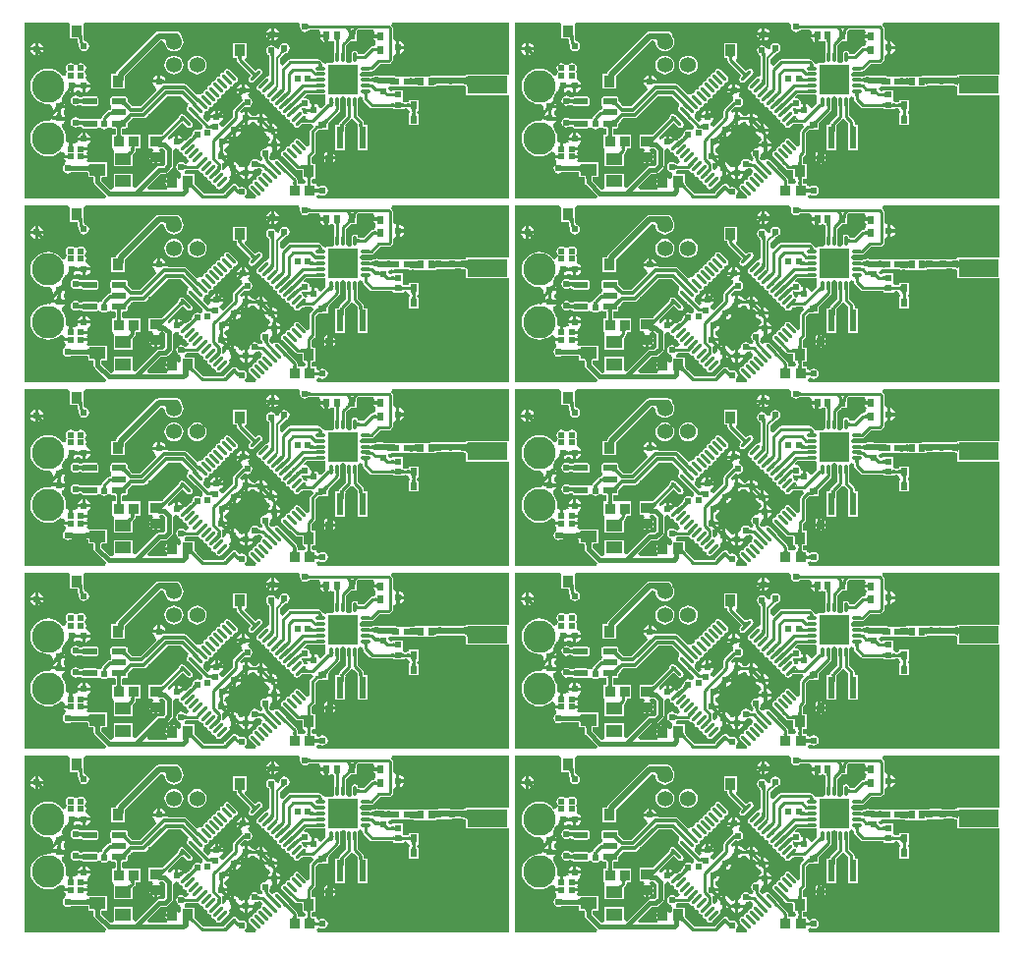
<source format=gtl>
G04*
G04 #@! TF.GenerationSoftware,Altium Limited,Altium Designer,22.10.1 (41)*
G04*
G04 Layer_Physical_Order=1*
G04 Layer_Color=255*
%FSTAX24Y24*%
%MOIN*%
G70*
G04*
G04 #@! TF.SameCoordinates,8E8F082C-EA0B-43D0-983D-46ADB54C0823*
G04*
G04*
G04 #@! TF.FilePolarity,Positive*
G04*
G01*
G75*
%ADD10R,0.0252X0.0236*%
%ADD11R,0.0236X0.0252*%
%ADD12R,0.0197X0.0236*%
%ADD13R,0.0236X0.0197*%
%ADD14R,0.0236X0.0295*%
%ADD15R,0.0354X0.0394*%
%ADD16R,0.1024X0.1024*%
G04:AMPARAMS|DCode=17|XSize=31.9mil|YSize=10.2mil|CornerRadius=1.3mil|HoleSize=0mil|Usage=FLASHONLY|Rotation=0.000|XOffset=0mil|YOffset=0mil|HoleType=Round|Shape=RoundedRectangle|*
%AMROUNDEDRECTD17*
21,1,0.0319,0.0077,0,0,0.0*
21,1,0.0293,0.0102,0,0,0.0*
1,1,0.0026,0.0147,-0.0038*
1,1,0.0026,-0.0147,-0.0038*
1,1,0.0026,-0.0147,0.0038*
1,1,0.0026,0.0147,0.0038*
%
%ADD17ROUNDEDRECTD17*%
G04:AMPARAMS|DCode=18|XSize=31.9mil|YSize=10.2mil|CornerRadius=1.3mil|HoleSize=0mil|Usage=FLASHONLY|Rotation=90.000|XOffset=0mil|YOffset=0mil|HoleType=Round|Shape=RoundedRectangle|*
%AMROUNDEDRECTD18*
21,1,0.0319,0.0077,0,0,90.0*
21,1,0.0293,0.0102,0,0,90.0*
1,1,0.0026,0.0038,0.0147*
1,1,0.0026,0.0038,-0.0147*
1,1,0.0026,-0.0038,-0.0147*
1,1,0.0026,-0.0038,0.0147*
%
%ADD18ROUNDEDRECTD18*%
G04:AMPARAMS|DCode=19|XSize=11.8mil|YSize=47.2mil|CornerRadius=0mil|HoleSize=0mil|Usage=FLASHONLY|Rotation=225.000|XOffset=0mil|YOffset=0mil|HoleType=Round|Shape=Round|*
%AMOVALD19*
21,1,0.0354,0.0118,0.0000,0.0000,315.0*
1,1,0.0118,-0.0125,0.0125*
1,1,0.0118,0.0125,-0.0125*
%
%ADD19OVALD19*%

G04:AMPARAMS|DCode=20|XSize=11.8mil|YSize=47.2mil|CornerRadius=0mil|HoleSize=0mil|Usage=FLASHONLY|Rotation=135.000|XOffset=0mil|YOffset=0mil|HoleType=Round|Shape=Round|*
%AMOVALD20*
21,1,0.0354,0.0118,0.0000,0.0000,225.0*
1,1,0.0118,0.0125,0.0125*
1,1,0.0118,-0.0125,-0.0125*
%
%ADD20OVALD20*%

%ADD21R,0.0394X0.0354*%
%ADD22R,0.0236X0.0748*%
%ADD23R,0.0157X0.0748*%
%ADD24R,0.1378X0.0591*%
%ADD25R,0.0335X0.0374*%
%ADD26R,0.0551X0.0394*%
G04:AMPARAMS|DCode=27|XSize=47.6mil|YSize=23.2mil|CornerRadius=2.9mil|HoleSize=0mil|Usage=FLASHONLY|Rotation=0.000|XOffset=0mil|YOffset=0mil|HoleType=Round|Shape=RoundedRectangle|*
%AMROUNDEDRECTD27*
21,1,0.0476,0.0174,0,0,0.0*
21,1,0.0418,0.0232,0,0,0.0*
1,1,0.0058,0.0209,-0.0087*
1,1,0.0058,-0.0209,-0.0087*
1,1,0.0058,-0.0209,0.0087*
1,1,0.0058,0.0209,0.0087*
%
%ADD27ROUNDEDRECTD27*%
%ADD28C,0.0200*%
%ADD29C,0.0100*%
%ADD30C,0.0190*%
%ADD31C,0.0170*%
%ADD32C,0.0119*%
%ADD33C,0.0216*%
%ADD34C,0.0110*%
%ADD35C,0.0120*%
%ADD36C,0.0140*%
%ADD37C,0.0130*%
%ADD38C,0.0216*%
%ADD39C,0.0118*%
%ADD40C,0.0080*%
%ADD41C,0.0150*%
%ADD42C,0.1102*%
%ADD43R,0.0535X0.0535*%
%ADD44C,0.0535*%
%ADD45C,0.0240*%
G36*
X044369Y045301D02*
X044377Y045295D01*
X044385Y04529D01*
X044394Y045285D01*
X044403Y045282D01*
X044413Y045279D01*
X044423Y045276D01*
X044434Y045275D01*
X044446Y045274D01*
X044458Y045273D01*
Y045173D01*
X044446Y045173D01*
X044434Y045172D01*
X044423Y04517D01*
X044413Y045168D01*
X044403Y045165D01*
X044394Y045161D01*
X044385Y045157D01*
X044377Y045151D01*
X044369Y045146D01*
X044362Y045139D01*
Y045307D01*
X044369Y045301D01*
D02*
G37*
G36*
X027716D02*
X027723Y045295D01*
X027731Y04529D01*
X02774Y045285D01*
X027749Y045282D01*
X027759Y045279D01*
X027769Y045276D01*
X02778Y045275D01*
X027792Y045274D01*
X027804Y045273D01*
Y045173D01*
X027792Y045173D01*
X02778Y045172D01*
X027769Y04517D01*
X027759Y045168D01*
X027749Y045165D01*
X02774Y045161D01*
X027731Y045157D01*
X027723Y045151D01*
X027716Y045146D01*
X027709Y045139D01*
Y045307D01*
X027716Y045301D01*
D02*
G37*
G36*
X04597Y045048D02*
X045852Y045047D01*
X045852Y045047D01*
X045851Y045047D01*
X045851Y045047D01*
X045851Y045047D01*
X045736Y045048D01*
X045735Y045115D01*
X045835D01*
X045835Y045102D01*
X045838Y045071D01*
X045839Y045064D01*
X045841Y045058D01*
X045843Y045053D01*
X045846Y04505D01*
X045849Y045047D01*
X045851Y045047D01*
X045855Y045048D01*
X045858Y04505D01*
X045861Y045053D01*
X045864Y045058D01*
X045866Y045065D01*
X045868Y045073D01*
X04587Y045082D01*
X045871Y045092D01*
X045871Y045118D01*
X045971D01*
X04597Y045048D01*
D02*
G37*
G36*
X029317D02*
X029198Y045047D01*
X029198Y045047D01*
X029198Y045047D01*
X029198Y045047D01*
X029198Y045047D01*
X029083Y045048D01*
X029082Y045115D01*
X029182D01*
X029182Y045102D01*
X029184Y045071D01*
X029186Y045064D01*
X029188Y045058D01*
X02919Y045053D01*
X029192Y04505D01*
X029195Y045047D01*
X029198Y045047D01*
X029202Y045048D01*
X029205Y04505D01*
X029208Y045053D01*
X029211Y045058D01*
X029213Y045065D01*
X029215Y045073D01*
X029216Y045082D01*
X029217Y045092D01*
X029218Y045118D01*
X029318D01*
X029317Y045048D01*
D02*
G37*
G36*
X046643Y045021D02*
X046619Y044985D01*
X046612Y04495D01*
X046654D01*
X04666Y044973D01*
X046672Y044973D01*
X046694Y044976D01*
X046705Y044977D01*
X046715Y04498D01*
X046725Y044982D01*
X046734Y044986D01*
X046743Y04499D01*
X046751Y044994D01*
X046759Y044999D01*
X046749Y04495D01*
X046826D01*
Y04485D01*
X046729D01*
X046726Y044834D01*
X04672Y044841D01*
X046714Y044848D01*
X046712Y04485D01*
X046612D01*
X046619Y044814D01*
X046668Y044741D01*
X046658Y044644D01*
X046616Y044561D01*
X046608Y044561D01*
X046603Y044558D01*
X04656D01*
X046521Y044551D01*
X046488Y044529D01*
X046252Y044293D01*
X046126D01*
X046121Y044295D01*
X046104Y044295D01*
X04609Y044297D01*
X04608Y044298D01*
X046072Y0443D01*
X046071Y044301D01*
Y044336D01*
X046067Y044361D01*
X046053Y044382D01*
X046032Y044396D01*
X046007Y0444D01*
X045931D01*
X045906Y044396D01*
X045885Y044382D01*
X045871Y044361D01*
X045867Y044336D01*
Y044043D01*
X045784Y043984D01*
X045761D01*
X045678Y044043D01*
Y044187D01*
X045678Y044191D01*
Y044596D01*
X045768Y044686D01*
X045773Y044688D01*
X045811Y044723D01*
X045826Y044735D01*
X045839Y044744D01*
X045844Y044747D01*
X045871D01*
X045878Y044744D01*
X045882Y044746D01*
X045886Y044745D01*
X04589Y044747D01*
X046021D01*
Y044981D01*
X046023Y044991D01*
Y045045D01*
X046024Y045047D01*
X046025Y045077D01*
X046069Y045121D01*
X046596D01*
X046643Y045021D01*
D02*
G37*
G36*
X02999D02*
X029966Y044985D01*
X029958Y04495D01*
X030001D01*
X030006Y044973D01*
X030018Y044973D01*
X030041Y044976D01*
X030051Y044977D01*
X030062Y04498D01*
X030071Y044982D01*
X030081Y044986D01*
X030089Y04499D01*
X030098Y044994D01*
X030105Y044999D01*
X030095Y04495D01*
X030173D01*
Y04485D01*
X030075D01*
X030072Y044834D01*
X030067Y044841D01*
X030061Y044848D01*
X030059Y04485D01*
X029958D01*
X029966Y044814D01*
X030014Y044741D01*
X030005Y044644D01*
X029963Y044561D01*
X029955Y044561D01*
X02995Y044558D01*
X029906D01*
X029867Y044551D01*
X029834Y044529D01*
X029598Y044293D01*
X029473D01*
X029468Y044295D01*
X02945Y044295D01*
X029437Y044297D01*
X029426Y044298D01*
X029419Y0443D01*
X029418Y044301D01*
Y044336D01*
X029413Y044361D01*
X029399Y044382D01*
X029378Y044396D01*
X029354Y0444D01*
X029277D01*
X029253Y044396D01*
X029232Y044382D01*
X029218Y044361D01*
X029213Y044336D01*
Y044043D01*
X02913Y043984D01*
X029107D01*
X029024Y044043D01*
Y044187D01*
X029025Y044191D01*
Y044596D01*
X029115Y044686D01*
X02912Y044688D01*
X029158Y044723D01*
X029172Y044735D01*
X029185Y044744D01*
X029191Y044747D01*
X029217D01*
X029224Y044744D01*
X029228Y044746D01*
X029233Y044745D01*
X029236Y044747D01*
X029368D01*
Y044981D01*
X02937Y044991D01*
Y045045D01*
X029371Y045047D01*
X029371Y045077D01*
X029415Y045121D01*
X029942D01*
X02999Y045021D01*
D02*
G37*
G36*
X045878Y044798D02*
X04587Y044804D01*
X045861Y044807D01*
X04585D01*
X045838Y044804D01*
X045825Y044798D01*
X04581Y04479D01*
X045794Y044779D01*
X045776Y044764D01*
X045736Y044728D01*
X045666Y044798D01*
X045685Y044819D01*
X045717Y044856D01*
X045728Y044872D01*
X045736Y044887D01*
X045742Y0449D01*
X045745Y044912D01*
Y044923D01*
X045742Y044932D01*
X045736Y04494D01*
X045878Y044798D01*
D02*
G37*
G36*
X029224D02*
X029216Y044804D01*
X029207Y044807D01*
X029197D01*
X029185Y044804D01*
X029171Y044798D01*
X029156Y04479D01*
X02914Y044779D01*
X029122Y044764D01*
X029083Y044728D01*
X029012Y044798D01*
X029032Y044819D01*
X029063Y044856D01*
X029074Y044872D01*
X029083Y044887D01*
X029088Y0449D01*
X029091Y044912D01*
Y044923D01*
X029088Y044932D01*
X029083Y04494D01*
X029224Y044798D01*
D02*
G37*
G36*
X036718Y044878D02*
X036718Y044877D01*
X036719Y044874D01*
X036719Y044829D01*
X036719Y044778D01*
X036619D01*
X036619Y044797D01*
X036617Y044814D01*
X036615Y044829D01*
X036611Y044842D01*
X036607Y044853D01*
X036601Y044862D01*
X036595Y044869D01*
X036587Y044875D01*
X036579Y044878D01*
X036569Y044879D01*
X036718Y044878D01*
D02*
G37*
G36*
X020065D02*
X020065Y044877D01*
X020065Y044874D01*
X020066Y044829D01*
X020066Y044778D01*
X019966D01*
X019965Y044797D01*
X019964Y044814D01*
X019961Y044829D01*
X019958Y044842D01*
X019953Y044853D01*
X019948Y044862D01*
X019941Y044869D01*
X019934Y044875D01*
X019925Y044878D01*
X019916Y044879D01*
X020065Y044878D01*
D02*
G37*
G36*
X045467Y044798D02*
X045459Y044797D01*
X045453Y044794D01*
X045447Y044789D01*
X045442Y044782D01*
X045438Y044773D01*
X045435Y044762D01*
X045432Y044749D01*
X04543Y044734D01*
X045429Y044717D01*
X045428Y044698D01*
X045328D01*
X045328Y044718D01*
X045326Y044735D01*
X045324Y04475D01*
X04532Y044763D01*
X045316Y044774D01*
X04531Y044783D01*
X045304Y04479D01*
X045296Y044795D01*
X045288Y044799D01*
X045278Y0448D01*
X045467Y044798D01*
D02*
G37*
G36*
X028813D02*
X028806Y044797D01*
X028799Y044794D01*
X028794Y044789D01*
X028789Y044782D01*
X028784Y044773D01*
X028781Y044762D01*
X028778Y044749D01*
X028776Y044734D01*
X028775Y044717D01*
X028775Y044698D01*
X028675D01*
X028674Y044718D01*
X028673Y044735D01*
X02867Y04475D01*
X028667Y044763D01*
X028662Y044774D01*
X028657Y044783D01*
X02865Y04479D01*
X028643Y044795D01*
X028634Y044799D01*
X028625Y0448D01*
X028813Y044798D01*
D02*
G37*
G36*
X036724Y044734D02*
X03675Y044712D01*
X036757Y044706D01*
X036764Y044702D01*
X03677Y044698D01*
X036776Y044696D01*
X036781Y044694D01*
X036786Y044693D01*
X036665Y044617D01*
X036666Y044622D01*
X036667Y044628D01*
X036666Y044634D01*
X036665Y04464D01*
X036662Y044646D01*
X036658Y044653D01*
X036654Y04466D01*
X036648Y044667D01*
X036642Y044675D01*
X036634Y044683D01*
X036715Y044744D01*
X036724Y044734D01*
D02*
G37*
G36*
X020071D02*
X020096Y044712D01*
X020103Y044706D01*
X02011Y044702D01*
X020116Y044698D01*
X020122Y044696D01*
X020127Y044694D01*
X020132Y044693D01*
X020011Y044617D01*
X020013Y044622D01*
X020013Y044628D01*
X020013Y044634D01*
X020011Y04464D01*
X020008Y044646D01*
X020005Y044653D01*
X02Y04466D01*
X019995Y044667D01*
X019988Y044675D01*
X01998Y044683D01*
X020061Y044744D01*
X020071Y044734D01*
D02*
G37*
G36*
X044107Y045302D02*
X044114Y045278D01*
X044103Y045223D01*
X044116Y045157D01*
X044154Y045101D01*
X04421Y045063D01*
X044276Y04505D01*
X044343Y045063D01*
X044395Y045098D01*
X044399Y0451D01*
X044404Y045104D01*
X044408Y045107D01*
X044412Y045109D01*
X044416Y045112D01*
X044421Y045114D01*
X044427Y045115D01*
X044433Y045117D01*
X044441Y045118D01*
X044449Y045119D01*
X044459Y045119D01*
X044464Y045121D01*
X044751D01*
X044804Y045021D01*
X044796Y045009D01*
X044789Y044973D01*
X044822D01*
X044834Y044974D01*
X044846Y044975D01*
X044857Y044976D01*
X044867Y044979D01*
X044877Y044982D01*
X044886Y044985D01*
X044895Y04499D01*
X044903Y044995D01*
X044911Y045001D01*
X044917Y045007D01*
Y044973D01*
X045003D01*
Y044923D01*
X045053D01*
Y044824D01*
X045066Y044821D01*
X045059Y044816D01*
X045053Y044811D01*
Y044799D01*
X045076Y0448D01*
X045067Y044799D01*
X045058Y044795D01*
X045053Y044792D01*
Y044709D01*
X045089Y044716D01*
X045093Y044719D01*
X045176Y044745D01*
X045185Y044745D01*
X045273Y044728D01*
X045274Y044715D01*
X045274Y044697D01*
X045276Y044692D01*
Y044339D01*
X045276Y044336D01*
Y044043D01*
X045193Y043984D01*
X045013D01*
Y043984D01*
X045002Y043971D01*
X044963Y043969D01*
X044894Y044001D01*
X044893Y044004D01*
X044871Y044037D01*
X044813Y044095D01*
X04478Y044117D01*
X044741Y044125D01*
X043776D01*
X043737Y044117D01*
X043704Y044095D01*
X043518Y043909D01*
X043418Y043951D01*
Y044135D01*
X043568Y044285D01*
X043573Y044287D01*
X043587Y0443D01*
X043593Y044305D01*
X043608Y044316D01*
X043614Y04432D01*
X04364Y044334D01*
X043649Y044338D01*
X043649Y044338D01*
X043649Y044338D01*
X043654Y044344D01*
X043699Y044374D01*
X043737Y04443D01*
X04375Y044497D01*
X043737Y044563D01*
X043699Y044619D01*
X043643Y044657D01*
X043576Y04467D01*
X04351Y044657D01*
X043454Y044619D01*
X043416Y044563D01*
X043403Y044497D01*
X043408Y044471D01*
X043394Y04446D01*
X043293Y044488D01*
X043281Y044498D01*
X043249Y044546D01*
X043193Y044583D01*
X043126Y044597D01*
X04306Y044583D01*
X043004Y044546D01*
X042966Y04449D01*
X042953Y044423D01*
X042966Y044357D01*
X043004Y044301D01*
X043045Y044273D01*
X04305Y044267D01*
X043055Y044264D01*
X043055Y044264D01*
X043056Y044263D01*
X043057Y044262D01*
X043058Y04426D01*
X043059Y044257D01*
X04306Y044253D01*
X043062Y044247D01*
X043062Y04424D01*
X043063Y04423D01*
X043065Y044225D01*
Y043616D01*
X042998Y04353D01*
X042955Y043522D01*
X042919Y043497D01*
X042669Y043247D01*
X042644Y043211D01*
X042636Y043168D01*
X042644Y043126D01*
X042669Y04309D01*
X042705Y043066D01*
X042747Y043057D01*
X042775Y043029D01*
X042784Y042987D01*
X042808Y04295D01*
X042844Y042926D01*
X042886Y042918D01*
X042914Y04289D01*
X042923Y042847D01*
X042947Y042811D01*
X042983Y042787D01*
X043026Y042779D01*
X043054Y042751D01*
X043062Y042708D01*
X043086Y042672D01*
X043122Y042648D01*
X043165Y042639D01*
X043193Y042611D01*
X043201Y042569D01*
X043225Y042533D01*
X043261Y042509D01*
X043304Y0425D01*
X043332Y042472D01*
X04334Y04243D01*
X043365Y042394D01*
X043401Y04237D01*
X043443Y042361D01*
X043471Y042333D01*
X04348Y042291D01*
X043504Y042254D01*
X04354Y04223D01*
X043582Y042222D01*
X04361Y042194D01*
X043619Y042151D01*
X043643Y042115D01*
X043679Y042091D01*
X043722Y042083D01*
X04375Y042055D01*
X043758Y042012D01*
X043782Y041976D01*
X043818Y041952D01*
X043861Y041944D01*
X043889Y041916D01*
X043897Y041873D01*
X043921Y041837D01*
X043957Y041813D01*
X044Y041804D01*
X044042Y041813D01*
X044079Y041837D01*
X044143Y041901D01*
X044144Y041902D01*
X044152Y041909D01*
X044159Y041914D01*
X044167Y041919D01*
X044176Y041923D01*
X044186Y041927D01*
X044198Y04193D01*
X044211Y041933D01*
X044225Y041935D01*
X044241Y041936D01*
X04426Y041937D01*
X044265Y041939D01*
X044506D01*
X044551Y041842D01*
X044454Y041745D01*
X044432Y041712D01*
X044424Y041673D01*
Y041196D01*
X044344Y041165D01*
X044324Y041164D01*
X044079Y04141D01*
X044042Y041434D01*
X044Y041442D01*
X043957Y041434D01*
X043921Y04141D01*
X043897Y041373D01*
X043889Y041331D01*
X043861Y041303D01*
X043818Y041294D01*
X043782Y04127D01*
X043758Y041234D01*
X04375Y041192D01*
X043722Y041164D01*
X043679Y041155D01*
X043643Y041131D01*
X043619Y041095D01*
X04361Y041053D01*
X043582Y041025D01*
X04354Y041016D01*
X043504Y040992D01*
X04348Y040956D01*
X043471Y040913D01*
X04348Y040871D01*
X043504Y040835D01*
X043754Y040584D01*
X043771Y040573D01*
X043772Y04057D01*
X043773Y04057D01*
X043774Y040568D01*
X043852Y040496D01*
X043857Y040494D01*
X043953Y040398D01*
X043987Y040376D01*
X044026Y040368D01*
X044129D01*
X044133Y040366D01*
X044151Y040366D01*
X044164Y040364D01*
X044175Y040363D01*
X044182Y040361D01*
X044184Y04036D01*
Y040076D01*
X044243D01*
X044284Y039976D01*
X044232Y03991D01*
X044138D01*
X044115Y03991D01*
X04403D01*
X04403Y039911D01*
X044028Y039919D01*
X044026Y039929D01*
X044025Y039943D01*
X044025Y03996D01*
X044023Y039965D01*
Y040018D01*
X044015Y040057D01*
X043993Y04009D01*
X043722Y040361D01*
X04372Y040366D01*
X043675Y040412D01*
X043657Y040432D01*
X043656Y040434D01*
X043655Y040435D01*
X04365Y040438D01*
X043647Y040445D01*
X043644Y040447D01*
X043633Y040463D01*
X043383Y040714D01*
X043346Y040738D01*
X043304Y040746D01*
X043261Y040738D01*
X043225Y040714D01*
X043217Y040708D01*
X043134Y040697D01*
X043124Y040704D01*
X043058Y040765D01*
X043058Y040768D01*
X043059Y040787D01*
X04306Y040794D01*
X043062Y040802D01*
X043064Y040808D01*
X043066Y040814D01*
X043068Y04082D01*
X043071Y040825D01*
X043074Y040831D01*
X043075Y04084D01*
X043087Y040857D01*
X0431Y040923D01*
X043099Y04093D01*
X043102Y040937D01*
X043176Y041D01*
Y041111D01*
X043171Y041116D01*
X043164Y041121D01*
X043176Y041124D01*
Y041173D01*
X043003D01*
X04294Y041098D01*
X042933Y041095D01*
X042926Y041097D01*
X04286Y041083D01*
X042804Y041046D01*
X042766Y04099D01*
X042753Y040923D01*
X042766Y040857D01*
X042804Y040801D01*
X042827Y040785D01*
X042833Y040776D01*
X042823Y04071D01*
X042816Y040685D01*
X042791Y040677D01*
X042703Y04069D01*
X042699Y040696D01*
X042643Y040733D01*
X042576Y040747D01*
X04251Y040733D01*
X042454Y040696D01*
X042416Y04064D01*
X042403Y040573D01*
X042404Y040566D01*
X042401Y04056D01*
X042326Y040497D01*
Y040323D01*
X0425D01*
X042563Y040398D01*
X04257Y040401D01*
X042576Y0404D01*
X042643Y040413D01*
X04266Y040424D01*
X042669Y040426D01*
X042675Y040429D01*
X04268Y040432D01*
X042685Y040434D01*
X042691Y040436D01*
X042698Y040438D01*
X042705Y040439D01*
X042712Y04044D01*
X042732Y040442D01*
X042742Y040442D01*
X042753Y040436D01*
X04282Y040355D01*
X042813Y040303D01*
X042808Y040296D01*
X042784Y04026D01*
X042775Y040217D01*
X042747Y040189D01*
X042705Y040181D01*
X042669Y040157D01*
X042644Y040121D01*
X042636Y040078D01*
X042608Y04005D01*
X042565Y040042D01*
X042529Y040018D01*
X042505Y039982D01*
X042497Y039939D01*
X042469Y039911D01*
X042426Y039902D01*
X04239Y039878D01*
X042366Y039842D01*
X042358Y0398D01*
X042366Y039757D01*
X04239Y039721D01*
X042623Y039488D01*
X042606Y03942D01*
X042585Y039388D01*
X042261D01*
X04223Y039488D01*
X042249Y039501D01*
X042287Y039557D01*
X0423Y039623D01*
X042287Y03969D01*
X042249Y039746D01*
X042193Y039783D01*
X042126Y039797D01*
X04206Y039783D01*
X04202Y039816D01*
X041981Y039851D01*
X041963Y039878D01*
X041927Y039902D01*
X041884Y039911D01*
X041842Y039902D01*
X041806Y039878D01*
X041555Y039628D01*
X041545Y039613D01*
X041544Y039613D01*
X041543Y039611D01*
X04154Y03961D01*
X041507Y039575D01*
X040834D01*
X04062Y039789D01*
X04062Y039791D01*
X040616Y039794D01*
X040615Y039795D01*
X040613Y0398D01*
X040588Y039825D01*
X040549Y03987D01*
X040535Y039887D01*
X040525Y039903D01*
X040519Y039913D01*
Y039942D01*
X040521Y039946D01*
X040519Y039948D01*
Y04022D01*
X040225D01*
X040211Y040238D01*
X040202Y040303D01*
X040203Y040311D01*
X040203Y040314D01*
X040204Y040318D01*
X040206Y040322D01*
X040208Y040327D01*
X040233Y040367D01*
X040241Y040368D01*
X040249Y040369D01*
X040259Y040369D01*
X040264Y040371D01*
X040604D01*
X040644Y040378D01*
X040718Y040309D01*
X04072Y040306D01*
X040756Y040282D01*
X040798Y040273D01*
X040826Y040245D01*
X040835Y040203D01*
X040859Y040167D01*
X040895Y040142D01*
X040938Y040134D01*
X040966Y040106D01*
X040974Y040063D01*
X040998Y040027D01*
X041034Y040003D01*
X041077Y039995D01*
X041105Y039967D01*
X041113Y039924D01*
X041137Y039888D01*
X041173Y039864D01*
X041216Y039856D01*
X041244Y039828D01*
X041252Y039785D01*
X041277Y039749D01*
X041313Y039725D01*
X041355Y039716D01*
X041398Y039725D01*
X041434Y039749D01*
X041684Y04D01*
X041708Y040036D01*
X041717Y040078D01*
X041708Y040121D01*
X041703Y040129D01*
X041705Y040135D01*
X041769Y04021D01*
X041776Y040209D01*
Y040311D01*
X041771Y040316D01*
X041764Y040321D01*
X041776Y040324D01*
Y040423D01*
Y040494D01*
X041706Y040424D01*
X041706Y040434D01*
X041705Y040443D01*
X041703Y040453D01*
X0417Y040462D01*
X041696Y040471D01*
X041691Y04048D01*
X041685Y040489D01*
X041679Y040498D01*
X041671Y040507D01*
X041663Y040516D01*
X041734Y040587D01*
X041742Y040578D01*
X041751Y040571D01*
X04176Y040564D01*
X041769Y040559D01*
X041776Y040555D01*
Y040638D01*
X041741Y040631D01*
X041668Y040582D01*
X041619Y040509D01*
X041602Y040423D01*
X041603Y04042D01*
X041515Y040351D01*
X041463Y040375D01*
X041459Y040424D01*
Y040431D01*
X041461Y040455D01*
X04146Y040457D01*
X041461Y040459D01*
X041461Y040506D01*
X041459Y040511D01*
Y040566D01*
X041452Y040604D01*
X041512Y040616D01*
X041585Y040665D01*
X041634Y040737D01*
X041641Y040773D01*
X041558D01*
X041562Y040766D01*
X041568Y040757D01*
X041574Y040748D01*
X041582Y040739D01*
X04159Y04073D01*
X041519Y04066D01*
X04151Y040668D01*
X041502Y040676D01*
X041493Y040682D01*
X041484Y040688D01*
X041474Y040693D01*
X041465Y040696D01*
X041456Y040699D01*
X041447Y040702D01*
X041437Y040703D01*
X041428Y040703D01*
X041498Y040773D01*
X041426D01*
Y040873D01*
X041641D01*
X041634Y040909D01*
X041585Y040982D01*
X041543Y04101D01*
X041559Y041115D01*
X041562Y041116D01*
X041635Y041165D01*
X041684Y041237D01*
X041691Y041273D01*
X041476D01*
Y041373D01*
X041548D01*
X041478Y041443D01*
X041487Y041444D01*
X041497Y041445D01*
X041506Y041447D01*
X041515Y04145D01*
X041524Y041454D01*
X041534Y041459D01*
X041543Y041464D01*
X041552Y041471D01*
X04156Y041478D01*
X041569Y041487D01*
X04164Y041416D01*
X041632Y041407D01*
X041624Y041398D01*
X041618Y041389D01*
X041612Y04138D01*
X041608Y041373D01*
X041691D01*
X041684Y041409D01*
X041635Y041482D01*
X04165Y04155D01*
X041718Y041565D01*
X041791Y041516D01*
X041826Y041509D01*
Y041591D01*
X041819Y041588D01*
X04181Y041582D01*
X041801Y041575D01*
X041792Y041568D01*
X041784Y04156D01*
X041713Y04163D01*
X041721Y041639D01*
X041729Y041648D01*
X041735Y041657D01*
X041741Y041666D01*
X041746Y041675D01*
X04175Y041684D01*
X041753Y041694D01*
X041755Y041703D01*
X041756Y041713D01*
X041756Y041722D01*
X041826Y041652D01*
Y041723D01*
X041876D01*
Y041773D01*
X041948D01*
X041878Y041843D01*
X041887Y041844D01*
X041897Y041845D01*
X041906Y041847D01*
X041915Y04185D01*
X041924Y041854D01*
X041934Y041859D01*
X041943Y041864D01*
X041952Y041871D01*
X04196Y041878D01*
X041969Y041887D01*
X04204Y041816D01*
X042032Y041807D01*
X042024Y041798D01*
X042018Y041789D01*
X042012Y04178D01*
X042008Y041773D01*
X042091D01*
X042084Y041809D01*
X042035Y041882D01*
X042043Y041952D01*
X042118Y041965D01*
X042191Y041916D01*
X042226Y041909D01*
Y041991D01*
X042219Y041988D01*
X04221Y041982D01*
X042201Y041975D01*
X042192Y041968D01*
X042184Y04196D01*
X042113Y04203D01*
X042121Y042039D01*
X042129Y042048D01*
X042135Y042057D01*
X042141Y042066D01*
X042146Y042075D01*
X04215Y042084D01*
X042153Y042094D01*
X042155Y042103D01*
X042156Y042113D01*
X042156Y042122D01*
X042226Y042052D01*
Y042123D01*
Y042338D01*
X042191Y042331D01*
X042128Y042289D01*
X042125Y04229D01*
X042063Y042365D01*
X04222Y042523D01*
X042251Y042502D01*
X042318Y042488D01*
X042384Y042502D01*
X04244Y042539D01*
X042478Y042595D01*
X042491Y042662D01*
X042478Y042728D01*
X04244Y042784D01*
X042384Y042822D01*
X042378Y042823D01*
X042361Y04286D01*
X042346Y042931D01*
X042384Y042987D01*
X042391Y043023D01*
X042358D01*
X042346Y043023D01*
X042334Y043022D01*
X042323Y04302D01*
X042313Y043018D01*
X042303Y043015D01*
X042294Y043011D01*
X042285Y043007D01*
X042277Y043001D01*
X042269Y042996D01*
X042262Y042989D01*
Y043023D01*
X042105D01*
X042175Y042953D01*
X042166Y042953D01*
X042156Y042952D01*
X042147Y042949D01*
X042138Y042946D01*
X042129Y042943D01*
X042119Y042938D01*
X04211Y042932D01*
X042101Y042926D01*
X042092Y042918D01*
X042084Y04291D01*
X042013Y04298D01*
X042021Y042989D01*
X042029Y042998D01*
X042035Y043007D01*
X042041Y043016D01*
X042045Y043023D01*
X041962D01*
X041969Y042987D01*
X042018Y042915D01*
X042091Y042866D01*
X042133Y042857D01*
X04214Y042849D01*
X042148Y042828D01*
X042149Y042729D01*
X042116Y042707D01*
X041854Y042445D01*
X041832Y042412D01*
X041824Y042373D01*
Y042165D01*
X041497Y041838D01*
X041394Y041871D01*
X041371Y041964D01*
X041421Y042005D01*
X041435Y042015D01*
X041484Y042087D01*
X041491Y042123D01*
X041062D01*
X041069Y042087D01*
X041007Y042002D01*
X040996Y041999D01*
X040964Y042005D01*
X040835Y042134D01*
X040831Y042151D01*
X040844Y042247D01*
X040849Y042254D01*
X040873Y042291D01*
X040882Y042333D01*
X04091Y042361D01*
X040952Y04237D01*
X040988Y042394D01*
X041013Y04243D01*
X041021Y042472D01*
X041049Y0425D01*
X041092Y042509D01*
X041128Y042533D01*
X041152Y042569D01*
X04116Y042611D01*
X041188Y042639D01*
X041231Y042648D01*
X041267Y042672D01*
X041291Y042708D01*
X041299Y042751D01*
X041327Y042779D01*
X04137Y042787D01*
X041406Y042811D01*
X04143Y042847D01*
X041439Y04289D01*
X041467Y042918D01*
X041509Y042926D01*
X041545Y04295D01*
X041569Y042987D01*
X041578Y043029D01*
X041606Y043057D01*
X041648Y043066D01*
X041684Y04309D01*
X041708Y043126D01*
X041717Y043168D01*
X041745Y043196D01*
X041788Y043205D01*
X041824Y043229D01*
X041848Y043265D01*
X041856Y043307D01*
X041884Y043335D01*
X041927Y043344D01*
X041963Y043368D01*
X041987Y043404D01*
X041995Y043447D01*
X041987Y043489D01*
X041963Y043525D01*
X041712Y043776D01*
X041676Y0438D01*
X041634Y043808D01*
X041591Y0438D01*
X041555Y043776D01*
X041531Y04374D01*
X041522Y043697D01*
X041494Y043669D01*
X041452Y043661D01*
X041416Y043637D01*
X041392Y043601D01*
X041383Y043558D01*
X041355Y04353D01*
X041313Y043522D01*
X041277Y043497D01*
X041252Y043461D01*
X041244Y043419D01*
X041216Y043391D01*
X041173Y043382D01*
X041137Y043358D01*
X041113Y043322D01*
X041105Y04328D01*
X041077Y043252D01*
X041034Y043243D01*
X040998Y043219D01*
X040974Y043183D01*
X040966Y04314D01*
X040938Y043112D01*
X040895Y043104D01*
X040859Y04308D01*
X040835Y043044D01*
X040826Y043001D01*
X040798Y042973D01*
X040756Y042965D01*
X04072Y042941D01*
X040615Y042923D01*
X0406Y042927D01*
X040275Y043252D01*
X040239Y043276D01*
X040196Y043285D01*
X040196Y043285D01*
X039635D01*
X039551Y043373D01*
X039534Y043459D01*
X039485Y043532D01*
X039412Y043581D01*
X039376Y043588D01*
Y043373D01*
X039326D01*
Y043323D01*
X039112D01*
X039119Y043287D01*
X039168Y043215D01*
X039212Y043185D01*
X039241Y043072D01*
X038693Y042524D01*
X038424D01*
X038333Y042614D01*
X038332Y042619D01*
X038289Y042664D01*
X038274Y042682D01*
X038263Y042698D01*
X03826Y042704D01*
Y042748D01*
X038261Y042749D01*
X03826Y042751D01*
Y042758D01*
X03826Y042758D01*
X03826Y042758D01*
Y042784D01*
X038254Y042815D01*
X038237Y042841D01*
X038211Y042859D01*
X03818Y042865D01*
X037761D01*
X037731Y042859D01*
X037704Y042841D01*
X037687Y042815D01*
X037681Y042784D01*
Y04261D01*
X037687Y042579D01*
X037693Y042571D01*
X037704Y042544D01*
Y042476D01*
X037693Y04245D01*
X037687Y042441D01*
X037681Y04241D01*
Y042402D01*
X037662Y0424D01*
X037648Y0424D01*
X037638Y042395D01*
X03761Y04239D01*
X037577Y042368D01*
X037404Y042195D01*
X037382Y042162D01*
X037375Y042128D01*
X037366Y042119D01*
X037346Y042105D01*
X037248Y042093D01*
X037222Y042111D01*
X037192Y042117D01*
X036773D01*
X036742Y042111D01*
X036724Y042099D01*
X036715Y042095D01*
X036673Y042096D01*
X036618Y042102D01*
X036562Y04214D01*
X036495Y042153D01*
X036429Y04214D01*
X036373Y042102D01*
X036335Y042046D01*
X036322Y04198D01*
X036335Y041913D01*
X036373Y041857D01*
X036429Y041819D01*
X036495Y041806D01*
X036562Y041819D01*
X036591Y041839D01*
X036601Y041841D01*
X036602Y041842D01*
X036702Y041827D01*
X036711Y041812D01*
X036713Y041809D01*
X036714Y041808D01*
X036716Y041805D01*
X036742Y041788D01*
X036773Y041782D01*
X037192D01*
X037222Y041788D01*
X037248Y041805D01*
X037352Y041801D01*
X037356Y041799D01*
X03741Y041763D01*
X037476Y04175D01*
X037543Y041763D01*
X037597Y041799D01*
X037601Y041801D01*
X037704Y041805D01*
X037731Y041788D01*
X037761Y041782D01*
X03784D01*
X03784Y041781D01*
X037842Y041781D01*
X037842Y041781D01*
X037844Y041775D01*
X037847Y041765D01*
X037849Y041752D01*
X037851Y041735D01*
X037851Y041714D01*
X037853Y041709D01*
Y041633D01*
X037851Y041629D01*
X037851Y041608D01*
X037849Y041591D01*
X037847Y041578D01*
X037844Y041568D01*
X037842Y041562D01*
X037842Y041562D01*
X03784Y041562D01*
X037838Y04156D01*
X037747D01*
Y041086D01*
X037765D01*
X037784Y040994D01*
X037784Y040986D01*
Y0405D01*
X038435D01*
Y040857D01*
X038436Y040861D01*
X038435Y040862D01*
Y040889D01*
X038441Y040897D01*
X038472Y040934D01*
X038493Y040955D01*
X038495Y04096D01*
X038499Y040963D01*
X038521Y040996D01*
X038527Y041028D01*
X038531Y041036D01*
X038531Y041054D01*
X038532Y041067D01*
X038534Y041078D01*
X038536Y041085D01*
X038536Y041086D01*
X038694D01*
Y04156D01*
X038282D01*
X038259Y04156D01*
X038182D01*
X038159Y04156D01*
X038091D01*
X038089Y041562D01*
X038087Y041562D01*
X038087Y041562D01*
X038085Y041568D01*
X038082Y041578D01*
X03808Y041591D01*
X038079Y041608D01*
X038078Y041629D01*
X038076Y041633D01*
Y041709D01*
X038078Y041714D01*
X038079Y041735D01*
X03808Y041752D01*
X038082Y041765D01*
X038085Y041775D01*
X038087Y041781D01*
X038087Y041781D01*
X038089Y041781D01*
X03809Y041782D01*
X03818D01*
X038211Y041788D01*
X038237Y041805D01*
X038254Y041831D01*
X03826Y041862D01*
Y041888D01*
X03826Y041888D01*
X03826Y041889D01*
Y041895D01*
X038261Y041897D01*
X03826Y041899D01*
Y041943D01*
X038263Y041948D01*
X038274Y041963D01*
X038308Y042004D01*
X038331Y042027D01*
X038333Y042032D01*
X038424Y042123D01*
X038813D01*
X038813Y042123D01*
X038856Y042131D01*
X038892Y042155D01*
X03962Y042883D01*
X040076D01*
X040316Y042643D01*
X040319Y042628D01*
X040302Y042523D01*
X040278Y042487D01*
X04027Y042444D01*
X040278Y042402D01*
X040302Y042366D01*
X040553Y042115D01*
X040569Y042104D01*
X040571Y042101D01*
X040572Y042101D01*
X040572Y0421D01*
X040651Y042027D01*
X040656Y042026D01*
X040804Y041878D01*
X040798Y041767D01*
X040741Y041718D01*
X040693Y041733D01*
X040626Y041747D01*
X04056Y041733D01*
X040504Y041696D01*
X040466Y04164D01*
X04046Y041609D01*
X040454Y041601D01*
X040453Y041593D01*
X040452Y041588D01*
X04045Y041583D01*
X040447Y041577D01*
X040444Y041572D01*
X040441Y041566D01*
X040437Y04156D01*
X040425Y041546D01*
X040418Y041538D01*
X040416Y041533D01*
X040385Y041502D01*
X040381Y041501D01*
X04038Y041499D01*
X040377Y041498D01*
X040341Y041462D01*
X040316Y04144D01*
X040312Y041437D01*
X040309Y041435D01*
X040307Y041434D01*
X040303Y041429D01*
X040301Y041427D01*
X040292Y041424D01*
X040291Y041421D01*
X040274Y04141D01*
X040242Y041377D01*
X040134Y041409D01*
X040085Y041482D01*
X040012Y041531D01*
X039976Y041538D01*
Y041323D01*
X039876D01*
Y041538D01*
X039841Y041531D01*
X039768Y041482D01*
X039731Y041427D01*
X039651Y041401D01*
X039646Y041401D01*
X039641Y041501D01*
X040087Y041947D01*
X040092Y041949D01*
X040106Y041962D01*
X040117Y041971D01*
X040126Y041978D01*
X040131Y041981D01*
X040274Y041837D01*
X04031Y041813D01*
X040353Y041804D01*
X040396Y041813D01*
X040432Y041837D01*
X040456Y041873D01*
X040464Y041916D01*
X040456Y041958D01*
X040432Y041994D01*
X040181Y042245D01*
X040145Y042269D01*
X040102Y042277D01*
X04006Y042269D01*
X040024Y042245D01*
X04Y042209D01*
X039994Y042179D01*
X03999Y042171D01*
X039991Y042166D01*
X03999Y042161D01*
X03999Y042157D01*
X03999Y042155D01*
X039988Y042151D01*
X039985Y042146D01*
X039981Y042139D01*
X039976Y042131D01*
X039958Y04211D01*
X039947Y042098D01*
X039945Y042093D01*
X03946Y041609D01*
X039455Y041607D01*
X03943Y041583D01*
X039413Y041567D01*
X039413Y041567D01*
X039408Y041567D01*
X039407Y041566D01*
X03898D01*
Y041112D01*
X039105D01*
X039138Y041019D01*
X039136Y041012D01*
X039068Y040966D01*
X039019Y040893D01*
X039012Y040857D01*
X039441D01*
X039434Y040893D01*
X039385Y040966D01*
X039317Y041012D01*
X039316Y041015D01*
X03936Y041103D01*
X039421Y041109D01*
X039461Y041108D01*
X039549Y04102D01*
Y040576D01*
X039474Y040501D01*
X039326D01*
X039278Y040491D01*
X039236Y040463D01*
X038535Y039762D01*
X038435Y039804D01*
Y040246D01*
X037784D01*
Y039801D01*
X037784Y039752D01*
X037705Y039701D01*
X037679D01*
X037371Y040009D01*
Y040022D01*
X037372Y040026D01*
X037373Y040053D01*
X037375Y040075D01*
X037378Y040093D01*
X037382Y040107D01*
X037386Y040117D01*
X037389Y040122D01*
X037391Y040124D01*
X037391Y040124D01*
X037391Y040124D01*
X037399Y040125D01*
X037402Y040126D01*
X037569D01*
Y04062D01*
X03698D01*
X036975Y040623D01*
X03697Y040622D01*
X036969Y040623D01*
X036925Y04062D01*
X036855Y040694D01*
X036884Y040737D01*
X036891Y040773D01*
X036676D01*
Y040873D01*
X036891D01*
X036884Y040909D01*
X036858Y040948D01*
X036884Y040987D01*
X036891Y041023D01*
X036676D01*
Y041123D01*
X036891D01*
X036884Y041159D01*
X036934Y041264D01*
X036935Y041265D01*
X036984Y041337D01*
X036991Y041373D01*
X036562D01*
X036569Y041337D01*
X036551Y0413D01*
X036428Y04127D01*
X036412Y041281D01*
X036376Y041288D01*
Y041254D01*
X036377Y041242D01*
X036378Y041231D01*
X03638Y04122D01*
X036382Y041209D01*
X036385Y0412D01*
X036389Y04119D01*
X036393Y041182D01*
X036398Y041173D01*
X036404Y041166D01*
X036411Y041159D01*
X036376D01*
Y041073D01*
X036276D01*
Y041159D01*
X036242D01*
X036249Y041166D01*
X036255Y041173D01*
X03626Y041182D01*
X036264Y04119D01*
X036268Y0412D01*
X036271Y041209D01*
X036273Y04122D01*
X036275Y041231D01*
X036276Y041242D01*
X036276Y041254D01*
Y041288D01*
X036256Y041284D01*
X036232Y041293D01*
X036213Y041306D01*
X036166Y041351D01*
X036174Y041437D01*
X036163Y041555D01*
X036128Y041669D01*
X036072Y041773D01*
X036034Y041819D01*
X036031Y041833D01*
X036049Y041935D01*
X036056Y041945D01*
X036085Y041965D01*
X036134Y042037D01*
X036141Y042073D01*
X036098D01*
X036091Y042046D01*
X036079Y042046D01*
X036056Y042044D01*
X036045Y042043D01*
X036035Y04204D01*
X036025Y042038D01*
X036016Y042035D01*
X036007Y042031D01*
X035999Y042027D01*
X035991Y042022D01*
X036003Y042073D01*
X035926D01*
Y042173D01*
X036026D01*
X036029Y042186D01*
X036034Y042178D01*
X036039Y042173D01*
X036141D01*
X036134Y042209D01*
X036085Y042282D01*
Y042365D01*
X036134Y042437D01*
X036141Y042473D01*
X035926D01*
Y042573D01*
X035998D01*
X035928Y042643D01*
X035937Y042644D01*
X035947Y042645D01*
X035956Y042647D01*
X035965Y04265D01*
X035974Y042654D01*
X035984Y042659D01*
X035993Y042664D01*
X036002Y042671D01*
X03601Y042678D01*
X036019Y042687D01*
X03609Y042616D01*
X036082Y042607D01*
X036074Y042598D01*
X036068Y042589D01*
X036062Y04258D01*
X036058Y042573D01*
X036141D01*
X036134Y042609D01*
X036085Y042682D01*
X036056Y042701D01*
X036049Y042711D01*
X036031Y042813D01*
X036034Y042827D01*
X036072Y042873D01*
X036128Y042978D01*
X036137Y043007D01*
X036153Y043018D01*
X036252Y043042D01*
X036291Y043016D01*
X036326Y043009D01*
Y043064D01*
X036323Y043061D01*
X036315Y043053D01*
X036226Y043105D01*
X036234Y043114D01*
X036241Y043123D01*
X036248Y043132D01*
X036253Y043141D01*
X036257Y04315D01*
X036259Y043159D01*
X036261Y043168D01*
X036262Y043177D01*
X036261Y043186D01*
X03626Y043195D01*
X036326Y043153D01*
Y043223D01*
X036426D01*
Y043009D01*
X036462Y043016D01*
X036535Y043065D01*
X036618D01*
X036691Y043016D01*
X036726Y043009D01*
Y043223D01*
X036776D01*
Y043273D01*
X036991D01*
X036984Y043309D01*
X036935Y043382D01*
X036862Y043431D01*
X036837Y043507D01*
X03685Y043573D01*
X036837Y04364D01*
X036801Y043698D01*
X036837Y043757D01*
X03685Y043823D01*
X036837Y04389D01*
X036799Y043946D01*
X036743Y043983D01*
X036676Y043997D01*
X03661Y043983D01*
X036554Y043946D01*
X036449D01*
X036393Y043983D01*
X036326Y043997D01*
X03626Y043983D01*
X036204Y043946D01*
X036166Y04389D01*
X036153Y043823D01*
X036166Y043757D01*
X036202Y043698D01*
X036166Y04364D01*
X036157Y043595D01*
X036133Y04358D01*
X036092Y043567D01*
X036057Y043564D01*
X035997Y043636D01*
X035906Y043711D01*
X035801Y043767D01*
X035688Y043802D01*
X03557Y043813D01*
X035452Y043802D01*
X035339Y043767D01*
X035235Y043711D01*
X035143Y043636D01*
X035068Y043545D01*
X035012Y04344D01*
X034978Y043327D01*
X034966Y043209D01*
X034978Y043091D01*
X035012Y042978D01*
X035068Y042873D01*
X035143Y042782D01*
X035235Y042707D01*
X035339Y042651D01*
X035452Y042617D01*
X03557Y042605D01*
X035617Y04261D01*
X035702Y042523D01*
X035719Y042437D01*
X035768Y042365D01*
Y042282D01*
X035732Y042228D01*
X035739Y04222D01*
X035747Y042211D01*
X035706Y042142D01*
X035702Y042123D01*
X035617Y042037D01*
X03557Y042041D01*
X035452Y04203D01*
X035339Y041996D01*
X035235Y04194D01*
X035143Y041865D01*
X035068Y041773D01*
X035012Y041669D01*
X034978Y041555D01*
X034966Y041437D01*
X034978Y04132D01*
X035012Y041206D01*
X035068Y041102D01*
X035143Y04101D01*
X035235Y040935D01*
X035339Y040879D01*
X035452Y040845D01*
X03557Y040833D01*
X035688Y040845D01*
X035801Y040879D01*
X035906Y040935D01*
X035979Y040996D01*
X036061Y040983D01*
X03609Y040971D01*
X036119Y040909D01*
X036112Y040873D01*
X036326D01*
Y040773D01*
X036112D01*
X036119Y040737D01*
X036155Y040684D01*
X036156Y040658D01*
X036147Y040602D01*
X036135Y040566D01*
X036104Y040546D01*
X036066Y04049D01*
X036053Y040423D01*
X036066Y040357D01*
X036104Y040301D01*
X03616Y040263D01*
X036226Y04025D01*
X036293Y040263D01*
X036334Y040291D01*
X036335Y040291D01*
X036336Y040291D01*
X036336Y040291D01*
X036336Y040291D01*
X036381Y040294D01*
X036393Y040294D01*
X036397Y040296D01*
X036814D01*
X036818Y040294D01*
X036845Y040293D01*
X036867Y040291D01*
X036885Y040289D01*
X036898Y040285D01*
X036908Y040281D01*
X036913Y040278D01*
X036915Y040276D01*
X036915Y040276D01*
X036916Y040275D01*
X036916Y040267D01*
X036918Y040265D01*
Y040126D01*
X037085D01*
X037088Y040125D01*
X037096Y040124D01*
X037096Y040124D01*
X037096Y040124D01*
X037098Y040122D01*
X037101Y040117D01*
X037105Y040107D01*
X037109Y040093D01*
X037112Y040075D01*
X037114Y040053D01*
X037114Y040026D01*
X037116Y040022D01*
Y039956D01*
X037126Y039908D01*
X037153Y039866D01*
X037531Y039488D01*
X03753Y039467D01*
X037498Y039388D01*
X03476D01*
Y045378D01*
X036239D01*
X036315Y04532D01*
X036315Y045278D01*
Y044826D01*
X036559D01*
X03656Y044825D01*
X036562Y044818D01*
X036564Y044807D01*
X036565Y044794D01*
X036565Y044776D01*
X036567Y044771D01*
Y044718D01*
X036575Y044679D01*
X036588Y044659D01*
X036591Y04465D01*
X036594Y044649D01*
X036595Y044645D01*
X036602Y044639D01*
X036606Y044633D01*
X03661Y044629D01*
X036612Y044625D01*
X036613Y044624D01*
X036613Y044623D01*
X036613Y044623D01*
X036603Y044573D01*
X036616Y044507D01*
X036654Y044451D01*
X03671Y044413D01*
X036776Y0444D01*
X036843Y044413D01*
X036899Y044451D01*
X036937Y044507D01*
X03695Y044573D01*
X036937Y04464D01*
X036899Y044696D01*
X036843Y044733D01*
X036807Y044757D01*
X03678Y044816D01*
X036773Y04484D01*
X036773Y044874D01*
X036772Y044876D01*
X036773Y044877D01*
X036772Y04488D01*
X036771Y044882D01*
Y044946D01*
X036769Y044956D01*
Y045278D01*
X036769Y04532D01*
X036845Y045378D01*
X044055D01*
X044107Y045302D01*
D02*
G37*
G36*
X027454D02*
X02746Y045278D01*
X02745Y045223D01*
X027463Y045157D01*
X0275Y045101D01*
X027557Y045063D01*
X027623Y04505D01*
X027689Y045063D01*
X027742Y045098D01*
X027745Y0451D01*
X027751Y045104D01*
X027754Y045107D01*
X027758Y045109D01*
X027762Y045112D01*
X027767Y045114D01*
X027773Y045115D01*
X02778Y045117D01*
X027787Y045118D01*
X027795Y045119D01*
X027806Y045119D01*
X02781Y045121D01*
X028097D01*
X02815Y045021D01*
X028142Y045009D01*
X028135Y044973D01*
X028168D01*
X028181Y044974D01*
X028192Y044975D01*
X028203Y044976D01*
X028214Y044979D01*
X028223Y044982D01*
X028233Y044985D01*
X028241Y04499D01*
X028249Y044995D01*
X028257Y045001D01*
X028264Y045007D01*
Y044973D01*
X02835D01*
Y044923D01*
X0284D01*
Y044824D01*
X028412Y044821D01*
X028405Y044816D01*
X0284Y044811D01*
Y044799D01*
X028423Y0448D01*
X028413Y044799D01*
X028405Y044795D01*
X0284Y044792D01*
Y044709D01*
X028436Y044716D01*
X02844Y044719D01*
X028522Y044745D01*
X028531Y044745D01*
X028619Y044728D01*
X02862Y044715D01*
X028621Y044697D01*
X028623Y044692D01*
Y044339D01*
X028622Y044336D01*
Y044043D01*
X028539Y043984D01*
X02836D01*
Y043984D01*
X028349Y043971D01*
X02831Y043969D01*
X028241Y044001D01*
X02824Y044004D01*
X028218Y044037D01*
X028159Y044095D01*
X028126Y044117D01*
X028087Y044125D01*
X027123D01*
X027084Y044117D01*
X027051Y044095D01*
X026865Y043909D01*
X026765Y043951D01*
Y044135D01*
X026914Y044285D01*
X026919Y044287D01*
X026934Y0443D01*
X02694Y044305D01*
X026955Y044316D01*
X026961Y04432D01*
X026987Y044334D01*
X026995Y044338D01*
X026995Y044338D01*
X026995Y044338D01*
X027Y044344D01*
X027046Y044374D01*
X027083Y04443D01*
X027096Y044497D01*
X027083Y044563D01*
X027046Y044619D01*
X026989Y044657D01*
X026923Y04467D01*
X026857Y044657D01*
X0268Y044619D01*
X026763Y044563D01*
X026749Y044497D01*
X026755Y044471D01*
X026741Y04446D01*
X026639Y044488D01*
X026628Y044498D01*
X026596Y044546D01*
X026539Y044583D01*
X026473Y044597D01*
X026407Y044583D01*
X02635Y044546D01*
X026313Y04449D01*
X0263Y044423D01*
X026313Y044357D01*
X02635Y044301D01*
X026391Y044273D01*
X026397Y044267D01*
X026401Y044264D01*
X026402Y044264D01*
X026403Y044263D01*
X026403Y044262D01*
X026404Y04426D01*
X026406Y044257D01*
X026407Y044253D01*
X026408Y044247D01*
X026409Y04424D01*
X026409Y04423D01*
X026411Y044225D01*
Y043616D01*
X026344Y04353D01*
X026302Y043522D01*
X026266Y043497D01*
X026015Y043247D01*
X025991Y043211D01*
X025982Y043168D01*
X025991Y043126D01*
X026015Y04309D01*
X026051Y043066D01*
X026094Y043057D01*
X026122Y043029D01*
X02613Y042987D01*
X026154Y04295D01*
X02619Y042926D01*
X026233Y042918D01*
X026261Y04289D01*
X026269Y042847D01*
X026293Y042811D01*
X026329Y042787D01*
X026372Y042779D01*
X0264Y042751D01*
X026408Y042708D01*
X026433Y042672D01*
X026469Y042648D01*
X026511Y042639D01*
X026539Y042611D01*
X026548Y042569D01*
X026572Y042533D01*
X026608Y042509D01*
X02665Y0425D01*
X026678Y042472D01*
X026687Y04243D01*
X026711Y042394D01*
X026747Y04237D01*
X02679Y042361D01*
X026818Y042333D01*
X026826Y042291D01*
X02685Y042254D01*
X026886Y04223D01*
X026929Y042222D01*
X026957Y042194D01*
X026965Y042151D01*
X026989Y042115D01*
X027025Y042091D01*
X027068Y042083D01*
X027096Y042055D01*
X027104Y042012D01*
X027129Y041976D01*
X027165Y041952D01*
X027207Y041944D01*
X027235Y041916D01*
X027244Y041873D01*
X027268Y041837D01*
X027304Y041813D01*
X027346Y041804D01*
X027389Y041813D01*
X027425Y041837D01*
X027489Y041901D01*
X027491Y041902D01*
X027499Y041909D01*
X027506Y041914D01*
X027513Y041919D01*
X027522Y041923D01*
X027533Y041927D01*
X027544Y04193D01*
X027557Y041933D01*
X027572Y041935D01*
X027588Y041936D01*
X027606Y041937D01*
X027611Y041939D01*
X027853D01*
X027897Y041842D01*
X027801Y041745D01*
X027779Y041712D01*
X027771Y041673D01*
Y041196D01*
X027691Y041165D01*
X027671Y041164D01*
X027425Y04141D01*
X027389Y041434D01*
X027346Y041442D01*
X027304Y041434D01*
X027268Y04141D01*
X027244Y041373D01*
X027235Y041331D01*
X027207Y041303D01*
X027165Y041294D01*
X027129Y04127D01*
X027104Y041234D01*
X027096Y041192D01*
X027068Y041164D01*
X027025Y041155D01*
X026989Y041131D01*
X026965Y041095D01*
X026957Y041053D01*
X026929Y041025D01*
X026886Y041016D01*
X02685Y040992D01*
X026826Y040956D01*
X026818Y040913D01*
X026826Y040871D01*
X02685Y040835D01*
X027101Y040584D01*
X027117Y040573D01*
X027118Y04057D01*
X02712Y04057D01*
X02712Y040568D01*
X027199Y040496D01*
X027203Y040494D01*
X0273Y040398D01*
X027333Y040376D01*
X027372Y040368D01*
X027475D01*
X02748Y040366D01*
X027497Y040366D01*
X027511Y040364D01*
X027521Y040363D01*
X027529Y040361D01*
X02753Y04036D01*
Y040076D01*
X02759D01*
X027631Y039976D01*
X027578Y03991D01*
X027484D01*
X027461Y03991D01*
X027377D01*
X027376Y039911D01*
X027374Y039919D01*
X027373Y039929D01*
X027372Y039943D01*
X027371Y03996D01*
X027369Y039965D01*
Y040018D01*
X027361Y040057D01*
X027339Y04009D01*
X027068Y040361D01*
X027066Y040366D01*
X027022Y040412D01*
X027004Y040432D01*
X027002Y040434D01*
X027001Y040435D01*
X026997Y040438D01*
X026994Y040445D01*
X026991Y040447D01*
X02698Y040463D01*
X026729Y040714D01*
X026693Y040738D01*
X02665Y040746D01*
X026608Y040738D01*
X026572Y040714D01*
X026563Y040708D01*
X02648Y040697D01*
X02647Y040704D01*
X026404Y040765D01*
X026404Y040768D01*
X026406Y040787D01*
X026407Y040794D01*
X026408Y040802D01*
X02641Y040808D01*
X026412Y040814D01*
X026415Y04082D01*
X026417Y040825D01*
X026421Y040831D01*
X026422Y04084D01*
X026433Y040857D01*
X026446Y040923D01*
X026445Y04093D01*
X026448Y040937D01*
X026523Y041D01*
Y041111D01*
X026518Y041116D01*
X02651Y041121D01*
X026523Y041124D01*
Y041173D01*
X026349D01*
X026286Y041098D01*
X02628Y041095D01*
X026273Y041097D01*
X026207Y041083D01*
X02615Y041046D01*
X026113Y04099D01*
X0261Y040923D01*
X026113Y040857D01*
X02615Y040801D01*
X026174Y040785D01*
X026179Y040776D01*
X026169Y04071D01*
X026162Y040685D01*
X026137Y040677D01*
X02605Y04069D01*
X026046Y040696D01*
X025989Y040733D01*
X025923Y040747D01*
X025857Y040733D01*
X0258Y040696D01*
X025763Y04064D01*
X025749Y040573D01*
X025751Y040566D01*
X025748Y04056D01*
X025673Y040497D01*
Y040323D01*
X025846D01*
X02591Y040398D01*
X025916Y040401D01*
X025923Y0404D01*
X025989Y040413D01*
X026006Y040424D01*
X026015Y040426D01*
X026021Y040429D01*
X026026Y040432D01*
X026032Y040434D01*
X026038Y040436D01*
X026044Y040438D01*
X026052Y040439D01*
X026059Y04044D01*
X026078Y040442D01*
X026088Y040442D01*
X0261Y040436D01*
X026166Y040355D01*
X026159Y040303D01*
X026154Y040296D01*
X02613Y04026D01*
X026122Y040217D01*
X026094Y040189D01*
X026051Y040181D01*
X026015Y040157D01*
X025991Y040121D01*
X025982Y040078D01*
X025954Y04005D01*
X025912Y040042D01*
X025876Y040018D01*
X025852Y039982D01*
X025843Y039939D01*
X025815Y039911D01*
X025773Y039902D01*
X025737Y039878D01*
X025712Y039842D01*
X025704Y0398D01*
X025712Y039757D01*
X025737Y039721D01*
X02597Y039488D01*
X025953Y03942D01*
X025931Y039388D01*
X025607D01*
X025577Y039488D01*
X025596Y039501D01*
X025633Y039557D01*
X025646Y039623D01*
X025633Y03969D01*
X025596Y039746D01*
X025539Y039783D01*
X025473Y039797D01*
X025407Y039783D01*
X025366Y039816D01*
X025328Y039851D01*
X025309Y039878D01*
X025273Y039902D01*
X025231Y039911D01*
X025188Y039902D01*
X025152Y039878D01*
X024901Y039628D01*
X024892Y039613D01*
X02489Y039613D01*
X024889Y039611D01*
X024887Y03961D01*
X024853Y039575D01*
X024181D01*
X023967Y039789D01*
X023966Y039791D01*
X023962Y039794D01*
X023961Y039795D01*
X023959Y0398D01*
X023935Y039825D01*
X023895Y03987D01*
X023882Y039887D01*
X023872Y039903D01*
X023866Y039913D01*
Y039942D01*
X023867Y039946D01*
X023866Y039948D01*
Y04022D01*
X023571D01*
X023557Y040238D01*
X023548Y040303D01*
X023549Y040311D01*
X02355Y040314D01*
X023551Y040318D01*
X023552Y040322D01*
X023555Y040327D01*
X02358Y040367D01*
X023587Y040368D01*
X023595Y040369D01*
X023606Y040369D01*
X02361Y040371D01*
X02395D01*
X023991Y040378D01*
X024064Y040309D01*
X024066Y040306D01*
X024102Y040282D01*
X024145Y040273D01*
X024173Y040245D01*
X024181Y040203D01*
X024205Y040167D01*
X024242Y040142D01*
X024284Y040134D01*
X024312Y040106D01*
X024321Y040063D01*
X024345Y040027D01*
X024381Y040003D01*
X024423Y039995D01*
X024451Y039967D01*
X02446Y039924D01*
X024484Y039888D01*
X02452Y039864D01*
X024562Y039856D01*
X02459Y039828D01*
X024599Y039785D01*
X024623Y039749D01*
X024659Y039725D01*
X024702Y039716D01*
X024744Y039725D01*
X02478Y039749D01*
X025031Y04D01*
X025055Y040036D01*
X025063Y040078D01*
X025055Y040121D01*
X025049Y040129D01*
X025052Y040135D01*
X025115Y04021D01*
X025123Y040209D01*
Y040311D01*
X025118Y040316D01*
X02511Y040321D01*
X025123Y040324D01*
Y040423D01*
Y040494D01*
X025053Y040424D01*
X025052Y040434D01*
X025051Y040443D01*
X025049Y040453D01*
X025046Y040462D01*
X025042Y040471D01*
X025037Y04048D01*
X025032Y040489D01*
X025025Y040498D01*
X025018Y040507D01*
X025009Y040516D01*
X02508Y040587D01*
X025089Y040578D01*
X025098Y040571D01*
X025107Y040564D01*
X025116Y040559D01*
X025123Y040555D01*
Y040638D01*
X025087Y040631D01*
X025014Y040582D01*
X024966Y040509D01*
X024949Y040423D01*
X024949Y04042D01*
X024861Y040351D01*
X024809Y040375D01*
X024806Y040424D01*
Y040431D01*
X024807Y040455D01*
X024807Y040457D01*
X024808Y040459D01*
X024808Y040506D01*
X024806Y040511D01*
Y040566D01*
X024798Y040604D01*
X024859Y040616D01*
X024932Y040665D01*
X02498Y040737D01*
X024987Y040773D01*
X024905D01*
X024908Y040766D01*
X024914Y040757D01*
X024921Y040748D01*
X024928Y040739D01*
X024936Y04073D01*
X024866Y04066D01*
X024857Y040668D01*
X024848Y040676D01*
X024839Y040682D01*
X02483Y040688D01*
X024821Y040693D01*
X024812Y040696D01*
X024802Y040699D01*
X024793Y040702D01*
X024784Y040703D01*
X024774Y040703D01*
X024844Y040773D01*
X024773D01*
Y040873D01*
X024987D01*
X02498Y040909D01*
X024932Y040982D01*
X024889Y04101D01*
X024906Y041115D01*
X024909Y041116D01*
X024982Y041165D01*
X02503Y041237D01*
X025037Y041273D01*
X024823D01*
Y041373D01*
X024894D01*
X024824Y041443D01*
X024834Y041444D01*
X024843Y041445D01*
X024852Y041447D01*
X024862Y04145D01*
X024871Y041454D01*
X02488Y041459D01*
X024889Y041464D01*
X024898Y041471D01*
X024907Y041478D01*
X024916Y041487D01*
X024986Y041416D01*
X024978Y041407D01*
X024971Y041398D01*
X024964Y041389D01*
X024958Y04138D01*
X024955Y041373D01*
X025037D01*
X02503Y041409D01*
X024982Y041482D01*
X024996Y04155D01*
X025064Y041565D01*
X025137Y041516D01*
X025173Y041509D01*
Y041591D01*
X025166Y041588D01*
X025157Y041582D01*
X025148Y041575D01*
X025139Y041568D01*
X02513Y04156D01*
X025059Y04163D01*
X025068Y041639D01*
X025075Y041648D01*
X025082Y041657D01*
X025087Y041666D01*
X025092Y041675D01*
X025096Y041684D01*
X025099Y041694D01*
X025101Y041703D01*
X025102Y041713D01*
X025103Y041722D01*
X025173Y041652D01*
Y041723D01*
X025223D01*
Y041773D01*
X025294D01*
X025224Y041843D01*
X025234Y041844D01*
X025243Y041845D01*
X025252Y041847D01*
X025262Y04185D01*
X025271Y041854D01*
X02528Y041859D01*
X025289Y041864D01*
X025298Y041871D01*
X025307Y041878D01*
X025316Y041887D01*
X025386Y041816D01*
X025378Y041807D01*
X025371Y041798D01*
X025364Y041789D01*
X025358Y04178D01*
X025355Y041773D01*
X025437D01*
X02543Y041809D01*
X025382Y041882D01*
X025389Y041952D01*
X025464Y041965D01*
X025537Y041916D01*
X025573Y041909D01*
Y041991D01*
X025566Y041988D01*
X025557Y041982D01*
X025548Y041975D01*
X025539Y041968D01*
X02553Y04196D01*
X025459Y04203D01*
X025468Y042039D01*
X025475Y042048D01*
X025482Y042057D01*
X025487Y042066D01*
X025492Y042075D01*
X025496Y042084D01*
X025499Y042094D01*
X025501Y042103D01*
X025502Y042113D01*
X025503Y042122D01*
X025573Y042052D01*
Y042123D01*
Y042338D01*
X025537Y042331D01*
X025475Y042289D01*
X025471Y04229D01*
X025409Y042365D01*
X025566Y042523D01*
X025598Y042502D01*
X025664Y042488D01*
X025731Y042502D01*
X025787Y042539D01*
X025824Y042595D01*
X025838Y042662D01*
X025824Y042728D01*
X025787Y042784D01*
X025731Y042822D01*
X025725Y042823D01*
X025707Y04286D01*
X025693Y042931D01*
X02573Y042987D01*
X025737Y043023D01*
X025704D01*
X025692Y043023D01*
X02568Y043022D01*
X025669Y04302D01*
X025659Y043018D01*
X025649Y043015D01*
X02564Y043011D01*
X025631Y043007D01*
X025623Y043001D01*
X025616Y042996D01*
X025609Y042989D01*
Y043023D01*
X025452D01*
X025522Y042953D01*
X025512Y042953D01*
X025503Y042952D01*
X025493Y042949D01*
X025484Y042946D01*
X025475Y042943D01*
X025466Y042938D01*
X025457Y042932D01*
X025448Y042926D01*
X025439Y042918D01*
X02543Y04291D01*
X025359Y04298D01*
X025368Y042989D01*
X025375Y042998D01*
X025382Y043007D01*
X025387Y043016D01*
X025391Y043023D01*
X025308D01*
X025316Y042987D01*
X025364Y042915D01*
X025437Y042866D01*
X025479Y042857D01*
X025486Y042849D01*
X025494Y042828D01*
X025496Y042729D01*
X025463Y042707D01*
X025201Y042445D01*
X025179Y042412D01*
X025171Y042373D01*
Y042165D01*
X024843Y041838D01*
X024741Y041871D01*
X024717Y041964D01*
X024767Y042005D01*
X024782Y042015D01*
X02483Y042087D01*
X024837Y042123D01*
X024408D01*
X024416Y042087D01*
X024353Y042002D01*
X024342Y041999D01*
X024311Y042005D01*
X024182Y042134D01*
X024178Y042151D01*
X024191Y042247D01*
X024196Y042254D01*
X02422Y042291D01*
X024228Y042333D01*
X024256Y042361D01*
X024299Y04237D01*
X024335Y042394D01*
X024359Y04243D01*
X024367Y042472D01*
X024395Y0425D01*
X024438Y042509D01*
X024474Y042533D01*
X024498Y042569D01*
X024507Y042611D01*
X024535Y042639D01*
X024577Y042648D01*
X024613Y042672D01*
X024637Y042708D01*
X024646Y042751D01*
X024674Y042779D01*
X024716Y042787D01*
X024752Y042811D01*
X024777Y042847D01*
X024785Y04289D01*
X024813Y042918D01*
X024856Y042926D01*
X024892Y04295D01*
X024916Y042987D01*
X024924Y043029D01*
X024952Y043057D01*
X024995Y043066D01*
X025031Y04309D01*
X025055Y043126D01*
X025063Y043168D01*
X025091Y043196D01*
X025134Y043205D01*
X02517Y043229D01*
X025194Y043265D01*
X025203Y043307D01*
X025231Y043335D01*
X025273Y043344D01*
X025309Y043368D01*
X025333Y043404D01*
X025342Y043447D01*
X025333Y043489D01*
X025309Y043525D01*
X025059Y043776D01*
X025023Y0438D01*
X02498Y043808D01*
X024938Y0438D01*
X024901Y043776D01*
X024877Y04374D01*
X024869Y043697D01*
X024841Y043669D01*
X024798Y043661D01*
X024762Y043637D01*
X024738Y043601D01*
X02473Y043558D01*
X024702Y04353D01*
X024659Y043522D01*
X024623Y043497D01*
X024599Y043461D01*
X02459Y043419D01*
X024562Y043391D01*
X02452Y043382D01*
X024484Y043358D01*
X02446Y043322D01*
X024451Y04328D01*
X024423Y043252D01*
X024381Y043243D01*
X024345Y043219D01*
X024321Y043183D01*
X024312Y04314D01*
X024284Y043112D01*
X024242Y043104D01*
X024205Y04308D01*
X024181Y043044D01*
X024173Y043001D01*
X024145Y042973D01*
X024102Y042965D01*
X024066Y042941D01*
X023962Y042923D01*
X023946Y042927D01*
X023621Y043252D01*
X023585Y043276D01*
X023542Y043285D01*
X023542Y043285D01*
X022982D01*
X022897Y043373D01*
X02288Y043459D01*
X022832Y043532D01*
X022759Y043581D01*
X022723Y043588D01*
Y043373D01*
X022673D01*
Y043323D01*
X022458D01*
X022466Y043287D01*
X022514Y043215D01*
X022559Y043185D01*
X022587Y043072D01*
X022039Y042524D01*
X02177D01*
X02168Y042614D01*
X021678Y042619D01*
X021635Y042664D01*
X021621Y042682D01*
X02161Y042698D01*
X021607Y042704D01*
Y042748D01*
X021607Y042749D01*
X021607Y042751D01*
Y042758D01*
X021607Y042758D01*
X021607Y042758D01*
Y042784D01*
X021601Y042815D01*
X021583Y042841D01*
X021557Y042859D01*
X021526Y042865D01*
X021108D01*
X021077Y042859D01*
X021051Y042841D01*
X021033Y042815D01*
X021027Y042784D01*
Y04261D01*
X021033Y042579D01*
X021039Y042571D01*
X021051Y042544D01*
Y042476D01*
X021039Y04245D01*
X021033Y042441D01*
X021027Y04241D01*
Y042402D01*
X021009Y0424D01*
X020994Y0424D01*
X020984Y042395D01*
X020956Y04239D01*
X020923Y042368D01*
X020751Y042195D01*
X020729Y042162D01*
X020722Y042128D01*
X020713Y042119D01*
X020693Y042105D01*
X020595Y042093D01*
X020569Y042111D01*
X020538Y042117D01*
X02012D01*
X020089Y042111D01*
X020071Y042099D01*
X020062Y042095D01*
X020019Y042096D01*
X019964Y042102D01*
X019908Y04214D01*
X019842Y042153D01*
X019775Y04214D01*
X019719Y042102D01*
X019682Y042046D01*
X019668Y04198D01*
X019682Y041913D01*
X019719Y041857D01*
X019775Y041819D01*
X019842Y041806D01*
X019908Y041819D01*
X019937Y041839D01*
X019947Y041841D01*
X019949Y041842D01*
X020048Y041827D01*
X020058Y041812D01*
X020059Y041809D01*
X02006Y041808D01*
X020063Y041805D01*
X020089Y041788D01*
X02012Y041782D01*
X020538D01*
X020569Y041788D01*
X020595Y041805D01*
X020698Y041801D01*
X020702Y041799D01*
X020757Y041763D01*
X020823Y04175D01*
X020889Y041763D01*
X020944Y041799D01*
X020947Y041801D01*
X021051Y041805D01*
X021077Y041788D01*
X021108Y041782D01*
X021186D01*
X021187Y041781D01*
X021188Y041781D01*
X021188Y041781D01*
X021191Y041775D01*
X021194Y041765D01*
X021196Y041752D01*
X021197Y041735D01*
X021198Y041714D01*
X0212Y041709D01*
Y041633D01*
X021198Y041629D01*
X021197Y041608D01*
X021196Y041591D01*
X021194Y041578D01*
X021191Y041568D01*
X021188Y041562D01*
X021188Y041562D01*
X021187Y041562D01*
X021184Y04156D01*
X021094D01*
Y041086D01*
X021111D01*
X02113Y040994D01*
X02113Y040986D01*
Y0405D01*
X021782D01*
Y040857D01*
X021782Y040861D01*
X021782Y040862D01*
Y040889D01*
X021787Y040897D01*
X021819Y040934D01*
X02184Y040955D01*
X021842Y04096D01*
X021845Y040963D01*
X021867Y040996D01*
X021873Y041028D01*
X021877Y041036D01*
X021877Y041054D01*
X021879Y041067D01*
X02188Y041078D01*
X021882Y041085D01*
X021883Y041086D01*
X02204D01*
Y04156D01*
X021628D01*
X021606Y04156D01*
X021528D01*
X021506Y04156D01*
X021438D01*
X021435Y041562D01*
X021434Y041562D01*
X021434Y041562D01*
X021431Y041568D01*
X021429Y041578D01*
X021426Y041591D01*
X021425Y041608D01*
X021424Y041629D01*
X021422Y041633D01*
Y041709D01*
X021424Y041714D01*
X021425Y041735D01*
X021426Y041752D01*
X021429Y041765D01*
X021431Y041775D01*
X021434Y041781D01*
X021434Y041781D01*
X021435Y041781D01*
X021436Y041782D01*
X021526D01*
X021557Y041788D01*
X021583Y041805D01*
X021601Y041831D01*
X021607Y041862D01*
Y041888D01*
X021607Y041888D01*
X021607Y041889D01*
Y041895D01*
X021607Y041897D01*
X021607Y041899D01*
Y041943D01*
X02161Y041948D01*
X021621Y041963D01*
X021655Y042004D01*
X021677Y042027D01*
X021679Y042032D01*
X02177Y042123D01*
X022159D01*
X022159Y042123D01*
X022202Y042131D01*
X022238Y042155D01*
X022966Y042883D01*
X023422D01*
X023662Y042643D01*
X023666Y042628D01*
X023649Y042523D01*
X023625Y042487D01*
X023616Y042444D01*
X023625Y042402D01*
X023649Y042366D01*
X023899Y042115D01*
X023916Y042104D01*
X023917Y042101D01*
X023918Y042101D01*
X023919Y0421D01*
X023997Y042027D01*
X024002Y042026D01*
X02415Y041878D01*
X024144Y041767D01*
X024088Y041718D01*
X024039Y041733D01*
X023973Y041747D01*
X023907Y041733D01*
X02385Y041696D01*
X023813Y04164D01*
X023807Y041609D01*
X023801Y041601D01*
X0238Y041593D01*
X023798Y041588D01*
X023796Y041583D01*
X023794Y041577D01*
X023791Y041572D01*
X023787Y041566D01*
X023783Y04156D01*
X023772Y041546D01*
X023765Y041538D01*
X023763Y041533D01*
X023731Y041502D01*
X023728Y041501D01*
X023726Y041499D01*
X023724Y041498D01*
X023687Y041462D01*
X023663Y04144D01*
X023658Y041437D01*
X023656Y041435D01*
X023653Y041434D01*
X02365Y041429D01*
X023648Y041427D01*
X023639Y041424D01*
X023637Y041421D01*
X023621Y04141D01*
X023589Y041377D01*
X02348Y041409D01*
X023432Y041482D01*
X023359Y041531D01*
X023323Y041538D01*
Y041323D01*
X023223D01*
Y041538D01*
X023187Y041531D01*
X023114Y041482D01*
X023077Y041427D01*
X022997Y041401D01*
X022992Y041401D01*
X022987Y041501D01*
X023434Y041947D01*
X023439Y041949D01*
X023452Y041962D01*
X023463Y041971D01*
X023472Y041978D01*
X023477Y041981D01*
X023621Y041837D01*
X023657Y041813D01*
X023699Y041804D01*
X023742Y041813D01*
X023778Y041837D01*
X023802Y041873D01*
X023811Y041916D01*
X023802Y041958D01*
X023778Y041994D01*
X023528Y042245D01*
X023491Y042269D01*
X023449Y042277D01*
X023406Y042269D01*
X02337Y042245D01*
X023346Y042209D01*
X02334Y042179D01*
X023336Y042171D01*
X023338Y042166D01*
X023336Y042161D01*
X023336Y042157D01*
X023336Y042155D01*
X023335Y042151D01*
X023332Y042146D01*
X023328Y042139D01*
X023322Y042131D01*
X023304Y04211D01*
X023293Y042098D01*
X023291Y042093D01*
X022807Y041609D01*
X022802Y041607D01*
X022777Y041583D01*
X022759Y041567D01*
X022759Y041567D01*
X022755Y041567D01*
X022753Y041566D01*
X022326D01*
Y041112D01*
X022451D01*
X022484Y041019D01*
X022483Y041012D01*
X022414Y040966D01*
X022366Y040893D01*
X022358Y040857D01*
X022787D01*
X02278Y040893D01*
X022732Y040966D01*
X022663Y041012D01*
X022663Y041015D01*
X022707Y041103D01*
X022768Y041109D01*
X022808Y041108D01*
X022895Y04102D01*
Y040576D01*
X02282Y040501D01*
X022673D01*
X022624Y040491D01*
X022583Y040463D01*
X021882Y039762D01*
X021782Y039804D01*
Y040246D01*
X02113D01*
Y039801D01*
X02113Y039752D01*
X021052Y039701D01*
X021026D01*
X020717Y040009D01*
Y040022D01*
X020719Y040026D01*
X02072Y040053D01*
X020722Y040075D01*
X020725Y040093D01*
X020728Y040107D01*
X020732Y040117D01*
X020735Y040122D01*
X020737Y040124D01*
X020737Y040124D01*
X020738Y040124D01*
X020746Y040125D01*
X020748Y040126D01*
X020915D01*
Y04062D01*
X020326D01*
X020321Y040623D01*
X020317Y040622D01*
X020315Y040623D01*
X020272Y04062D01*
X020201Y040694D01*
X02023Y040737D01*
X020237Y040773D01*
X020023D01*
Y040873D01*
X020237D01*
X02023Y040909D01*
X020204Y040948D01*
X02023Y040987D01*
X020237Y041023D01*
X020023D01*
Y041123D01*
X020237D01*
X02023Y041159D01*
X02028Y041264D01*
X020282Y041265D01*
X02033Y041337D01*
X020337Y041373D01*
X019908D01*
X019916Y041337D01*
X019897Y0413D01*
X019775Y04127D01*
X019759Y041281D01*
X019723Y041288D01*
Y041254D01*
X019723Y041242D01*
X019724Y041231D01*
X019726Y04122D01*
X019728Y041209D01*
X019731Y0412D01*
X019735Y04119D01*
X01974Y041182D01*
X019745Y041173D01*
X01975Y041166D01*
X019757Y041159D01*
X019723D01*
Y041073D01*
X019623D01*
Y041159D01*
X019589D01*
X019595Y041166D01*
X019601Y041173D01*
X019606Y041182D01*
X019611Y04119D01*
X019614Y0412D01*
X019617Y041209D01*
X01962Y04122D01*
X019622Y041231D01*
X019623Y041242D01*
X019623Y041254D01*
Y041288D01*
X019603Y041284D01*
X019578Y041293D01*
X019559Y041306D01*
X019512Y041351D01*
X019521Y041437D01*
X019509Y041555D01*
X019475Y041669D01*
X019419Y041773D01*
X019381Y041819D01*
X019378Y041833D01*
X019395Y041935D01*
X019403Y041945D01*
X019432Y041965D01*
X01948Y042037D01*
X019487Y042073D01*
X019444D01*
X019437Y042046D01*
X019425Y042046D01*
X019402Y042044D01*
X019392Y042043D01*
X019382Y04204D01*
X019372Y042038D01*
X019363Y042035D01*
X019354Y042031D01*
X019346Y042027D01*
X019338Y042022D01*
X019349Y042073D01*
X019273D01*
Y042173D01*
X019372D01*
X019375Y042186D01*
X019381Y042178D01*
X019385Y042173D01*
X019487D01*
X01948Y042209D01*
X019432Y042282D01*
Y042365D01*
X01948Y042437D01*
X019487Y042473D01*
X019273D01*
Y042573D01*
X019344D01*
X019274Y042643D01*
X019284Y042644D01*
X019293Y042645D01*
X019302Y042647D01*
X019312Y04265D01*
X019321Y042654D01*
X01933Y042659D01*
X019339Y042664D01*
X019348Y042671D01*
X019357Y042678D01*
X019366Y042687D01*
X019436Y042616D01*
X019428Y042607D01*
X019421Y042598D01*
X019414Y042589D01*
X019408Y04258D01*
X019405Y042573D01*
X019487D01*
X01948Y042609D01*
X019432Y042682D01*
X019403Y042701D01*
X019395Y042711D01*
X019378Y042813D01*
X019381Y042827D01*
X019419Y042873D01*
X019475Y042978D01*
X019484Y043007D01*
X019499Y043018D01*
X019599Y043042D01*
X019637Y043016D01*
X019673Y043009D01*
Y043064D01*
X01967Y043061D01*
X019661Y043053D01*
X019572Y043105D01*
X019581Y043114D01*
X019588Y043123D01*
X019594Y043132D01*
X019599Y043141D01*
X019603Y04315D01*
X019606Y043159D01*
X019608Y043168D01*
X019608Y043177D01*
X019608Y043186D01*
X019606Y043195D01*
X019673Y043153D01*
Y043223D01*
X019773D01*
Y043009D01*
X019809Y043016D01*
X019882Y043065D01*
X019964D01*
X020037Y043016D01*
X020073Y043009D01*
Y043223D01*
X020123D01*
Y043273D01*
X020337D01*
X02033Y043309D01*
X020282Y043382D01*
X020209Y043431D01*
X020183Y043507D01*
X020196Y043573D01*
X020183Y04364D01*
X020147Y043698D01*
X020183Y043757D01*
X020196Y043823D01*
X020183Y04389D01*
X020146Y043946D01*
X020089Y043983D01*
X020023Y043997D01*
X019957Y043983D01*
X0199Y043946D01*
X019796D01*
X019739Y043983D01*
X019673Y043997D01*
X019607Y043983D01*
X01955Y043946D01*
X019513Y04389D01*
X019499Y043823D01*
X019513Y043757D01*
X019549Y043698D01*
X019513Y04364D01*
X019504Y043595D01*
X01948Y04358D01*
X019438Y043567D01*
X019403Y043564D01*
X019344Y043636D01*
X019252Y043711D01*
X019148Y043767D01*
X019034Y043802D01*
X018917Y043813D01*
X018799Y043802D01*
X018685Y043767D01*
X018581Y043711D01*
X018489Y043636D01*
X018414Y043545D01*
X018359Y04344D01*
X018324Y043327D01*
X018313Y043209D01*
X018324Y043091D01*
X018359Y042978D01*
X018414Y042873D01*
X018489Y042782D01*
X018581Y042707D01*
X018685Y042651D01*
X018799Y042617D01*
X018917Y042605D01*
X018964Y04261D01*
X019049Y042523D01*
X019066Y042437D01*
X019114Y042365D01*
Y042282D01*
X019078Y042228D01*
X019085Y04222D01*
X019093Y042211D01*
X019052Y042142D01*
X019049Y042123D01*
X018964Y042037D01*
X018917Y042041D01*
X018799Y04203D01*
X018685Y041996D01*
X018581Y04194D01*
X018489Y041865D01*
X018414Y041773D01*
X018359Y041669D01*
X018324Y041555D01*
X018313Y041437D01*
X018324Y04132D01*
X018359Y041206D01*
X018414Y041102D01*
X018489Y04101D01*
X018581Y040935D01*
X018685Y040879D01*
X018799Y040845D01*
X018917Y040833D01*
X019034Y040845D01*
X019148Y040879D01*
X019252Y040935D01*
X019326Y040996D01*
X019407Y040983D01*
X019436Y040971D01*
X019466Y040909D01*
X019458Y040873D01*
X019673D01*
Y040773D01*
X019458D01*
X019466Y040737D01*
X019501Y040684D01*
X019502Y040658D01*
X019493Y040602D01*
X019481Y040566D01*
X01945Y040546D01*
X019413Y04049D01*
X019399Y040423D01*
X019413Y040357D01*
X01945Y040301D01*
X019507Y040263D01*
X019573Y04025D01*
X019639Y040263D01*
X019681Y040291D01*
X019682Y040291D01*
X019682Y040291D01*
X019682Y040291D01*
X019683Y040291D01*
X019727Y040294D01*
X019739Y040294D01*
X019743Y040296D01*
X02016D01*
X020164Y040294D01*
X020191Y040293D01*
X020213Y040291D01*
X020231Y040289D01*
X020245Y040285D01*
X020254Y040281D01*
X02026Y040278D01*
X020262Y040276D01*
X020262Y040276D01*
X020262Y040275D01*
X020263Y040267D01*
X020264Y040265D01*
Y040126D01*
X020432D01*
X020434Y040125D01*
X020442Y040124D01*
X020442Y040124D01*
X020443Y040124D01*
X020444Y040122D01*
X020448Y040117D01*
X020451Y040107D01*
X020455Y040093D01*
X020458Y040075D01*
X02046Y040053D01*
X020461Y040026D01*
X020462Y040022D01*
Y039956D01*
X020472Y039908D01*
X0205Y039866D01*
X020878Y039488D01*
X020876Y039467D01*
X020845Y039388D01*
X018106D01*
Y045378D01*
X019585D01*
X019661Y04532D01*
X019661Y045278D01*
Y044826D01*
X019906D01*
X019906Y044825D01*
X019908Y044818D01*
X01991Y044807D01*
X019911Y044794D01*
X019912Y044776D01*
X019914Y044771D01*
Y044718D01*
X019922Y044679D01*
X019935Y044659D01*
X019937Y04465D01*
X01994Y044649D01*
X019941Y044645D01*
X019948Y044639D01*
X019953Y044633D01*
X019956Y044629D01*
X019958Y044625D01*
X019959Y044624D01*
X019959Y044623D01*
X019959Y044623D01*
X01995Y044573D01*
X019963Y044507D01*
X02Y044451D01*
X020057Y044413D01*
X020123Y0444D01*
X020189Y044413D01*
X020246Y044451D01*
X020283Y044507D01*
X020296Y044573D01*
X020283Y04464D01*
X020246Y044696D01*
X020189Y044733D01*
X020153Y044757D01*
X020126Y044816D01*
X02012Y04484D01*
X020119Y044874D01*
X020119Y044876D01*
X020119Y044877D01*
X020119Y04488D01*
X020118Y044882D01*
Y044946D01*
X020116Y044956D01*
Y045278D01*
X020116Y04532D01*
X020192Y045378D01*
X027402D01*
X027454Y045302D01*
D02*
G37*
G36*
X046711Y044356D02*
X04671Y044366D01*
X046707Y044374D01*
X046702Y044382D01*
X046695Y044388D01*
X046685Y044394D01*
X046674Y044398D01*
X046661Y044402D01*
X046646Y044405D01*
X046629Y044406D01*
X04661Y044406D01*
Y044507D01*
X046629Y044507D01*
X046646Y044509D01*
X046661Y044511D01*
X046674Y044514D01*
X046685Y044519D01*
X046695Y044524D01*
X046702Y044531D01*
X046707Y044538D01*
X04671Y044547D01*
X046711Y044556D01*
Y044356D01*
D02*
G37*
G36*
X030057D02*
X030056Y044366D01*
X030053Y044374D01*
X030048Y044382D01*
X030041Y044388D01*
X030032Y044394D01*
X030021Y044398D01*
X030008Y044402D01*
X029992Y044405D01*
X029975Y044406D01*
X029956Y044406D01*
Y044507D01*
X029975Y044507D01*
X029992Y044509D01*
X030008Y044511D01*
X030021Y044514D01*
X030032Y044519D01*
X030041Y044524D01*
X030048Y044531D01*
X030053Y044538D01*
X030056Y044547D01*
X030057Y044556D01*
Y044356D01*
D02*
G37*
G36*
X043626Y044387D02*
X043615Y044382D01*
X043586Y044366D01*
X043577Y04436D01*
X04356Y044348D01*
X043552Y044341D01*
X043536Y044326D01*
X04345Y044353D01*
X043457Y044362D01*
X043464Y04437D01*
X043469Y044379D01*
X043473Y044388D01*
X043476Y044397D01*
X043477Y044406D01*
X043477Y044415D01*
X043476Y044425D01*
X043473Y044434D01*
X043469Y044444D01*
X043626Y044387D01*
D02*
G37*
G36*
X026972D02*
X026962Y044382D01*
X026933Y044366D01*
X026924Y04436D01*
X026906Y044348D01*
X026898Y044341D01*
X026883Y044326D01*
X026796Y044353D01*
X026804Y044362D01*
X026811Y04437D01*
X026816Y044379D01*
X02682Y044388D01*
X026822Y044397D01*
X026824Y044406D01*
X026823Y044415D01*
X026822Y044425D01*
X026819Y044434D01*
X026815Y044444D01*
X026972Y044387D01*
D02*
G37*
G36*
X043231Y044363D02*
X043228Y044355D01*
X043225Y044347D01*
X043223Y044337D01*
X04322Y044318D01*
X043218Y044307D01*
X043217Y044284D01*
X043217Y044272D01*
X043117Y044231D01*
X043116Y044244D01*
X043115Y044255D01*
X043113Y044266D01*
X04311Y044275D01*
X043107Y044284D01*
X043102Y044292D01*
X043097Y044299D01*
X043091Y044305D01*
X043084Y04431D01*
X043076Y044314D01*
X043234Y044371D01*
X043231Y044363D01*
D02*
G37*
G36*
X026578D02*
X026575Y044355D01*
X026572Y044347D01*
X02657Y044337D01*
X026566Y044318D01*
X026565Y044307D01*
X026563Y044284D01*
X026563Y044272D01*
X026463Y044231D01*
X026463Y044244D01*
X026462Y044255D01*
X02646Y044266D01*
X026457Y044275D01*
X026453Y044284D01*
X026449Y044292D01*
X026443Y044299D01*
X026437Y044305D01*
X02643Y04431D01*
X026423Y044314D01*
X026581Y044371D01*
X026578Y044363D01*
D02*
G37*
G36*
X04602Y044281D02*
X046023Y044273D01*
X046028Y044265D01*
X046035Y044259D01*
X046044Y044253D01*
X046055Y044249D01*
X046068Y044245D01*
X046083Y044243D01*
X046101Y044241D01*
X04612Y044241D01*
Y044141D01*
X046101Y04414D01*
X046083Y044139D01*
X046068Y044136D01*
X046055Y044133D01*
X046044Y044128D01*
X046035Y044123D01*
X046028Y044116D01*
X046023Y044109D01*
X04602Y0441D01*
X046019Y044091D01*
Y044291D01*
X04602Y044281D01*
D02*
G37*
G36*
X029366D02*
X029369Y044273D01*
X029374Y044265D01*
X029381Y044259D01*
X02939Y044253D01*
X029402Y044249D01*
X029415Y044245D01*
X02943Y044243D01*
X029447Y044241D01*
X029466Y044241D01*
Y044141D01*
X029447Y04414D01*
X02943Y044139D01*
X029415Y044136D01*
X029402Y044133D01*
X02939Y044128D01*
X029381Y044123D01*
X029374Y044116D01*
X029369Y044109D01*
X029366Y0441D01*
X029365Y044091D01*
Y044291D01*
X029366Y044281D01*
D02*
G37*
G36*
X04485Y043946D02*
X044851Y043929D01*
X044854Y043914D01*
X044857Y043901D01*
X044861Y04389D01*
X044867Y043881D01*
X044873Y043874D01*
X04488Y043869D01*
X044888Y043866D01*
X044897Y043865D01*
X044701D01*
X04471Y043866D01*
X044719Y043869D01*
X044726Y043874D01*
X044732Y043881D01*
X044737Y04389D01*
X044742Y043901D01*
X044745Y043914D01*
X044747Y043929D01*
X044749Y043946D01*
X044749Y043965D01*
X044849D01*
X04485Y043946D01*
D02*
G37*
G36*
X028196D02*
X028198Y043929D01*
X0282Y043914D01*
X028203Y043901D01*
X028208Y04389D01*
X028213Y043881D01*
X028219Y043874D01*
X028226Y043869D01*
X028235Y043866D01*
X028244Y043865D01*
X028048D01*
X028057Y043866D01*
X028065Y043869D01*
X028072Y043874D01*
X028078Y043881D01*
X028084Y04389D01*
X028088Y043901D01*
X028091Y043914D01*
X028094Y043929D01*
X028095Y043946D01*
X028096Y043965D01*
X028196D01*
X028196Y043946D01*
D02*
G37*
G36*
X051183Y043605D02*
X049837D01*
X049803Y043605D01*
X049802Y043607D01*
X049793Y043607D01*
X049788Y043608D01*
X049737Y043605D01*
Y043576D01*
X049737Y043576D01*
X049723Y043573D01*
X049704Y043569D01*
X049611Y043563D01*
X049572Y043562D01*
X049569Y043561D01*
X049371D01*
X049368Y043562D01*
X049207Y043564D01*
X049202Y043565D01*
X049202Y043568D01*
X049151Y043571D01*
X04915Y04357D01*
X049144Y043571D01*
X04914Y043568D01*
X048909D01*
X048902Y043571D01*
X048901Y043571D01*
X048899Y043571D01*
X048683Y043562D01*
X048681Y043561D01*
X048569D01*
X048508Y043549D01*
X048382Y043549D01*
X048282Y043549D01*
X048135D01*
X048093Y043549D01*
X048086Y043552D01*
X048035Y043549D01*
X047937Y04354D01*
X047871Y043541D01*
X04782Y043544D01*
X047818Y043544D01*
X047813Y043544D01*
X047809Y043541D01*
X04755Y043541D01*
X047382Y043541D01*
X047367Y043544D01*
X047367D01*
X047365Y043545D01*
X047303Y043558D01*
X04708D01*
X047066Y043559D01*
X047065Y043558D01*
X047063Y043559D01*
X04706Y043558D01*
X04694D01*
X046923Y043561D01*
X046776D01*
X046726Y043571D01*
X046676D01*
X04662Y04356D01*
X046619Y043559D01*
X046574Y04355D01*
X046562Y043543D01*
X04653Y043536D01*
X046521Y04353D01*
X046344D01*
X046315Y043524D01*
X046196D01*
X046137Y043607D01*
Y04363D01*
X046196Y043713D01*
X04649D01*
X046504Y043716D01*
X046521D01*
X04656Y043724D01*
X046593Y043746D01*
X046819Y043971D01*
X047118D01*
X047157Y043979D01*
X04719Y044001D01*
X047249Y04406D01*
X047271Y044093D01*
X047278Y044132D01*
Y044246D01*
X047376Y044307D01*
Y044342D01*
X047376Y044354D01*
X047375Y044366D01*
X047373Y044377D01*
X047371Y044387D01*
X047368Y044397D01*
X047364Y044406D01*
X04736Y044415D01*
X047355Y044423D01*
X047349Y04443D01*
X047342Y044437D01*
X047376D01*
Y044523D01*
Y044739D01*
X047278Y0448D01*
Y045165D01*
X047271Y045204D01*
X047249Y045237D01*
X047207Y045278D01*
X047224Y045345D01*
X047246Y045378D01*
X051183D01*
Y043605D01*
D02*
G37*
G36*
X034529D02*
X033184D01*
X03315Y043605D01*
X033148Y043607D01*
X033139Y043607D01*
X033135Y043608D01*
X033084Y043605D01*
Y043576D01*
X033084Y043576D01*
X03307Y043573D01*
X033051Y043569D01*
X032958Y043563D01*
X032918Y043562D01*
X032916Y043561D01*
X032717D01*
X032715Y043562D01*
X032554Y043564D01*
X032549Y043565D01*
X032549Y043568D01*
X032498Y043571D01*
X032496Y04357D01*
X03249Y043571D01*
X032486Y043568D01*
X032255D01*
X032248Y043571D01*
X032247Y043571D01*
X032246Y043571D01*
X032029Y043562D01*
X032027Y043561D01*
X031915D01*
X031854Y043549D01*
X031728Y043549D01*
X031628Y043549D01*
X031482D01*
X03144Y043549D01*
X031433Y043552D01*
X031382Y043549D01*
X031283Y04354D01*
X031218Y043541D01*
X031167Y043544D01*
X031165Y043544D01*
X031159Y043544D01*
X031155Y043541D01*
X030896Y043541D01*
X030729Y043541D01*
X030713Y043544D01*
X030713D01*
X030711Y043545D01*
X03065Y043558D01*
X030426D01*
X030413Y043559D01*
X030411Y043558D01*
X030409Y043559D01*
X030407Y043558D01*
X030287D01*
X030269Y043561D01*
X030122D01*
X030073Y043571D01*
X030023D01*
X029966Y04356D01*
X029966Y043559D01*
X02992Y04355D01*
X029909Y043543D01*
X029876Y043536D01*
X029867Y04353D01*
X029691D01*
X029661Y043524D01*
X029543D01*
X029484Y043607D01*
Y04363D01*
X029543Y043713D01*
X029836D01*
X02985Y043716D01*
X029868D01*
X029907Y043724D01*
X02994Y043746D01*
X030165Y043971D01*
X030464D01*
X030503Y043979D01*
X030536Y044001D01*
X030595Y04406D01*
X030617Y044093D01*
X030625Y044132D01*
Y044246D01*
X030723Y044307D01*
Y044342D01*
X030723Y044354D01*
X030722Y044366D01*
X03072Y044377D01*
X030717Y044387D01*
X030714Y044397D01*
X030711Y044406D01*
X030706Y044415D01*
X030701Y044423D01*
X030695Y04443D01*
X030689Y044437D01*
X030723D01*
Y044523D01*
Y044739D01*
X030625Y0448D01*
Y045165D01*
X030617Y045204D01*
X030595Y045237D01*
X030554Y045278D01*
X03057Y045345D01*
X030592Y045378D01*
X034529D01*
Y043605D01*
D02*
G37*
G36*
X048086Y043248D02*
X048084Y043252D01*
X048078Y043254D01*
X048067Y043257D01*
X048052Y043259D01*
X048008Y043262D01*
X047983Y043263D01*
X04782Y043256D01*
Y04349D01*
X047822Y043488D01*
X047829Y043487D01*
X04784Y043486D01*
X047874Y043484D01*
X047931Y043483D01*
X048078Y043492D01*
X048084Y043495D01*
X048086Y043498D01*
Y043248D01*
D02*
G37*
G36*
X031433D02*
X031431Y043252D01*
X031424Y043254D01*
X031413Y043257D01*
X031398Y043259D01*
X031355Y043262D01*
X031329Y043263D01*
X031167Y043256D01*
Y04349D01*
X031169Y043488D01*
X031175Y043487D01*
X031186Y043486D01*
X031221Y043484D01*
X031277Y043483D01*
X031424Y043492D01*
X031431Y043495D01*
X031433Y043498D01*
Y043248D01*
D02*
G37*
G36*
X044493Y043506D02*
X044497Y043499D01*
X044503Y043493D01*
X044509Y043488D01*
X044517Y043483D01*
X044525Y04348D01*
X044534Y043477D01*
X044545Y043475D01*
X044556Y043474D01*
X044569Y043473D01*
X044558Y043373D01*
X044537Y043373D01*
X044445Y043367D01*
X044436Y043366D01*
X044427Y043364D01*
X044421Y043362D01*
X044489Y043514D01*
X044493Y043506D01*
D02*
G37*
G36*
X027839D02*
X027844Y043499D01*
X027849Y043493D01*
X027856Y043488D01*
X027863Y043483D01*
X027871Y04348D01*
X027881Y043477D01*
X027891Y043475D01*
X027903Y043474D01*
X027915Y043473D01*
X027904Y043373D01*
X027883Y043373D01*
X027792Y043367D01*
X027782Y043366D01*
X027774Y043364D01*
X027767Y043362D01*
X027836Y043514D01*
X027839Y043506D01*
D02*
G37*
G36*
X039419Y043451D02*
X039427Y043445D01*
X039435Y04344D01*
X039444Y043435D01*
X039453Y043432D01*
X039463Y043429D01*
X039473Y043426D01*
X039484Y043425D01*
X039496Y043424D01*
X039508Y043423D01*
Y043323D01*
X039496Y043323D01*
X039484Y043322D01*
X039473Y04332D01*
X039463Y043318D01*
X039453Y043315D01*
X039444Y043311D01*
X039435Y043307D01*
X039427Y043301D01*
X039419Y043296D01*
X039412Y043289D01*
Y043457D01*
X039419Y043451D01*
D02*
G37*
G36*
X022766D02*
X022773Y043445D01*
X022781Y04344D01*
X02279Y043435D01*
X022799Y043432D01*
X022809Y043429D01*
X022819Y043426D01*
X02283Y043425D01*
X022842Y043424D01*
X022854Y043423D01*
Y043323D01*
X022842Y043323D01*
X02283Y043322D01*
X022819Y04332D01*
X022809Y043318D01*
X022799Y043315D01*
X02279Y043311D01*
X022781Y043307D01*
X022773Y043301D01*
X022766Y043296D01*
X022759Y043289D01*
Y043457D01*
X022766Y043451D01*
D02*
G37*
G36*
X049153Y043515D02*
X04916Y043514D01*
X049171Y043512D01*
X049205Y04351D01*
X049368Y043508D01*
Y043292D01*
X049151Y043283D01*
Y043517D01*
X049153Y043515D01*
D02*
G37*
G36*
X048902Y043283D02*
X048899Y043285D01*
X048893Y043286D01*
X048882Y043288D01*
X048848Y04329D01*
X048821Y04329D01*
X048745Y043285D01*
X048721Y043281D01*
X048701Y043276D01*
X048686Y043271D01*
X048675Y043264D01*
X048669Y043257D01*
X048667Y043248D01*
Y043498D01*
X048669Y0435D01*
X048675Y043502D01*
X048685Y043503D01*
Y043508D01*
X048902Y043517D01*
Y043283D01*
D02*
G37*
G36*
X0325Y043515D02*
X032506Y043514D01*
X032517Y043512D01*
X032552Y04351D01*
X032714Y043508D01*
Y043292D01*
X032498Y043283D01*
Y043517D01*
X0325Y043515D01*
D02*
G37*
G36*
X032248Y043283D02*
X032246Y043285D01*
X032239Y043286D01*
X032229Y043288D01*
X032194Y04329D01*
X032168Y04329D01*
X032091Y043285D01*
X032067Y043281D01*
X032048Y043276D01*
X032033Y043271D01*
X032022Y043264D01*
X032015Y043257D01*
X032013Y043248D01*
Y043498D01*
X032015Y0435D01*
X032022Y043502D01*
X032032Y043503D01*
Y043508D01*
X032248Y043517D01*
Y043283D01*
D02*
G37*
G36*
X047279Y04349D02*
Y043256D01*
X047277Y043262D01*
X047271Y043268D01*
X04726Y043273D01*
X047245Y043277D01*
X047225Y04328D01*
X047201Y043283D01*
X047141Y043287D01*
X047063Y043288D01*
Y043505D01*
X047279Y04349D01*
D02*
G37*
G36*
X030626D02*
Y043256D01*
X030624Y043262D01*
X030617Y043268D01*
X030606Y043273D01*
X030591Y043277D01*
X030572Y04328D01*
X030548Y043283D01*
X030487Y043287D01*
X030409Y043288D01*
Y043505D01*
X030626Y04349D01*
D02*
G37*
G36*
X043217Y043429D02*
X043217Y043382D01*
X043207Y043249D01*
X043203Y043252D01*
X0432Y043262D01*
X043196Y04328D01*
X043068Y043292D01*
X043077Y043293D01*
X043085Y043296D01*
X043093Y043303D01*
X043099Y043313D01*
X043104Y043325D01*
X043109Y043341D01*
X043112Y04336D01*
X043115Y043382D01*
X043116Y043407D01*
X043117Y043435D01*
X043217Y043429D01*
D02*
G37*
G36*
X026563D02*
X026563Y043382D01*
X026553Y043249D01*
X02655Y043252D01*
X026546Y043262D01*
X026542Y04328D01*
X026414Y043292D01*
X026423Y043293D01*
X026432Y043296D01*
X026439Y043303D01*
X026446Y043313D01*
X026451Y043325D01*
X026455Y043341D01*
X026459Y04336D01*
X026461Y043382D01*
X026463Y043407D01*
X026463Y043435D01*
X026563Y043429D01*
D02*
G37*
G36*
X049571Y043238D02*
X04961Y043237D01*
X049644Y043234D01*
X049672Y043229D01*
X049694Y043223D01*
X049711Y043216D01*
X049722Y043209D01*
X049729Y043203D01*
X049732Y043198D01*
X049735Y043192D01*
X049736Y043178D01*
X049737Y043175D01*
Y042915D01*
X051183D01*
Y039388D01*
X04473D01*
X044696Y039409D01*
X044678Y039469D01*
X044676Y039489D01*
X044676Y039495D01*
X04471Y039517D01*
X044767Y039542D01*
X04481Y039513D01*
X044876Y0395D01*
X044943Y039513D01*
X044999Y039551D01*
X045037Y039607D01*
X04505Y039673D01*
X045037Y03974D01*
X044999Y039796D01*
X044943Y039833D01*
X044876Y039847D01*
X04481Y039833D01*
X044757Y039798D01*
X044754Y039797D01*
X044666Y039833D01*
X044665Y039835D01*
X04465Y039858D01*
Y03991D01*
X044521D01*
X04452Y039911D01*
X044518Y039919D01*
X044516Y039929D01*
X044515Y039943D01*
X044515Y03996D01*
X044513Y039965D01*
Y040021D01*
X044515Y040026D01*
X044515Y040044D01*
X044516Y040057D01*
X044518Y040068D01*
X04452Y040075D01*
X044521Y040076D01*
X044638D01*
Y04057D01*
X044521D01*
X04452Y040571D01*
X044518Y040579D01*
X044516Y040589D01*
X044515Y040603D01*
X044515Y04062D01*
X044513Y040625D01*
Y040815D01*
X044599Y040901D01*
X044621Y040934D01*
X044628Y040973D01*
Y041631D01*
X044722Y041725D01*
X044741Y041725D01*
X044742Y041725D01*
X044743Y041725D01*
X044751Y041725D01*
X044753Y041726D01*
X044754Y041725D01*
X044756Y041725D01*
X044758Y041726D01*
X044808D01*
X044818Y041728D01*
X045052D01*
Y041902D01*
X045055Y041911D01*
X045053Y041915D01*
X045054Y041919D01*
X045052Y041921D01*
Y041943D01*
X04506Y041954D01*
X045091Y041989D01*
X045111Y04201D01*
X045113Y042015D01*
X045451Y042353D01*
X045473Y042386D01*
X04548Y042425D01*
Y042505D01*
X045481Y042508D01*
Y042652D01*
X045482Y042655D01*
X045481Y042659D01*
Y042801D01*
X045564Y04286D01*
X045587D01*
X04567Y042801D01*
Y042508D01*
X045671Y042499D01*
Y042212D01*
X045457Y041998D01*
X045435Y041965D01*
X04543Y041937D01*
X045425Y041927D01*
X045425Y041913D01*
X045424Y041903D01*
X045424Y041897D01*
X04531D01*
Y041049D01*
X045647D01*
Y041831D01*
X045648Y041832D01*
X045647Y041841D01*
X045649Y041846D01*
X045647Y041897D01*
X045646Y041899D01*
X045809Y042061D01*
X045866Y042091D01*
X045942Y042063D01*
X046058Y041948D01*
X046057Y041946D01*
X046057Y041863D01*
X046056Y041854D01*
X046056Y041852D01*
X046057Y04185D01*
X046055Y041846D01*
X046058Y041839D01*
Y041049D01*
X046395D01*
Y041897D01*
X046272D01*
X046272Y041897D01*
X046271Y041899D01*
X046269Y041907D01*
X046267Y041917D01*
X046266Y04193D01*
X046265Y041947D01*
X046263Y041952D01*
Y041988D01*
X046256Y042027D01*
X046233Y04206D01*
X046072Y042222D01*
Y042655D01*
X046071Y042659D01*
Y042801D01*
X046137Y04286D01*
X046142Y042866D01*
X046242Y042827D01*
Y042782D01*
X04625Y042743D01*
X046272Y04271D01*
X046477Y042505D01*
X04651Y042483D01*
X046549Y042475D01*
X047203D01*
X047208Y042473D01*
X047226Y042472D01*
X047239Y042471D01*
X04725Y042469D01*
X047257Y042468D01*
X047258Y042467D01*
Y042428D01*
X04731Y042425D01*
X047311Y042426D01*
X047316Y042426D01*
X04732Y042428D01*
X047495D01*
X047533Y042428D01*
X047537Y042426D01*
X047542Y042426D01*
X047543Y042425D01*
X047595Y042428D01*
X047688Y042471D01*
X047742Y042453D01*
X047785Y042397D01*
X047785D01*
X047825Y042323D01*
X047785Y042249D01*
X047785D01*
Y041897D01*
X048121D01*
Y042249D01*
X048121D01*
X048081Y042323D01*
X048121Y042397D01*
X048121D01*
Y042749D01*
X047785D01*
Y042685D01*
X047785Y042685D01*
X047783Y042684D01*
X047776Y042682D01*
X047765Y042681D01*
X047752Y04268D01*
X047735Y042679D01*
X04773Y042677D01*
X04765D01*
X047645Y042679D01*
X047627Y04268D01*
X047614Y042681D01*
X04761Y042681D01*
X047595Y042775D01*
X047595Y042808D01*
Y043072D01*
X047358D01*
X04732Y043072D01*
X047316Y043074D01*
X047311Y043074D01*
X04731Y043075D01*
X047258Y043072D01*
X047192Y04304D01*
X047095Y043089D01*
Y043134D01*
X047108Y043164D01*
X047135Y043188D01*
X047228Y043205D01*
X047279Y043202D01*
X047286Y043205D01*
X047328Y043205D01*
X04755Y043205D01*
X047625Y043205D01*
X047813D01*
X04782Y043202D01*
X047821Y043203D01*
X047822Y043202D01*
X047935Y043207D01*
X048035Y043197D01*
X048086Y043194D01*
X048093Y043197D01*
X048371Y043197D01*
X048471Y043197D01*
X048618D01*
X048651Y043197D01*
X048653Y043196D01*
X048662Y043196D01*
X048667Y043194D01*
X048718Y043197D01*
Y043224D01*
X048732Y043228D01*
X048751Y043231D01*
X048751Y043231D01*
X04885Y043232D01*
X048902Y043229D01*
X048903Y04323D01*
X048909Y043229D01*
X048913Y043232D01*
X049144D01*
X049151Y043229D01*
X049152Y043229D01*
X049153Y043229D01*
X04937Y043238D01*
X049372Y043239D01*
X049569D01*
X049571Y043238D01*
D02*
G37*
G36*
X032917D02*
X032957Y043237D01*
X03299Y043234D01*
X033018Y043229D01*
X033041Y043223D01*
X033057Y043216D01*
X033069Y043209D01*
X033075Y043203D01*
X033079Y043198D01*
X033081Y043192D01*
X033083Y043178D01*
X033084Y043175D01*
Y042915D01*
X034529D01*
Y039388D01*
X028076D01*
X028042Y039409D01*
X028024Y039469D01*
X028023Y039489D01*
X028023Y039495D01*
X028057Y039517D01*
X028113Y039542D01*
X028157Y039513D01*
X028223Y0395D01*
X028289Y039513D01*
X028346Y039551D01*
X028383Y039607D01*
X028396Y039673D01*
X028383Y03974D01*
X028346Y039796D01*
X028289Y039833D01*
X028223Y039847D01*
X028157Y039833D01*
X028104Y039798D01*
X0281Y039797D01*
X028013Y039833D01*
X028012Y039835D01*
X027996Y039858D01*
Y03991D01*
X027867D01*
X027867Y039911D01*
X027865Y039919D01*
X027863Y039929D01*
X027862Y039943D01*
X027861Y03996D01*
X027859Y039965D01*
Y040021D01*
X027861Y040026D01*
X027862Y040044D01*
X027863Y040057D01*
X027865Y040068D01*
X027867Y040075D01*
X027867Y040076D01*
X027984D01*
Y04057D01*
X027867D01*
X027867Y040571D01*
X027865Y040579D01*
X027863Y040589D01*
X027862Y040603D01*
X027861Y04062D01*
X027859Y040625D01*
Y040815D01*
X027945Y040901D01*
X027967Y040934D01*
X027975Y040973D01*
Y041631D01*
X028068Y041725D01*
X028087Y041725D01*
X028088Y041725D01*
X028089Y041725D01*
X028097Y041725D01*
X028099Y041726D01*
X028101Y041725D01*
X028103Y041725D01*
X028104Y041726D01*
X028155D01*
X028165Y041728D01*
X028399D01*
Y041902D01*
X028402Y041911D01*
X0284Y041915D01*
X0284Y041919D01*
X028399Y041921D01*
Y041943D01*
X028407Y041954D01*
X028437Y041989D01*
X028457Y04201D01*
X028459Y042015D01*
X028797Y042353D01*
X028819Y042386D01*
X028827Y042425D01*
Y042505D01*
X028827Y042508D01*
Y042652D01*
X028828Y042655D01*
X028827Y042659D01*
Y042801D01*
X02891Y04286D01*
X028933D01*
X029016Y042801D01*
Y042508D01*
X029018Y042499D01*
Y042212D01*
X028804Y041998D01*
X028782Y041965D01*
X028776Y041937D01*
X028772Y041927D01*
X028772Y041913D01*
X028771Y041903D01*
X02877Y041897D01*
X028657D01*
Y041049D01*
X028993D01*
Y041831D01*
X028994Y041832D01*
X028994Y041841D01*
X028996Y041846D01*
X028993Y041897D01*
X028992Y041899D01*
X029155Y042061D01*
X029212Y042091D01*
X029289Y042063D01*
X029404Y041948D01*
X029404Y041946D01*
X029403Y041863D01*
X029403Y041854D01*
X029402Y041852D01*
X029403Y04185D01*
X029402Y041846D01*
X029405Y041839D01*
Y041049D01*
X029741D01*
Y041897D01*
X029618D01*
X029618Y041897D01*
X029617Y041899D01*
X029615Y041907D01*
X029614Y041917D01*
X029612Y04193D01*
X029612Y041947D01*
X02961Y041952D01*
Y041988D01*
X029602Y042027D01*
X02958Y04206D01*
X029419Y042222D01*
Y042655D01*
X029418Y042659D01*
Y042801D01*
X029484Y04286D01*
X029489Y042866D01*
X029589Y042827D01*
Y042782D01*
X029596Y042743D01*
X029619Y04271D01*
X029824Y042505D01*
X029857Y042483D01*
X029896Y042475D01*
X03055D01*
X030555Y042473D01*
X030572Y042472D01*
X030586Y042471D01*
X030596Y042469D01*
X030604Y042468D01*
X030605Y042467D01*
Y042428D01*
X030656Y042425D01*
X030657Y042426D01*
X030662Y042426D01*
X030667Y042428D01*
X030841D01*
X030879Y042428D01*
X030884Y042426D01*
X030888Y042426D01*
X03089Y042425D01*
X030941Y042428D01*
X031034Y042471D01*
X031089Y042453D01*
X031132Y042397D01*
X031132D01*
X031172Y042323D01*
X031132Y042249D01*
X031132D01*
Y041897D01*
X031468D01*
Y042249D01*
X031468D01*
X031428Y042323D01*
X031468Y042397D01*
X031468D01*
Y042749D01*
X031132D01*
Y042685D01*
X031131Y042685D01*
X031129Y042684D01*
X031122Y042682D01*
X031112Y042681D01*
X031099Y04268D01*
X031081Y042679D01*
X031077Y042677D01*
X030996D01*
X030991Y042679D01*
X030974Y04268D01*
X030961Y042681D01*
X030957Y042681D01*
X030941Y042775D01*
X030941Y042808D01*
Y043072D01*
X030705D01*
X030667Y043072D01*
X030662Y043074D01*
X030657Y043074D01*
X030656Y043075D01*
X030605Y043072D01*
X030539Y04304D01*
X030441Y043089D01*
Y043134D01*
X030454Y043164D01*
X030482Y043188D01*
X030574Y043205D01*
X030626Y043202D01*
X030633Y043205D01*
X030674Y043205D01*
X030896Y043205D01*
X030971Y043205D01*
X03116D01*
X031167Y043202D01*
X031168Y043203D01*
X031169Y043202D01*
X031282Y043207D01*
X031382Y043197D01*
X031433Y043194D01*
X03144Y043197D01*
X031718Y043197D01*
X031818Y043197D01*
X031964D01*
X031998Y043197D01*
X031999Y043196D01*
X032008Y043196D01*
X032013Y043194D01*
X032064Y043197D01*
Y043224D01*
X032078Y043228D01*
X032097Y043231D01*
X032097Y043231D01*
X032197Y043232D01*
X032248Y043229D01*
X03225Y04323D01*
X032255Y043229D01*
X03226Y043232D01*
X032491D01*
X032498Y043229D01*
X032499Y043229D01*
X0325Y043229D01*
X032716Y043238D01*
X032718Y043239D01*
X032915D01*
X032917Y043238D01*
D02*
G37*
G36*
X04979Y043184D02*
X049788Y043204D01*
X049781Y043222D01*
X04977Y043239D01*
X049755Y043253D01*
X049735Y043265D01*
X049711Y043274D01*
X049683Y043282D01*
X04965Y043287D01*
X049613Y043291D01*
X049572Y043292D01*
Y043508D01*
X049613Y043509D01*
X049711Y043516D01*
X049735Y04352D01*
X049754Y043525D01*
X049769Y043531D01*
X04978Y043538D01*
X049787Y043546D01*
X049789Y043554D01*
X04979Y043184D01*
D02*
G37*
G36*
X033136D02*
X033134Y043204D01*
X033128Y043222D01*
X033117Y043239D01*
X033101Y043253D01*
X033082Y043265D01*
X033058Y043274D01*
X03303Y043282D01*
X032997Y043287D01*
X03296Y043291D01*
X032919Y043292D01*
Y043508D01*
X03296Y043509D01*
X033057Y043516D01*
X033081Y04352D01*
X033101Y043525D01*
X033116Y043531D01*
X033126Y043538D01*
X033133Y043546D01*
X033135Y043554D01*
X033136Y043184D01*
D02*
G37*
G36*
X036691Y043139D02*
X036684Y043146D01*
X036676Y043151D01*
X036668Y043157D01*
X036659Y043161D01*
X03665Y043165D01*
X03664Y043168D01*
X03663Y04317D01*
X036619Y043172D01*
X036607Y043173D01*
X036595Y043173D01*
Y043273D01*
X036607Y043274D01*
X036619Y043275D01*
X03663Y043276D01*
X03664Y043279D01*
X03665Y043282D01*
X036659Y043285D01*
X036668Y04329D01*
X036676Y043295D01*
X036684Y043301D01*
X036691Y043307D01*
Y043139D01*
D02*
G37*
G36*
X036469Y043301D02*
X036477Y043295D01*
X036485Y04329D01*
X036494Y043285D01*
X036503Y043282D01*
X036513Y043279D01*
X036523Y043276D01*
X036534Y043275D01*
X036546Y043274D01*
X036558Y043273D01*
Y043173D01*
X036546Y043173D01*
X036534Y043172D01*
X036523Y04317D01*
X036513Y043168D01*
X036503Y043165D01*
X036494Y043161D01*
X036485Y043157D01*
X036477Y043151D01*
X036469Y043146D01*
X036462Y043139D01*
Y043307D01*
X036469Y043301D01*
D02*
G37*
G36*
X020037Y043139D02*
X02003Y043146D01*
X020023Y043151D01*
X020015Y043157D01*
X020006Y043161D01*
X019997Y043165D01*
X019987Y043168D01*
X019976Y04317D01*
X019965Y043172D01*
X019954Y043173D01*
X019942Y043173D01*
Y043273D01*
X019954Y043274D01*
X019965Y043275D01*
X019976Y043276D01*
X019987Y043279D01*
X019997Y043282D01*
X020006Y043285D01*
X020015Y04329D01*
X020023Y043295D01*
X02003Y043301D01*
X020037Y043307D01*
Y043139D01*
D02*
G37*
G36*
X019816Y043301D02*
X019823Y043295D01*
X019831Y04329D01*
X01984Y043285D01*
X019849Y043282D01*
X019859Y043279D01*
X019869Y043276D01*
X01988Y043275D01*
X019892Y043274D01*
X019904Y043273D01*
Y043173D01*
X019892Y043173D01*
X01988Y043172D01*
X019869Y04317D01*
X019859Y043168D01*
X019849Y043165D01*
X01984Y043161D01*
X019831Y043157D01*
X019823Y043151D01*
X019816Y043146D01*
X019809Y043139D01*
Y043307D01*
X019816Y043301D01*
D02*
G37*
G36*
X04681Y043147D02*
X046811Y042998D01*
X04681Y043008D01*
X046807Y043016D01*
X046801Y043024D01*
X046794Y04303D01*
X046785Y043036D01*
X046774Y04304D01*
X046761Y043044D01*
X046746Y043046D01*
X046729Y043048D01*
X04671Y043048D01*
Y043148D01*
X04681Y043147D01*
D02*
G37*
G36*
X030156D02*
X030157Y042998D01*
X030156Y043008D01*
X030153Y043016D01*
X030148Y043024D01*
X030141Y04303D01*
X030132Y043036D01*
X030121Y04304D01*
X030107Y043044D01*
X030092Y043046D01*
X030075Y043048D01*
X030056Y043048D01*
Y043148D01*
X030156Y043147D01*
D02*
G37*
G36*
X043542Y043057D02*
X04347Y042979D01*
X043393Y043056D01*
X043395Y043057D01*
X043398Y043059D01*
X043403Y043063D01*
X043425Y043083D01*
X043471Y043128D01*
X043542Y043057D01*
D02*
G37*
G36*
X026889D02*
X026816Y042979D01*
X026739Y043056D01*
X026741Y043057D01*
X026745Y043059D01*
X02675Y043063D01*
X026771Y043083D01*
X026818Y043128D01*
X026889Y043057D01*
D02*
G37*
G36*
X046435Y042978D02*
X046426Y042975D01*
X046419Y042969D01*
X046412Y042962D01*
X046407Y042953D01*
X046402Y042942D01*
X046399Y042929D01*
X046396Y042914D01*
X046395Y042897D01*
X046394Y042877D01*
X046294D01*
X046294Y042897D01*
X046292Y042914D01*
X04629Y042929D01*
X046286Y042942D01*
X046282Y042953D01*
X046276Y042962D01*
X04627Y042969D01*
X046262Y042975D01*
X046254Y042978D01*
X046244Y042979D01*
X046444D01*
X046435Y042978D01*
D02*
G37*
G36*
X029781D02*
X029773Y042975D01*
X029765Y042969D01*
X029759Y042962D01*
X029753Y042953D01*
X029749Y042942D01*
X029745Y042929D01*
X029743Y042914D01*
X029741Y042897D01*
X029741Y042877D01*
X029641D01*
X02964Y042897D01*
X029639Y042914D01*
X029636Y042929D01*
X029633Y042942D01*
X029628Y042953D01*
X029623Y042962D01*
X029616Y042969D01*
X029609Y042975D01*
X0296Y042978D01*
X029591Y042979D01*
X029791D01*
X029781Y042978D01*
D02*
G37*
G36*
X043681Y042918D02*
X043609Y042839D01*
X043532Y042917D01*
X043534Y042918D01*
X043538Y04292D01*
X043542Y042924D01*
X043564Y042943D01*
X043611Y042989D01*
X043681Y042918D01*
D02*
G37*
G36*
X027028D02*
X026955Y042839D01*
X026878Y042917D01*
X026881Y042918D01*
X026884Y04292D01*
X026889Y042924D01*
X02691Y042943D01*
X026957Y042989D01*
X027028Y042918D01*
D02*
G37*
G36*
X04731Y042826D02*
X047309Y042835D01*
X047306Y042843D01*
X047301Y04285D01*
X047294Y042856D01*
X047285Y042861D01*
X047274Y042866D01*
X047261Y042869D01*
X047246Y042871D01*
X047229Y042873D01*
X04721Y042873D01*
Y042973D01*
X047229Y042974D01*
X047246Y042975D01*
X047261Y042977D01*
X047274Y042981D01*
X047285Y042985D01*
X047294Y04299D01*
X047301Y042996D01*
X047306Y043003D01*
X047309Y043011D01*
X04731Y04302D01*
Y042826D01*
D02*
G37*
G36*
X030656D02*
X030655Y042835D01*
X030652Y042843D01*
X030647Y04285D01*
X03064Y042856D01*
X030631Y042861D01*
X03062Y042866D01*
X030607Y042869D01*
X030592Y042871D01*
X030575Y042873D01*
X030556Y042873D01*
Y042973D01*
X030575Y042974D01*
X030592Y042975D01*
X030607Y042977D01*
X03062Y042981D01*
X030631Y042985D01*
X03064Y04299D01*
X030647Y042996D01*
X030652Y043003D01*
X030655Y043011D01*
X030656Y04302D01*
Y042826D01*
D02*
G37*
G36*
X04382Y042779D02*
X043748Y0427D01*
X043671Y042777D01*
X043673Y042778D01*
X043677Y042781D01*
X043682Y042785D01*
X043703Y042804D01*
X04375Y04285D01*
X04382Y042779D01*
D02*
G37*
G36*
X027167D02*
X027095Y0427D01*
X027018Y042777D01*
X02702Y042778D01*
X027023Y042781D01*
X027028Y042785D01*
X02705Y042804D01*
X027096Y04285D01*
X027167Y042779D01*
D02*
G37*
G36*
X04396Y04264D02*
X043887Y042561D01*
X04381Y042638D01*
X043813Y042639D01*
X043816Y042642D01*
X043821Y042645D01*
X043842Y042665D01*
X043889Y04271D01*
X04396Y04264D01*
D02*
G37*
G36*
X027306D02*
X027234Y042561D01*
X027157Y042638D01*
X027159Y042639D01*
X027162Y042642D01*
X027167Y042645D01*
X027189Y042665D01*
X027235Y04271D01*
X027306Y04264D01*
D02*
G37*
G36*
X045134Y042499D02*
X045133Y042501D01*
X04513Y042503D01*
X045126Y042504D01*
X045121Y042506D01*
X045114Y042507D01*
X045106Y042508D01*
X045087Y042509D01*
X045063Y04251D01*
Y04261D01*
X045076Y04261D01*
X045107Y042613D01*
X045115Y042614D01*
X045121Y042616D01*
X045126Y042618D01*
X045129Y042621D01*
X045131Y042624D01*
X045132Y042627D01*
X045134Y042499D01*
D02*
G37*
G36*
X028481D02*
X028479Y042501D01*
X028476Y042503D01*
X028472Y042504D01*
X028467Y042506D01*
X028461Y042507D01*
X028453Y042508D01*
X028434Y042509D01*
X02841Y04251D01*
Y04261D01*
X028423Y04261D01*
X028454Y042613D01*
X028461Y042614D01*
X028467Y042616D01*
X028472Y042618D01*
X028476Y042621D01*
X028478Y042624D01*
X028478Y042627D01*
X028481Y042499D01*
D02*
G37*
G36*
X0382Y04274D02*
X038197Y042729D01*
X038197Y042717D01*
X038201Y042703D01*
X038207Y042687D01*
X038218Y042669D01*
X038231Y04265D01*
X038248Y042629D01*
X038292Y042582D01*
X038208Y042498D01*
X038184Y042522D01*
X03814Y042559D01*
X038121Y042572D01*
X038103Y042582D01*
X038087Y042589D01*
X038073Y042593D01*
X03806Y042593D01*
X03805Y04259D01*
X03804Y042583D01*
X038207Y042749D01*
X0382Y04274D01*
D02*
G37*
G36*
X021547D02*
X021544Y042729D01*
X021544Y042717D01*
X021547Y042703D01*
X021554Y042687D01*
X021564Y042669D01*
X021578Y04265D01*
X021595Y042629D01*
X021638Y042582D01*
X021555Y042498D01*
X02153Y042522D01*
X021486Y042559D01*
X021467Y042572D01*
X021449Y042582D01*
X021434Y042589D01*
X021419Y042593D01*
X021407Y042593D01*
X021396Y04259D01*
X021387Y042583D01*
X021553Y042749D01*
X021547Y04274D01*
D02*
G37*
G36*
X047544Y042665D02*
X047547Y042656D01*
X047552Y042649D01*
X047559Y042643D01*
X047568Y042637D01*
X047579Y042633D01*
X047592Y042629D01*
X047607Y042627D01*
X047624Y042625D01*
X047643Y042625D01*
Y042525D01*
X047624Y042525D01*
X047607Y042523D01*
X047592Y042521D01*
X047579Y042518D01*
X047568Y042514D01*
X047559Y042509D01*
X047552Y042503D01*
X047547Y042496D01*
X047544Y042488D01*
X047543Y04248D01*
Y042674D01*
X047544Y042665D01*
D02*
G37*
G36*
X04731Y04248D02*
X047309Y042488D01*
X047306Y042497D01*
X047301Y042504D01*
X047294Y04251D01*
X047285Y042515D01*
X047274Y042519D01*
X047261Y042523D01*
X047246Y042525D01*
X047229Y042526D01*
X04721Y042527D01*
Y042627D01*
X047229Y042627D01*
X047246Y042629D01*
X047261Y042631D01*
X047274Y042634D01*
X047285Y042639D01*
X047294Y042644D01*
X047301Y04265D01*
X047306Y042657D01*
X047309Y042665D01*
X04731Y042674D01*
Y04248D01*
D02*
G37*
G36*
X030891Y042665D02*
X030894Y042656D01*
X030899Y042649D01*
X030906Y042643D01*
X030915Y042637D01*
X030926Y042633D01*
X030939Y042629D01*
X030954Y042627D01*
X030971Y042625D01*
X03099Y042625D01*
Y042525D01*
X030971Y042525D01*
X030954Y042523D01*
X030939Y042521D01*
X030926Y042518D01*
X030915Y042514D01*
X030906Y042509D01*
X030899Y042503D01*
X030894Y042496D01*
X030891Y042488D01*
X03089Y04248D01*
Y042674D01*
X030891Y042665D01*
D02*
G37*
G36*
X030656Y04248D02*
X030655Y042488D01*
X030652Y042497D01*
X030647Y042504D01*
X03064Y04251D01*
X030631Y042515D01*
X03062Y042519D01*
X030607Y042523D01*
X030592Y042525D01*
X030575Y042526D01*
X030556Y042527D01*
Y042627D01*
X030575Y042627D01*
X030592Y042629D01*
X030607Y042631D01*
X03062Y042634D01*
X030631Y042639D01*
X03064Y042644D01*
X030647Y04265D01*
X030652Y042657D01*
X030655Y042665D01*
X030656Y042674D01*
Y04248D01*
D02*
G37*
G36*
X047836Y042475D02*
X047835Y042484D01*
X047832Y042493D01*
X047827Y0425D01*
X04782Y042507D01*
X047811Y042512D01*
X0478Y042517D01*
X047787Y04252D01*
X047772Y042523D01*
X047755Y042524D01*
X047736Y042525D01*
Y042625D01*
X047755Y042625D01*
X047772Y042627D01*
X047787Y042629D01*
X0478Y042633D01*
X047811Y042637D01*
X04782Y042643D01*
X047827Y042649D01*
X047832Y042657D01*
X047835Y042665D01*
X047836Y042675D01*
Y042475D01*
D02*
G37*
G36*
X031183D02*
X031182Y042484D01*
X031179Y042493D01*
X031174Y0425D01*
X031167Y042507D01*
X031158Y042512D01*
X031147Y042517D01*
X031134Y04252D01*
X031119Y042523D01*
X031102Y042524D01*
X031083Y042525D01*
Y042625D01*
X031102Y042625D01*
X031119Y042627D01*
X031134Y042629D01*
X031147Y042633D01*
X031158Y042637D01*
X031167Y042643D01*
X031174Y042649D01*
X031179Y042657D01*
X031182Y042665D01*
X031183Y042675D01*
Y042475D01*
D02*
G37*
G36*
X044661Y042926D02*
X044954D01*
X044976Y042908D01*
Y042617D01*
X044824Y042465D01*
X044765Y042476D01*
X044745Y042524D01*
X044683Y042586D01*
X044609Y042617D01*
Y042399D01*
X044559D01*
Y042349D01*
X044341D01*
X044358Y042309D01*
X044326Y042255D01*
X044316Y042253D01*
X044293Y042269D01*
X04425Y042277D01*
X044222Y042305D01*
X044214Y042348D01*
X04419Y042384D01*
X044181Y04239D01*
X044168Y042452D01*
X044184Y042476D01*
X044186Y042476D01*
X044243Y042453D01*
X044292D01*
X04431Y042449D01*
X044509D01*
Y042617D01*
X044488Y042608D01*
X044447Y042636D01*
Y042657D01*
X044421Y04272D01*
X044373Y042767D01*
X04431Y042793D01*
X044257D01*
X044233Y042838D01*
X044233Y042839D01*
X044321Y042928D01*
X044653D01*
X044661Y042926D01*
D02*
G37*
G36*
X028007D02*
X028301D01*
X028323Y042908D01*
Y042617D01*
X02817Y042465D01*
X028111Y042476D01*
X028092Y042524D01*
X02803Y042586D01*
X027955Y042617D01*
Y042399D01*
X027905D01*
Y042349D01*
X027688D01*
X027704Y042309D01*
X027673Y042255D01*
X027663Y042253D01*
X027639Y042269D01*
X027597Y042277D01*
X027569Y042305D01*
X02756Y042348D01*
X027536Y042384D01*
X027527Y04239D01*
X027514Y042452D01*
X027531Y042476D01*
X027533Y042476D01*
X027589Y042453D01*
X027639D01*
X027657Y042449D01*
X027855D01*
Y042617D01*
X027835Y042608D01*
X027793Y042636D01*
Y042657D01*
X027767Y04272D01*
X027719Y042767D01*
X027657Y042793D01*
X027604D01*
X02758Y042838D01*
X027579Y042839D01*
X027667Y042928D01*
X027999D01*
X028007Y042926D01*
D02*
G37*
G36*
X044099Y042501D02*
X044027Y042422D01*
X043949Y042499D01*
X043952Y0425D01*
X043955Y042502D01*
X04396Y042506D01*
X043982Y042526D01*
X044028Y042571D01*
X044099Y042501D01*
D02*
G37*
G36*
X027445D02*
X027373Y042422D01*
X027296Y042499D01*
X027298Y0425D01*
X027302Y042502D01*
X027306Y042506D01*
X027328Y042526D01*
X027375Y042571D01*
X027445Y042501D01*
D02*
G37*
G36*
X048044Y042449D02*
X048035Y042446D01*
X048028Y042441D01*
X048021Y042433D01*
X048016Y042424D01*
X048011Y042413D01*
X048008Y0424D01*
X048005Y042385D01*
X048004Y042368D01*
X048003Y042348D01*
X047903D01*
X047903Y042368D01*
X047901Y042385D01*
X047899Y0424D01*
X047895Y042413D01*
X047891Y042424D01*
X047885Y042433D01*
X047879Y042441D01*
X047871Y042446D01*
X047863Y042449D01*
X047853Y04245D01*
X048053D01*
X048044Y042449D01*
D02*
G37*
G36*
X03139D02*
X031382Y042446D01*
X031374Y042441D01*
X031368Y042433D01*
X031362Y042424D01*
X031358Y042413D01*
X031354Y0424D01*
X031352Y042385D01*
X03135Y042368D01*
X03135Y042348D01*
X03125D01*
X031249Y042368D01*
X031248Y042385D01*
X031245Y0424D01*
X031242Y042413D01*
X031237Y042424D01*
X031232Y042433D01*
X031225Y042441D01*
X031218Y042446D01*
X031209Y042449D01*
X0312Y04245D01*
X0314D01*
X03139Y042449D01*
D02*
G37*
G36*
X035891Y042437D02*
X036011D01*
X036004Y04243D01*
X035998Y042423D01*
X035993Y042415D01*
X035989Y042406D01*
X035985Y042397D01*
X035982Y042387D01*
X03598Y042377D01*
X035978Y042366D01*
X035977Y042354D01*
X035976Y042342D01*
X035876D01*
X035876Y042354D01*
X035875Y042366D01*
X035873Y042377D01*
X035871Y042387D01*
X035871Y042388D01*
X035869Y042388D01*
X03586Y042382D01*
X035851Y042375D01*
X035842Y042368D01*
X035834Y04236D01*
X035763Y04243D01*
X035771Y042439D01*
X035779Y042448D01*
X035785Y042457D01*
X035791Y042466D01*
X035796Y042475D01*
X0358Y042484D01*
X035803Y042494D01*
X035805Y042503D01*
X035806Y042513D01*
X035806Y042522D01*
X035891Y042437D01*
D02*
G37*
G36*
X019237D02*
X019357D01*
X019351Y04243D01*
X019345Y042423D01*
X01934Y042415D01*
X019335Y042406D01*
X019331Y042397D01*
X019328Y042387D01*
X019326Y042377D01*
X019324Y042366D01*
X019323Y042354D01*
X019323Y042342D01*
X019223D01*
X019223Y042354D01*
X019222Y042366D01*
X01922Y042377D01*
X019217Y042387D01*
X019217Y042388D01*
X019216Y042388D01*
X019207Y042382D01*
X019198Y042375D01*
X019189Y042368D01*
X01918Y04236D01*
X019109Y04243D01*
X019118Y042439D01*
X019125Y042448D01*
X019132Y042457D01*
X019137Y042466D01*
X019142Y042475D01*
X019146Y042484D01*
X019149Y042494D01*
X019151Y042503D01*
X019152Y042513D01*
X019153Y042522D01*
X019237Y042437D01*
D02*
G37*
G36*
X037741Y042216D02*
X037737Y042222D01*
X037731Y042227D01*
X037725Y042231D01*
X037717Y042235D01*
X037708Y042238D01*
X037699Y042241D01*
X037688Y042243D01*
X037676Y042244D01*
X037663Y042245D01*
X037649Y042246D01*
Y042346D01*
X037665Y042346D01*
X037693Y042349D01*
X037704Y042351D01*
X037714Y042354D01*
X037721Y042358D01*
X037727Y042362D01*
X037731Y042367D01*
X037734Y042373D01*
X037734Y04238D01*
X037741Y042216D01*
D02*
G37*
G36*
X021088D02*
X021083Y042222D01*
X021078Y042227D01*
X021071Y042231D01*
X021064Y042235D01*
X021055Y042238D01*
X021045Y042241D01*
X021034Y042243D01*
X021022Y042244D01*
X021009Y042245D01*
X020995Y042246D01*
Y042346D01*
X021012Y042346D01*
X021039Y042349D01*
X021051Y042351D01*
X02106Y042354D01*
X021068Y042358D01*
X021074Y042362D01*
X021078Y042367D01*
X02108Y042373D01*
X021081Y04238D01*
X021088Y042216D01*
D02*
G37*
G36*
X048004Y042279D02*
X048005Y042262D01*
X048008Y042246D01*
X048011Y042233D01*
X048016Y042222D01*
X048021Y042213D01*
X048028Y042206D01*
X048035Y042201D01*
X048044Y042198D01*
X048053Y042197D01*
X047853D01*
X047863Y042198D01*
X047871Y042201D01*
X047879Y042206D01*
X047885Y042213D01*
X047891Y042222D01*
X047895Y042233D01*
X047899Y042246D01*
X047901Y042262D01*
X047903Y042279D01*
X047903Y042298D01*
X048003D01*
X048004Y042279D01*
D02*
G37*
G36*
X03135D02*
X031352Y042262D01*
X031354Y042246D01*
X031358Y042233D01*
X031362Y042222D01*
X031368Y042213D01*
X031374Y042206D01*
X031382Y042201D01*
X03139Y042198D01*
X0314Y042197D01*
X0312D01*
X031209Y042198D01*
X031218Y042201D01*
X031225Y042206D01*
X031232Y042213D01*
X031237Y042222D01*
X031242Y042233D01*
X031245Y042246D01*
X031248Y042262D01*
X031249Y042279D01*
X03125Y042298D01*
X03135D01*
X03135Y042279D01*
D02*
G37*
G36*
X040687Y042214D02*
X040689Y042211D01*
X040693Y042206D01*
X040713Y042184D01*
X040758Y042138D01*
X040687Y042067D01*
X040609Y042139D01*
X040686Y042216D01*
X040687Y042214D01*
D02*
G37*
G36*
X024033D02*
X024036Y042211D01*
X02404Y042206D01*
X024059Y042184D01*
X024105Y042138D01*
X024034Y042067D01*
X023955Y042139D01*
X024032Y042216D01*
X024033Y042214D01*
D02*
G37*
G36*
X035977Y042292D02*
X035978Y042281D01*
X03598Y04227D01*
X035982Y042259D01*
X035985Y04225D01*
X035989Y04224D01*
X035993Y042232D01*
X035998Y042223D01*
X036004Y042216D01*
X036011Y042209D01*
X035858D01*
X035824Y042061D01*
X035819Y042068D01*
X035813Y042075D01*
X035806Y042081D01*
X035799Y042086D01*
X03579Y04209D01*
X035781Y042094D01*
X035772Y042096D01*
X035761Y042098D01*
X03575Y0421D01*
X035738Y0421D01*
X035762Y0422D01*
X035774Y0422D01*
X035797Y042202D01*
X035808Y042204D01*
X035818Y042206D01*
X035828Y042209D01*
X035837Y042212D01*
X035845Y042215D01*
X03585Y042218D01*
X035855Y042223D01*
X03586Y042232D01*
X035864Y04224D01*
X035868Y04225D01*
X035871Y042259D01*
X035873Y04227D01*
X035875Y042281D01*
X035876Y042292D01*
X035876Y042304D01*
X035976D01*
X035977Y042292D01*
D02*
G37*
G36*
X019323D02*
X019324Y042281D01*
X019326Y04227D01*
X019328Y042259D01*
X019331Y04225D01*
X019335Y04224D01*
X01934Y042232D01*
X019345Y042223D01*
X019351Y042216D01*
X019357Y042209D01*
X019204D01*
X01917Y042061D01*
X019165Y042068D01*
X019159Y042075D01*
X019153Y042081D01*
X019145Y042086D01*
X019137Y04209D01*
X019128Y042094D01*
X019118Y042096D01*
X019107Y042098D01*
X019096Y0421D01*
X019084Y0421D01*
X019109Y0422D01*
X019121Y0422D01*
X019144Y042202D01*
X019154Y042204D01*
X019164Y042206D01*
X019174Y042209D01*
X019183Y042212D01*
X019192Y042215D01*
X019197Y042218D01*
X019201Y042223D01*
X019206Y042232D01*
X019211Y04224D01*
X019214Y04225D01*
X019217Y042259D01*
X01922Y04227D01*
X019222Y042281D01*
X019223Y042292D01*
X019223Y042304D01*
X019323D01*
X019323Y042292D01*
D02*
G37*
G36*
X038292Y042065D02*
X038268Y04204D01*
X038231Y041997D01*
X038218Y041977D01*
X038207Y04196D01*
X038201Y041944D01*
X038197Y04193D01*
X038197Y041917D01*
X0382Y041906D01*
X038207Y041897D01*
X03804Y042063D01*
X03805Y042057D01*
X03806Y042054D01*
X038073Y042054D01*
X038087Y042057D01*
X038103Y042064D01*
X038121Y042074D01*
X03814Y042088D01*
X038161Y042105D01*
X038208Y042148D01*
X038292Y042065D01*
D02*
G37*
G36*
X021638D02*
X021615Y04204D01*
X021578Y041997D01*
X021564Y041977D01*
X021554Y04196D01*
X021547Y041944D01*
X021544Y04193D01*
X021544Y041917D01*
X021547Y041906D01*
X021553Y041897D01*
X021387Y042063D01*
X021396Y042057D01*
X021407Y042054D01*
X021419Y042054D01*
X021434Y042057D01*
X021449Y042064D01*
X021467Y042074D01*
X021486Y042088D01*
X021507Y042105D01*
X021555Y042148D01*
X021638Y042065D01*
D02*
G37*
G36*
X040162Y042025D02*
X040155Y042031D01*
X040147Y042036D01*
X040139Y042038D01*
X040129Y042037D01*
X040119Y042035D01*
X040108Y04203D01*
X040096Y042023D01*
X040083Y042014D01*
X04007Y042002D01*
X040055Y041989D01*
X039985Y04206D01*
X039998Y042073D01*
X040018Y042098D01*
X040026Y042109D01*
X040033Y04212D01*
X040038Y04213D01*
X040042Y04214D01*
X040044Y042149D01*
X040044Y042158D01*
X040043Y042166D01*
X040162Y042025D01*
D02*
G37*
G36*
X023508D02*
X023502Y042031D01*
X023494Y042036D01*
X023485Y042038D01*
X023476Y042037D01*
X023466Y042035D01*
X023454Y04203D01*
X023443Y042023D01*
X02343Y042014D01*
X023416Y042002D01*
X023402Y041989D01*
X023332Y04206D01*
X023344Y042073D01*
X023365Y042098D01*
X023373Y042109D01*
X023379Y04212D01*
X023384Y04213D01*
X023388Y04214D01*
X02339Y042149D01*
X023391Y042158D01*
X02339Y042166D01*
X023508Y042025D01*
D02*
G37*
G36*
X036751Y041847D02*
X03675Y041858D01*
X036747Y041868D01*
X03674Y041877D01*
X036732Y041884D01*
X03672Y041891D01*
X036707Y041896D01*
X03669Y0419D01*
X036672Y041903D01*
X03665Y041905D01*
X036645Y041905D01*
X036626Y041903D01*
X036615Y041902D01*
X036597Y041898D01*
X036589Y041895D01*
X036582Y041892D01*
X036575Y041889D01*
X03657Y041885D01*
X036591Y042052D01*
X036596Y042047D01*
X036602Y042042D01*
X036608Y042037D01*
X036616Y042034D01*
X036624Y042031D01*
X036633Y042028D01*
X036643Y042026D01*
X036654Y042025D01*
X036656Y042024D01*
X036682Y042026D01*
X036697Y042029D01*
X036711Y042032D01*
X036722Y042035D01*
X036733Y04204D01*
X036741Y042045D01*
X036748Y04205D01*
X036753Y042056D01*
X036751Y041847D01*
D02*
G37*
G36*
X020098D02*
X020097Y041858D01*
X020093Y041868D01*
X020087Y041877D01*
X020078Y041884D01*
X020067Y041891D01*
X020053Y041896D01*
X020037Y0419D01*
X020018Y041903D01*
X019997Y041905D01*
X019992Y041905D01*
X019972Y041903D01*
X019962Y041902D01*
X019943Y041898D01*
X019935Y041895D01*
X019928Y041892D01*
X019922Y041889D01*
X019916Y041885D01*
X019938Y042052D01*
X019942Y042047D01*
X019948Y042042D01*
X019955Y042037D01*
X019962Y042034D01*
X01997Y042031D01*
X01998Y042028D01*
X01999Y042026D01*
X020001Y042025D01*
X020003Y042024D01*
X020028Y042026D01*
X020044Y042029D01*
X020057Y042032D01*
X020069Y042035D01*
X020079Y04204D01*
X020087Y042045D01*
X020094Y04205D01*
X0201Y042056D01*
X020098Y041847D01*
D02*
G37*
G36*
X045072Y042048D02*
X045051Y042026D01*
X045017Y041987D01*
X045006Y04197D01*
X044997Y041955D01*
X044991Y041942D01*
X044989Y041931D01*
X04499Y041921D01*
X044994Y041913D01*
X045001Y041907D01*
X044825Y042013D01*
X044835Y04201D01*
X044846Y042009D01*
X04486Y042012D01*
X044875Y042018D01*
X044891Y042027D01*
X04491Y042039D01*
X04493Y042054D01*
X044976Y042094D01*
X045002Y042119D01*
X045072Y042048D01*
D02*
G37*
G36*
X028418D02*
X028397Y042026D01*
X028364Y041987D01*
X028352Y04197D01*
X028343Y041955D01*
X028338Y041942D01*
X028336Y041931D01*
X028336Y041921D01*
X02834Y041913D01*
X028348Y041907D01*
X028172Y042013D01*
X028181Y04201D01*
X028193Y042009D01*
X028206Y042012D01*
X028221Y042018D01*
X028238Y042027D01*
X028256Y042039D01*
X028277Y042054D01*
X028323Y042094D01*
X028348Y042119D01*
X028418Y042048D01*
D02*
G37*
G36*
X037527Y042092D02*
X037528Y042081D01*
X03753Y04207D01*
X037532Y042059D01*
X037535Y04205D01*
X037539Y04204D01*
X037543Y042032D01*
X037548Y042023D01*
X037554Y042016D01*
X037561Y042009D01*
X037392D01*
X037399Y042016D01*
X037405Y042023D01*
X03741Y042032D01*
X037414Y04204D01*
X037418Y04205D01*
X037421Y042059D01*
X037423Y04207D01*
X037425Y042081D01*
X037426Y042092D01*
X037426Y042104D01*
X037526D01*
X037527Y042092D01*
D02*
G37*
G36*
X020873D02*
X020874Y042081D01*
X020876Y04207D01*
X020878Y042059D01*
X020881Y04205D01*
X020885Y04204D01*
X02089Y042032D01*
X020895Y042023D01*
X0209Y042016D01*
X020907Y042009D01*
X020739D01*
X020745Y042016D01*
X020751Y042023D01*
X020756Y042032D01*
X020761Y04204D01*
X020764Y04205D01*
X020767Y042059D01*
X02077Y04207D01*
X020772Y042081D01*
X020773Y042092D01*
X020773Y042104D01*
X020873D01*
X020873Y042092D01*
D02*
G37*
G36*
X044294Y042132D02*
X044289Y042123D01*
X044287Y042116D01*
X044288Y042109D01*
X044292Y042103D01*
X044299Y042099D01*
X044309Y042095D01*
X044323Y042093D01*
X044339Y042091D01*
X044359Y042091D01*
X044259Y041991D01*
X044239Y04199D01*
X04422Y041989D01*
X044202Y041986D01*
X044185Y041983D01*
X044169Y041979D01*
X044155Y041973D01*
X044141Y041967D01*
X044129Y041959D01*
X044118Y041951D01*
X044108Y041942D01*
X044302Y042141D01*
X044294Y042132D01*
D02*
G37*
G36*
X02764D02*
X027635Y042123D01*
X027633Y042116D01*
X027634Y042109D01*
X027638Y042103D01*
X027645Y042099D01*
X027656Y042095D01*
X027669Y042093D01*
X027685Y042091D01*
X027705Y042091D01*
X027605Y041991D01*
X027585Y04199D01*
X027566Y041989D01*
X027548Y041986D01*
X027531Y041983D01*
X027516Y041979D01*
X027501Y041973D01*
X027488Y041967D01*
X027476Y041959D01*
X027464Y041951D01*
X027454Y041942D01*
X027649Y042141D01*
X02764Y042132D01*
D02*
G37*
G36*
X046212Y041927D02*
X046213Y04191D01*
X046216Y041895D01*
X046219Y041882D01*
X046224Y041871D01*
X046229Y041862D01*
X046236Y041855D01*
X046243Y04185D01*
X046252Y041847D01*
X046261Y041846D01*
X04611D01*
X04611Y041847D01*
X04611Y04185D01*
X046111Y041862D01*
X046111Y041946D01*
X046211D01*
X046212Y041927D01*
D02*
G37*
G36*
X04558Y041911D02*
X045582Y041875D01*
X045584Y041866D01*
X045585Y041859D01*
X045587Y041853D01*
X04559Y041849D01*
X045592Y041847D01*
X045595Y041846D01*
X045449D01*
X045455Y041847D01*
X04546Y041849D01*
X045465Y041853D01*
X045469Y041859D01*
X045472Y041866D01*
X045475Y041875D01*
X045477Y041885D01*
X045478Y041897D01*
X045479Y041911D01*
X04548Y041926D01*
X04558D01*
X04558Y041911D01*
D02*
G37*
G36*
X029558Y041927D02*
X02956Y04191D01*
X029562Y041895D01*
X029566Y041882D01*
X02957Y041871D01*
X029576Y041862D01*
X029582Y041855D01*
X02959Y04185D01*
X029598Y041847D01*
X029608Y041846D01*
X029456D01*
X029456Y041847D01*
X029457Y04185D01*
X029457Y041862D01*
X029458Y041946D01*
X029558D01*
X029558Y041927D01*
D02*
G37*
G36*
X028926Y041911D02*
X028929Y041875D01*
X02893Y041866D01*
X028932Y041859D01*
X028934Y041853D01*
X028936Y041849D01*
X028939Y041847D01*
X028942Y041846D01*
X028796D01*
X028801Y041847D01*
X028807Y041849D01*
X028811Y041853D01*
X028815Y041859D01*
X028818Y041866D01*
X028821Y041875D01*
X028823Y041885D01*
X028825Y041897D01*
X028826Y041911D01*
X028826Y041926D01*
X028926D01*
X028926Y041911D01*
D02*
G37*
G36*
X044752Y04178D02*
X044751Y041779D01*
X044749Y041779D01*
X04474Y041779D01*
X044682Y041778D01*
Y041878D01*
X044695Y041879D01*
X044718Y04188D01*
X044727Y041882D01*
X044735Y041883D01*
X044741Y041886D01*
X044746Y041888D01*
X04475Y041891D01*
X044752Y041895D01*
X044753Y041898D01*
X044752Y04178D01*
D02*
G37*
G36*
X028098D02*
X028097Y041779D01*
X028095Y041779D01*
X028087Y041779D01*
X028028Y041778D01*
Y041878D01*
X028042Y041879D01*
X028064Y04188D01*
X028074Y041882D01*
X028081Y041883D01*
X028088Y041886D01*
X028093Y041888D01*
X028096Y041891D01*
X028099Y041895D01*
X028099Y041898D01*
X028098Y04178D01*
D02*
G37*
G36*
X041124Y04176D02*
X041119Y041768D01*
X041113Y041775D01*
X041106Y041781D01*
X041098Y041786D01*
X04109Y04179D01*
X041081Y041794D01*
X041071Y041796D01*
X04106Y041798D01*
X041049Y0418D01*
X041037Y0418D01*
X041062Y0419D01*
X041074Y0419D01*
X041097Y041902D01*
X041108Y041904D01*
X041118Y041906D01*
X041128Y041909D01*
X041137Y041912D01*
X041146Y041916D01*
X041154Y04192D01*
X041162Y041924D01*
X041124Y04176D01*
D02*
G37*
G36*
X024471D02*
X024465Y041768D01*
X024459Y041775D01*
X024452Y041781D01*
X024445Y041786D01*
X024437Y04179D01*
X024427Y041794D01*
X024417Y041796D01*
X024407Y041798D01*
X024395Y0418D01*
X024383Y0418D01*
X024409Y0419D01*
X024421Y0419D01*
X024443Y041902D01*
X024454Y041904D01*
X024464Y041906D01*
X024474Y041909D01*
X024483Y041912D01*
X024492Y041916D01*
X0245Y04192D01*
X024508Y041924D01*
X024471Y04176D01*
D02*
G37*
G36*
X038072Y041834D02*
X038062Y04183D01*
X038053Y041824D01*
X038045Y041816D01*
X038039Y041805D01*
X038033Y041792D01*
X038029Y041776D01*
X038026Y041758D01*
X038024Y041738D01*
X038024Y041715D01*
X037905D01*
X037905Y041738D01*
X037903Y041758D01*
X0379Y041776D01*
X037896Y041792D01*
X037891Y041805D01*
X037884Y041816D01*
X037876Y041824D01*
X037867Y04183D01*
X037857Y041834D01*
X037846Y041835D01*
X038083D01*
X038072Y041834D01*
D02*
G37*
G36*
X021418D02*
X021408Y04183D01*
X021399Y041824D01*
X021392Y041816D01*
X021385Y041805D01*
X02138Y041792D01*
X021376Y041776D01*
X021373Y041758D01*
X021371Y041738D01*
X02137Y041715D01*
X021252D01*
X021251Y041738D01*
X021249Y041758D01*
X021247Y041776D01*
X021242Y041792D01*
X021237Y041805D01*
X021231Y041816D01*
X021223Y041824D01*
X021214Y04183D01*
X021204Y041834D01*
X021193Y041835D01*
X02143D01*
X021418Y041834D01*
D02*
G37*
G36*
X039528Y041462D02*
X039508Y041441D01*
X039474Y041401D01*
X03946Y041382D01*
X039448Y041364D01*
X039438Y041347D01*
X039431Y04133D01*
X039427Y04132D01*
X039429Y04132D01*
X039436Y041317D01*
X039444Y041316D01*
X039454Y041314D01*
X03948Y041312D01*
X039513Y041312D01*
Y041162D01*
X039422Y041163D01*
X039421Y041289D01*
X039421Y041285D01*
X039421Y04131D01*
X039421Y041328D01*
X039421Y041327D01*
X039422Y041515D01*
X039423Y041512D01*
X039425Y041511D01*
X039428Y041512D01*
X039433Y041515D01*
X03944Y041519D01*
X039448Y041525D01*
X039467Y041543D01*
X039493Y041568D01*
X039528Y041462D01*
D02*
G37*
G36*
X022875D02*
X022854Y041441D01*
X02282Y041401D01*
X022806Y041382D01*
X022794Y041364D01*
X022785Y041347D01*
X022777Y04133D01*
X022774Y04132D01*
X022776Y04132D01*
X022782Y041317D01*
X02279Y041316D01*
X022801Y041314D01*
X022826Y041312D01*
X022859Y041312D01*
Y041162D01*
X022769Y041163D01*
X022768Y041289D01*
X022767Y041285D01*
X022767Y04131D01*
X022767Y041328D01*
X022768Y041327D01*
X022769Y041515D01*
X022769Y041512D01*
X022771Y041511D01*
X022775Y041512D01*
X02278Y041515D01*
X022786Y041519D01*
X022794Y041525D01*
X022814Y041543D01*
X022839Y041568D01*
X022875Y041462D01*
D02*
G37*
G36*
X038024Y041605D02*
X038026Y041584D01*
X038029Y041566D01*
X038033Y041551D01*
X038039Y041538D01*
X038045Y041527D01*
X038053Y041519D01*
X038062Y041513D01*
X038072Y041509D01*
X038083Y041508D01*
X037846D01*
X037857Y041509D01*
X037867Y041513D01*
X037876Y041519D01*
X037884Y041527D01*
X037891Y041538D01*
X037896Y041551D01*
X0379Y041566D01*
X037903Y041584D01*
X037905Y041605D01*
X037905Y041628D01*
X038024D01*
X038024Y041605D01*
D02*
G37*
G36*
X021371D02*
X021373Y041584D01*
X021376Y041566D01*
X02138Y041551D01*
X021385Y041538D01*
X021392Y041527D01*
X021399Y041519D01*
X021408Y041513D01*
X021418Y041509D01*
X02143Y041508D01*
X021193D01*
X021204Y041509D01*
X021214Y041513D01*
X021223Y041519D01*
X021231Y041527D01*
X021237Y041538D01*
X021242Y041551D01*
X021247Y041566D01*
X021249Y041584D01*
X021251Y041605D01*
X021252Y041628D01*
X02137D01*
X021371Y041605D01*
D02*
G37*
G36*
X040607Y041455D02*
X040597Y041456D01*
X040588Y041456D01*
X040579Y041455D01*
X04057Y041453D01*
X040561Y041449D01*
X040552Y041445D01*
X040543Y04144D01*
X040534Y041434D01*
X040525Y041426D01*
X040516Y041418D01*
X040457Y041501D01*
X040466Y04151D01*
X04048Y041527D01*
X040486Y041536D01*
X040492Y041545D01*
X040496Y041554D01*
X0405Y041563D01*
X040503Y041572D01*
X040506Y041581D01*
X040508Y041591D01*
X040607Y041455D01*
D02*
G37*
G36*
X023953D02*
X023944Y041456D01*
X023935Y041456D01*
X023925Y041455D01*
X023916Y041453D01*
X023907Y041449D01*
X023898Y041445D01*
X023889Y04144D01*
X02388Y041434D01*
X023871Y041426D01*
X023862Y041418D01*
X023804Y041501D01*
X023812Y04151D01*
X023827Y041527D01*
X023833Y041536D01*
X023838Y041545D01*
X023843Y041554D01*
X023847Y041563D01*
X02385Y041572D01*
X023852Y041581D01*
X023854Y041591D01*
X023953Y041455D01*
D02*
G37*
G36*
X040126Y041379D02*
X040111Y041364D01*
X040043Y041287D01*
X040039Y04128D01*
X040036Y041274D01*
X039979Y041431D01*
X039987Y041428D01*
X039995Y041426D01*
X040003Y041425D01*
X040011Y041426D01*
X04002Y041428D01*
X040028Y041432D01*
X040037Y041436D01*
X040046Y041442D01*
X040055Y041449D01*
X040064Y041458D01*
X040126Y041379D01*
D02*
G37*
G36*
X023472D02*
X023458Y041364D01*
X02339Y041287D01*
X023386Y04128D01*
X023383Y041274D01*
X023326Y041431D01*
X023334Y041428D01*
X023342Y041426D01*
X02335Y041425D01*
X023358Y041426D01*
X023366Y041428D01*
X023375Y041432D01*
X023383Y041436D01*
X023392Y041442D01*
X023401Y041449D01*
X02341Y041458D01*
X023472Y041379D01*
D02*
G37*
G36*
X040479Y041381D02*
X040408Y041308D01*
X04033Y041385D01*
X040334Y041387D01*
X040338Y041389D01*
X040344Y041393D01*
X040351Y041399D01*
X040378Y041423D01*
X040415Y041459D01*
X040479Y041381D01*
D02*
G37*
G36*
X023825D02*
X023754Y041308D01*
X023677Y041385D01*
X02368Y041387D01*
X023685Y041389D01*
X02369Y041393D01*
X023697Y041399D01*
X023724Y041423D01*
X023762Y041459D01*
X023825Y041381D01*
D02*
G37*
G36*
X041517Y04121D02*
X041509Y041207D01*
X041503Y041202D01*
X041496Y041197D01*
X041491Y041191D01*
X041487Y041183D01*
X041483Y041175D01*
X04148Y041165D01*
X041478Y041155D01*
X041477Y041143D01*
X041476Y041131D01*
X041376Y041142D01*
X041376Y041163D01*
X041371Y041254D01*
X041369Y041264D01*
X041367Y041272D01*
X041365Y041279D01*
X041517Y04121D01*
D02*
G37*
G36*
X024864D02*
X024856Y041207D01*
X024849Y041202D01*
X024843Y041197D01*
X024838Y041191D01*
X024833Y041183D01*
X024829Y041175D01*
X024827Y041165D01*
X024825Y041155D01*
X024823Y041143D01*
X024823Y041131D01*
X024723Y041142D01*
X024723Y041163D01*
X024717Y041254D01*
X024715Y041264D01*
X024713Y041272D01*
X024711Y041279D01*
X024864Y04121D01*
D02*
G37*
G36*
X038517Y041138D02*
X038508Y041135D01*
X038501Y041129D01*
X038494Y041122D01*
X038489Y041113D01*
X038484Y041102D01*
X038481Y041089D01*
X038478Y041074D01*
X038477Y041057D01*
X038476Y041037D01*
X038376D01*
X038376Y041057D01*
X038374Y041074D01*
X038372Y041089D01*
X038368Y041102D01*
X038364Y041113D01*
X038358Y041122D01*
X038352Y041129D01*
X038344Y041135D01*
X038336Y041138D01*
X038326Y041139D01*
X038526D01*
X038517Y041138D01*
D02*
G37*
G36*
X021863D02*
X021855Y041135D01*
X021847Y041129D01*
X021841Y041122D01*
X021835Y041113D01*
X021831Y041102D01*
X021827Y041089D01*
X021825Y041074D01*
X021823Y041057D01*
X021823Y041037D01*
X021723D01*
X021722Y041057D01*
X021721Y041074D01*
X021718Y041089D01*
X021715Y041102D01*
X02171Y041113D01*
X021705Y041122D01*
X021698Y041129D01*
X021691Y041135D01*
X021682Y041138D01*
X021673Y041139D01*
X021873D01*
X021863Y041138D01*
D02*
G37*
G36*
X038455Y040993D02*
X038432Y04097D01*
X038398Y04093D01*
X038386Y040913D01*
X038377Y040898D01*
X038372Y040885D01*
X038369Y040874D01*
X03837Y040864D01*
X038375Y040857D01*
X038383Y040851D01*
X038192Y040942D01*
X038202Y040938D01*
X038213Y040937D01*
X038225Y040939D01*
X038238Y040942D01*
X038251Y040948D01*
X038266Y040957D01*
X038282Y040968D01*
X038298Y040981D01*
X038316Y040996D01*
X038334Y041014D01*
X038455Y040993D01*
D02*
G37*
G36*
X021801D02*
X021779Y04097D01*
X021745Y04093D01*
X021732Y040913D01*
X021724Y040898D01*
X021718Y040885D01*
X021716Y040874D01*
X021717Y040864D01*
X021721Y040857D01*
X021729Y040851D01*
X021539Y040942D01*
X021549Y040938D01*
X02156Y040937D01*
X021571Y040939D01*
X021584Y040942D01*
X021598Y040948D01*
X021612Y040957D01*
X021628Y040968D01*
X021645Y040981D01*
X021662Y040996D01*
X02168Y041014D01*
X021801Y040993D01*
D02*
G37*
G36*
X041477Y040992D02*
X041478Y040981D01*
X04148Y04097D01*
X041482Y040959D01*
X041485Y04095D01*
X041489Y04094D01*
X041493Y040932D01*
X041498Y040923D01*
X041504Y040916D01*
X041511Y040909D01*
X041342D01*
X041349Y040916D01*
X041355Y040923D01*
X04136Y040932D01*
X041364Y04094D01*
X041368Y04095D01*
X041371Y040959D01*
X041373Y04097D01*
X041375Y040981D01*
X041376Y040992D01*
X041376Y041004D01*
X041476D01*
X041477Y040992D01*
D02*
G37*
G36*
X024823D02*
X024824Y040981D01*
X024826Y04097D01*
X024828Y040959D01*
X024831Y04095D01*
X024835Y04094D01*
X02484Y040932D01*
X024845Y040923D01*
X02485Y040916D01*
X024857Y040909D01*
X024689D01*
X024695Y040916D01*
X024701Y040923D01*
X024706Y040932D01*
X024711Y04094D01*
X024714Y04095D01*
X024717Y040959D01*
X02472Y04097D01*
X024722Y040981D01*
X024723Y040992D01*
X024723Y041004D01*
X024823D01*
X024823Y040992D01*
D02*
G37*
G36*
X043023Y040851D02*
X043019Y040842D01*
X043015Y040834D01*
X043012Y040824D01*
X043009Y040815D01*
X043007Y040804D01*
X043005Y040794D01*
X043004Y040771D01*
X043003Y040759D01*
X042903Y040733D01*
X042903Y040746D01*
X042902Y040757D01*
X0429Y040768D01*
X042897Y040778D01*
X042893Y040787D01*
X042889Y040795D01*
X042884Y040803D01*
X042878Y04081D01*
X042871Y040816D01*
X042864Y040821D01*
X043028Y040858D01*
X043023Y040851D01*
D02*
G37*
G36*
X026369D02*
X026365Y040842D01*
X026362Y040834D01*
X026358Y040824D01*
X026356Y040815D01*
X026354Y040804D01*
X026352Y040794D01*
X02635Y040771D01*
X02635Y040759D01*
X02625Y040733D01*
X026249Y040746D01*
X026248Y040757D01*
X026246Y040768D01*
X026243Y040778D01*
X02624Y040787D01*
X026235Y040795D01*
X02623Y040803D01*
X026224Y04081D01*
X026218Y040816D01*
X02621Y040821D01*
X026374Y040858D01*
X026369Y040851D01*
D02*
G37*
G36*
X039991Y04108D02*
X04Y041038D01*
X040024Y041002D01*
X04006Y040978D01*
X040102Y040969D01*
X04013Y040941D01*
X040139Y040899D01*
X040163Y040863D01*
X040199Y040838D01*
X040242Y04083D01*
X04027Y040802D01*
X040278Y040759D01*
X040302Y040723D01*
X04032Y040712D01*
X040332Y040675D01*
X040281Y040588D01*
X040259Y040577D01*
X040249Y040578D01*
X040241Y040578D01*
X040233Y040579D01*
X040227Y040581D01*
X040221Y040583D01*
X040216Y040585D01*
X040212Y040587D01*
X040208Y040589D01*
X040204Y040592D01*
X040199Y040597D01*
X040195Y040598D01*
X040143Y040633D01*
X040076Y040647D01*
X04001Y040633D01*
X039954Y040596D01*
X039916Y04054D01*
X039903Y040473D01*
X039916Y040407D01*
X039954Y040351D01*
X04001Y040313D01*
X040036Y040308D01*
X040065Y04022D01*
X040065Y040203D01*
Y040095D01*
X039973Y040062D01*
X039965Y040064D01*
X039919Y040132D01*
X039847Y040181D01*
X039811Y040188D01*
Y039973D01*
X039761D01*
Y039923D01*
X039546D01*
X039553Y039887D01*
X039602Y039815D01*
X039623Y039801D01*
X039592Y039701D01*
X038965D01*
X038927Y039793D01*
X039379Y040246D01*
X039526D01*
X039575Y040255D01*
X039617Y040283D01*
X039767Y040433D01*
X039794Y040474D01*
X039804Y040523D01*
Y041029D01*
X039804Y041029D01*
X039882Y041098D01*
X039899Y041104D01*
X039991Y04108D01*
D02*
G37*
G36*
X023338D02*
X023346Y041038D01*
X02337Y041002D01*
X023406Y040978D01*
X023449Y040969D01*
X023477Y040941D01*
X023485Y040899D01*
X023509Y040863D01*
X023546Y040838D01*
X023588Y04083D01*
X023616Y040802D01*
X023625Y040759D01*
X023649Y040723D01*
X023666Y040712D01*
X023679Y040675D01*
X023628Y040588D01*
X023606Y040577D01*
X023595Y040578D01*
X023587Y040578D01*
X02358Y040579D01*
X023573Y040581D01*
X023567Y040583D01*
X023562Y040585D01*
X023558Y040587D01*
X023554Y040589D01*
X023551Y040592D01*
X023545Y040597D01*
X023542Y040598D01*
X023489Y040633D01*
X023423Y040647D01*
X023357Y040633D01*
X0233Y040596D01*
X023263Y04054D01*
X023249Y040473D01*
X023263Y040407D01*
X0233Y040351D01*
X023357Y040313D01*
X023382Y040308D01*
X023411Y04022D01*
X023411Y040203D01*
Y040095D01*
X023319Y040062D01*
X023311Y040064D01*
X023266Y040132D01*
X023193Y040181D01*
X023157Y040188D01*
Y039973D01*
X023107D01*
Y039923D01*
X022893D01*
X0229Y039887D01*
X022948Y039815D01*
X022969Y039801D01*
X022939Y039701D01*
X022311D01*
X022273Y039793D01*
X022726Y040246D01*
X022873D01*
X022922Y040255D01*
X022963Y040283D01*
X023113Y040433D01*
X023141Y040474D01*
X02315Y040523D01*
Y041029D01*
X023151Y041029D01*
X023228Y041098D01*
X023246Y041104D01*
X023338Y04108D01*
D02*
G37*
G36*
X043888Y040683D02*
X043891Y04068D01*
X043895Y040675D01*
X043914Y040653D01*
X04396Y040607D01*
X043889Y040536D01*
X04381Y040608D01*
X043887Y040685D01*
X043888Y040683D01*
D02*
G37*
G36*
X027235D02*
X027237Y04068D01*
X027241Y040675D01*
X027261Y040653D01*
X027306Y040607D01*
X027235Y040536D01*
X027157Y040608D01*
X027234Y040685D01*
X027235Y040683D01*
D02*
G37*
G36*
X044461Y0406D02*
X044463Y040582D01*
X044465Y040567D01*
X044469Y040554D01*
X044473Y040543D01*
X044479Y040534D01*
X044485Y040527D01*
X044493Y040522D01*
X044501Y040519D01*
X044511Y040518D01*
X044311D01*
X04432Y040519D01*
X044329Y040522D01*
X044336Y040527D01*
X044343Y040534D01*
X044348Y040543D01*
X044353Y040554D01*
X044356Y040567D01*
X044359Y040582D01*
X04436Y0406D01*
X044361Y040619D01*
X044461D01*
X044461Y0406D01*
D02*
G37*
G36*
X027808D02*
X027809Y040582D01*
X027812Y040567D01*
X027815Y040554D01*
X02782Y040543D01*
X027825Y040534D01*
X027832Y040527D01*
X027839Y040522D01*
X027848Y040519D01*
X027857Y040518D01*
X027657D01*
X027667Y040519D01*
X027675Y040522D01*
X027683Y040527D01*
X027689Y040534D01*
X027695Y040543D01*
X027699Y040554D01*
X027703Y040567D01*
X027705Y040582D01*
X027707Y0406D01*
X027707Y040619D01*
X027807D01*
X027808Y0406D01*
D02*
G37*
G36*
X043187Y04055D02*
X04311Y040473D01*
X043109Y040475D01*
X043107Y040479D01*
X043103Y040484D01*
X043083Y040505D01*
X043038Y040552D01*
X043109Y040623D01*
X043187Y04055D01*
D02*
G37*
G36*
X026534D02*
X026457Y040473D01*
X026456Y040475D01*
X026453Y040479D01*
X02645Y040484D01*
X02643Y040505D01*
X026384Y040552D01*
X026455Y040623D01*
X026534Y04055D01*
D02*
G37*
G36*
X042684Y040628D02*
X04269Y040622D01*
X042697Y040616D01*
X042704Y040611D01*
X042713Y040606D01*
X042722Y040603D01*
X042732Y0406D01*
X042743Y040598D01*
X042754Y040597D01*
X042766Y040596D01*
X042741Y040496D01*
X042729Y040496D01*
X042706Y040494D01*
X042695Y040493D01*
X042685Y04049D01*
X042675Y040488D01*
X042666Y040484D01*
X042657Y040481D01*
X042649Y040477D01*
X042641Y040472D01*
X042679Y040636D01*
X042684Y040628D01*
D02*
G37*
G36*
X026031D02*
X026037Y040622D01*
X026043Y040616D01*
X026051Y040611D01*
X026059Y040606D01*
X026068Y040603D01*
X026078Y0406D01*
X026089Y040598D01*
X026101Y040597D01*
X026113Y040596D01*
X026087Y040496D01*
X026075Y040496D01*
X026052Y040494D01*
X026042Y040493D01*
X026032Y04049D01*
X026022Y040488D01*
X026013Y040484D01*
X026004Y040481D01*
X025996Y040477D01*
X025988Y040472D01*
X026025Y040636D01*
X026031Y040628D01*
D02*
G37*
G36*
X040169Y040551D02*
X040177Y040545D01*
X040185Y04054D01*
X040194Y040535D01*
X040203Y040532D01*
X040213Y040529D01*
X040223Y040526D01*
X040234Y040525D01*
X040246Y040524D01*
X040258Y040523D01*
Y040423D01*
X040246Y040423D01*
X040234Y040422D01*
X040223Y04042D01*
X040213Y040418D01*
X040203Y040415D01*
X040194Y040411D01*
X040185Y040407D01*
X040177Y040401D01*
X040169Y040396D01*
X040162Y040389D01*
Y040557D01*
X040169Y040551D01*
D02*
G37*
G36*
X023516D02*
X023523Y040545D01*
X023531Y04054D01*
X02354Y040535D01*
X023549Y040532D01*
X023559Y040529D01*
X023569Y040526D01*
X02358Y040525D01*
X023592Y040524D01*
X023604Y040523D01*
Y040423D01*
X023592Y040423D01*
X02358Y040422D01*
X023569Y04042D01*
X023559Y040418D01*
X023549Y040415D01*
X02354Y040411D01*
X023531Y040407D01*
X023523Y040401D01*
X023516Y040396D01*
X023509Y040389D01*
Y040557D01*
X023516Y040551D01*
D02*
G37*
G36*
X044235Y040519D02*
X044236Y04037D01*
X044235Y04038D01*
X044232Y040388D01*
X044227Y040396D01*
X04422Y040402D01*
X04421Y040408D01*
X044199Y040412D01*
X044186Y040416D01*
X044171Y040418D01*
X044154Y04042D01*
X044135Y04042D01*
Y04052D01*
X044235Y040519D01*
D02*
G37*
G36*
X027581D02*
X027582Y04037D01*
X027581Y04038D01*
X027578Y040388D01*
X027573Y040396D01*
X027566Y040402D01*
X027557Y040408D01*
X027546Y040412D01*
X027533Y040416D01*
X027517Y040418D01*
X0275Y04042D01*
X027481Y04042D01*
Y04052D01*
X027581Y040519D01*
D02*
G37*
G36*
X036315Y040506D02*
X036318Y040504D01*
X036323Y040503D01*
X036329Y040501D01*
X036337Y0405D01*
X036355Y040499D01*
X036392Y040498D01*
Y040348D01*
X036379Y040348D01*
X036329Y040345D01*
X036323Y040344D01*
X036318Y040342D01*
X036315Y040341D01*
X036312Y040339D01*
Y040507D01*
X036315Y040506D01*
D02*
G37*
G36*
X019661D02*
X019665Y040504D01*
X01967Y040503D01*
X019676Y040501D01*
X019683Y0405D01*
X019702Y040499D01*
X019739Y040498D01*
Y040348D01*
X019725Y040348D01*
X019676Y040345D01*
X01967Y040344D01*
X019665Y040342D01*
X019661Y040341D01*
X019659Y040339D01*
Y040507D01*
X019661Y040506D01*
D02*
G37*
G36*
X043048Y040411D02*
X042971Y040334D01*
X04297Y040336D01*
X042968Y04034D01*
X042964Y040344D01*
X042944Y040366D01*
X042899Y040413D01*
X042969Y040483D01*
X043048Y040411D01*
D02*
G37*
G36*
X026395D02*
X026318Y040334D01*
X026316Y040336D01*
X026314Y04034D01*
X02631Y040344D01*
X026291Y040366D01*
X026245Y040413D01*
X026316Y040483D01*
X026395Y040411D01*
D02*
G37*
G36*
X041407Y040506D02*
X041407Y040459D01*
X041397Y040326D01*
X041394Y040329D01*
X04139Y040339D01*
X041386Y040357D01*
X041258Y040369D01*
X041267Y04037D01*
X041276Y040373D01*
X041283Y04038D01*
X04129Y040389D01*
X041295Y040402D01*
X041299Y040418D01*
X041303Y040437D01*
X041305Y040459D01*
X041307Y040484D01*
X041307Y040512D01*
X041407Y040506D01*
D02*
G37*
G36*
X024754D02*
X024753Y040459D01*
X024743Y040326D01*
X02474Y040329D01*
X024737Y040339D01*
X024733Y040357D01*
X024605Y040369D01*
X024614Y04037D01*
X024622Y040373D01*
X02463Y04038D01*
X024636Y040389D01*
X024641Y040402D01*
X024646Y040418D01*
X024649Y040437D01*
X024652Y040459D01*
X024653Y040484D01*
X024654Y040512D01*
X024754Y040506D01*
D02*
G37*
G36*
X03697Y040273D02*
X036969Y040287D01*
X036964Y0403D01*
X036956Y040311D01*
X036946Y040321D01*
X036932Y040329D01*
X036916Y040336D01*
X036896Y040341D01*
X036873Y040345D01*
X036848Y040347D01*
X036819Y040348D01*
Y040498D01*
X036847Y040499D01*
X036873Y040501D01*
X036895Y040505D01*
X036915Y04051D01*
X036931Y040516D01*
X036945Y040524D01*
X036955Y040533D01*
X036963Y040543D01*
X036967Y040555D01*
X036969Y040569D01*
X03697Y040273D01*
D02*
G37*
G36*
X020317D02*
X020315Y040287D01*
X020311Y0403D01*
X020303Y040311D01*
X020292Y040321D01*
X020279Y040329D01*
X020262Y040336D01*
X020242Y040341D01*
X02022Y040345D01*
X020194Y040347D01*
X020165Y040348D01*
Y040498D01*
X020194Y040499D01*
X020219Y040501D01*
X020242Y040505D01*
X020261Y04051D01*
X020278Y040516D01*
X020291Y040524D01*
X020302Y040533D01*
X020309Y040543D01*
X020314Y040555D01*
X020315Y040569D01*
X020317Y040273D01*
D02*
G37*
G36*
X04361Y040405D02*
X043612Y040401D01*
X043616Y040397D01*
X043636Y040375D01*
X043681Y040328D01*
X043611Y040258D01*
X043532Y04033D01*
X043609Y040407D01*
X04361Y040405D01*
D02*
G37*
G36*
X026956D02*
X026959Y040401D01*
X026963Y040397D01*
X026982Y040375D01*
X027028Y040328D01*
X026957Y040258D01*
X026878Y04033D01*
X026955Y040407D01*
X026956Y040405D01*
D02*
G37*
G36*
X044501Y040128D02*
X044493Y040125D01*
X044485Y04012D01*
X044479Y040113D01*
X044473Y040103D01*
X044469Y040092D01*
X044465Y040079D01*
X044463Y040064D01*
X044461Y040047D01*
X044461Y040028D01*
X044361D01*
X04436Y040047D01*
X044359Y040064D01*
X044356Y040079D01*
X044353Y040092D01*
X044348Y040103D01*
X044343Y040113D01*
X044336Y04012D01*
X044329Y040125D01*
X04432Y040128D01*
X044311Y040129D01*
X044511D01*
X044501Y040128D01*
D02*
G37*
G36*
X037379Y040177D02*
X037366Y040173D01*
X037355Y040165D01*
X037345Y040155D01*
X037337Y040141D01*
X03733Y040124D01*
X037325Y040105D01*
X037321Y040082D01*
X037319Y040056D01*
X037318Y040028D01*
X037168D01*
X037168Y040056D01*
X037165Y040082D01*
X037162Y040105D01*
X037156Y040124D01*
X03715Y040141D01*
X037141Y040155D01*
X037132Y040165D01*
X03712Y040173D01*
X037108Y040177D01*
X037093Y040179D01*
X037393D01*
X037379Y040177D01*
D02*
G37*
G36*
X027848Y040128D02*
X027839Y040125D01*
X027832Y04012D01*
X027825Y040113D01*
X02782Y040103D01*
X027815Y040092D01*
X027812Y040079D01*
X027809Y040064D01*
X027808Y040047D01*
X027807Y040028D01*
X027707D01*
X027707Y040047D01*
X027705Y040064D01*
X027703Y040079D01*
X027699Y040092D01*
X027695Y040103D01*
X027689Y040113D01*
X027683Y04012D01*
X027675Y040125D01*
X027667Y040128D01*
X027657Y040129D01*
X027857D01*
X027848Y040128D01*
D02*
G37*
G36*
X020726Y040177D02*
X020713Y040173D01*
X020702Y040165D01*
X020692Y040155D01*
X020684Y040141D01*
X020677Y040124D01*
X020672Y040105D01*
X020668Y040082D01*
X020666Y040056D01*
X020665Y040028D01*
X020515D01*
X020514Y040056D01*
X020512Y040082D01*
X020508Y040105D01*
X020503Y040124D01*
X020496Y040141D01*
X020488Y040155D01*
X020478Y040165D01*
X020467Y040173D01*
X020454Y040177D01*
X02044Y040179D01*
X02074D01*
X020726Y040177D01*
D02*
G37*
G36*
X044461Y03994D02*
X044463Y039923D01*
X044465Y039907D01*
X044469Y039894D01*
X044473Y039883D01*
X044479Y039874D01*
X044485Y039867D01*
X044493Y039862D01*
X044501Y039859D01*
X044511Y039858D01*
X044311D01*
X04432Y039859D01*
X044329Y039862D01*
X044336Y039867D01*
X044343Y039874D01*
X044348Y039883D01*
X044353Y039894D01*
X044356Y039907D01*
X044359Y039923D01*
X04436Y03994D01*
X044361Y039959D01*
X044461D01*
X044461Y03994D01*
D02*
G37*
G36*
X043971D02*
X043973Y039923D01*
X043975Y039907D01*
X043979Y039894D01*
X043983Y039883D01*
X043989Y039874D01*
X043995Y039867D01*
X044003Y039862D01*
X044011Y039859D01*
X044021Y039858D01*
X043821D01*
X04383Y039859D01*
X043839Y039862D01*
X043846Y039867D01*
X043853Y039874D01*
X043858Y039883D01*
X043863Y039894D01*
X043866Y039907D01*
X043869Y039923D01*
X04387Y03994D01*
X043871Y039959D01*
X043971D01*
X043971Y03994D01*
D02*
G37*
G36*
X027808D02*
X027809Y039923D01*
X027812Y039907D01*
X027815Y039894D01*
X02782Y039883D01*
X027825Y039874D01*
X027832Y039867D01*
X027839Y039862D01*
X027848Y039859D01*
X027857Y039858D01*
X027657D01*
X027667Y039859D01*
X027675Y039862D01*
X027683Y039867D01*
X027689Y039874D01*
X027695Y039883D01*
X027699Y039894D01*
X027703Y039907D01*
X027705Y039923D01*
X027707Y03994D01*
X027707Y039959D01*
X027807D01*
X027808Y03994D01*
D02*
G37*
G36*
X027318D02*
X027319Y039923D01*
X027322Y039907D01*
X027325Y039894D01*
X027329Y039883D01*
X027335Y039874D01*
X027341Y039867D01*
X027349Y039862D01*
X027357Y039859D01*
X027367Y039858D01*
X027167D01*
X027176Y039859D01*
X027185Y039862D01*
X027192Y039867D01*
X027199Y039874D01*
X027204Y039883D01*
X027209Y039894D01*
X027213Y039907D01*
X027215Y039923D01*
X027216Y03994D01*
X027217Y039959D01*
X027317D01*
X027318Y03994D01*
D02*
G37*
G36*
X040463Y03993D02*
X040462Y039919D01*
X040464Y039906D01*
X04047Y039891D01*
X040479Y039875D01*
X040491Y039856D01*
X040507Y039835D01*
X040548Y039788D01*
X040574Y039762D01*
X040488Y039707D01*
X040466Y039728D01*
X040428Y03976D01*
X040412Y039772D01*
X040397Y039781D01*
X040383Y039786D01*
X040372Y039789D01*
X040362Y039789D01*
X040353Y039785D01*
X040346Y039779D01*
X040467Y039939D01*
X040463Y03993D01*
D02*
G37*
G36*
X023809D02*
X023808Y039919D01*
X023811Y039906D01*
X023816Y039891D01*
X023825Y039875D01*
X023838Y039856D01*
X023853Y039835D01*
X023895Y039788D01*
X023921Y039762D01*
X023834Y039707D01*
X023813Y039728D01*
X023775Y03976D01*
X023758Y039772D01*
X023743Y039781D01*
X02373Y039786D01*
X023718Y039789D01*
X023708Y039789D01*
X0237Y039785D01*
X023693Y039779D01*
X023813Y039939D01*
X023809Y03993D01*
D02*
G37*
G36*
X040335Y039778D02*
X040328Y039774D01*
X040322Y039768D01*
X040316Y03976D01*
X040312Y039749D01*
X040308Y039736D01*
X040305Y039721D01*
X040303Y039703D01*
X040302Y039683D01*
X040301Y039661D01*
X040151D01*
X040151Y039683D01*
X040148Y03972D01*
X040146Y039736D01*
X040143Y039748D01*
X040139Y039759D01*
X040134Y039767D01*
X040129Y039773D01*
X040123Y039776D01*
X040116Y039778D01*
X040343Y039779D01*
X040335Y039778D01*
D02*
G37*
G36*
X023682D02*
X023674Y039774D01*
X023668Y039768D01*
X023663Y03976D01*
X023658Y039749D01*
X023655Y039736D01*
X023652Y039721D01*
X02365Y039703D01*
X023648Y039683D01*
X023648Y039661D01*
X023498D01*
X023498Y039683D01*
X023495Y03972D01*
X023492Y039736D01*
X023489Y039748D01*
X023485Y039759D01*
X023481Y039767D01*
X023475Y039773D01*
X023469Y039776D01*
X023463Y039778D01*
X023689Y039779D01*
X023682Y039778D01*
D02*
G37*
G36*
X041941Y039812D02*
X041945Y039802D01*
X041949Y039791D01*
X041955Y03978D01*
X041962Y039769D01*
X041969Y039758D01*
X041988Y039734D01*
X041998Y039722D01*
X04201Y03971D01*
X041944Y039635D01*
X041929Y039649D01*
X041915Y039661D01*
X041901Y039671D01*
X041889Y039678D01*
X041878Y039683D01*
X041868Y039686D01*
X041859Y039686D01*
X041851Y039683D01*
X041843Y039678D01*
X041837Y039671D01*
X041939Y039822D01*
X041941Y039812D01*
D02*
G37*
G36*
X025288D02*
X025291Y039802D01*
X025296Y039791D01*
X025301Y03978D01*
X025308Y039769D01*
X025316Y039758D01*
X025334Y039734D01*
X025345Y039722D01*
X025357Y03971D01*
X025291Y039635D01*
X025275Y039649D01*
X025261Y039661D01*
X025248Y039671D01*
X025236Y039678D01*
X025225Y039683D01*
X025214Y039686D01*
X025205Y039686D01*
X025197Y039683D01*
X02519Y039678D01*
X025184Y039671D01*
X025285Y039822D01*
X025288Y039812D01*
D02*
G37*
G36*
X044599Y039764D02*
X044602Y039755D01*
X044607Y039748D01*
X044614Y039741D01*
X044623Y039736D01*
X044634Y039731D01*
X044647Y039728D01*
X044662Y039725D01*
X044679Y039724D01*
X044697Y039723D01*
X044707Y039724D01*
X044719Y039725D01*
X04473Y039726D01*
X04474Y039729D01*
X04475Y039732D01*
X044759Y039735D01*
X044768Y03974D01*
X044776Y039745D01*
X044784Y039751D01*
X044791Y039757D01*
Y039589D01*
X044784Y039596D01*
X044776Y039601D01*
X044768Y039607D01*
X044759Y039611D01*
X04475Y039615D01*
X04474Y039618D01*
X04473Y03962D01*
X044719Y039622D01*
X044707Y039623D01*
X044697Y039623D01*
X044679Y039623D01*
X044662Y039621D01*
X044647Y039619D01*
X044634Y039615D01*
X044623Y039611D01*
X044614Y039605D01*
X044607Y039599D01*
X044602Y039591D01*
X044599Y039583D01*
X044598Y039573D01*
Y039773D01*
X044599Y039764D01*
D02*
G37*
G36*
X027946D02*
X027949Y039755D01*
X027954Y039748D01*
X027961Y039741D01*
X02797Y039736D01*
X027981Y039731D01*
X027994Y039728D01*
X028009Y039725D01*
X028026Y039724D01*
X028043Y039723D01*
X028054Y039724D01*
X028065Y039725D01*
X028076Y039726D01*
X028087Y039729D01*
X028097Y039732D01*
X028106Y039735D01*
X028115Y03974D01*
X028123Y039745D01*
X02813Y039751D01*
X028137Y039757D01*
Y039589D01*
X02813Y039596D01*
X028123Y039601D01*
X028115Y039607D01*
X028106Y039611D01*
X028097Y039615D01*
X028087Y039618D01*
X028076Y03962D01*
X028065Y039622D01*
X028054Y039623D01*
X028043Y039623D01*
X028026Y039623D01*
X028009Y039621D01*
X027994Y039619D01*
X027981Y039615D01*
X02797Y039611D01*
X027961Y039605D01*
X027954Y039599D01*
X027949Y039591D01*
X027946Y039583D01*
X027945Y039573D01*
Y039773D01*
X027946Y039764D01*
D02*
G37*
G36*
X041647Y039494D02*
X041646Y039494D01*
X041644Y039492D01*
X041641Y03949D01*
X041588Y039438D01*
X041517Y039509D01*
X041579Y039572D01*
X041647Y039494D01*
D02*
G37*
G36*
X024993D02*
X024992Y039494D01*
X02499Y039492D01*
X024987Y03949D01*
X024934Y039438D01*
X024864Y039509D01*
X024926Y039572D01*
X024993Y039494D01*
D02*
G37*
G36*
X044369Y03908D02*
X044377Y039075D01*
X044385Y039069D01*
X044394Y039065D01*
X044403Y039061D01*
X044413Y039058D01*
X044423Y039056D01*
X044434Y039054D01*
X044446Y039053D01*
X044458Y039053D01*
Y038953D01*
X044446Y038952D01*
X044434Y038951D01*
X044423Y03895D01*
X044413Y038947D01*
X044403Y038944D01*
X044394Y03894D01*
X044385Y038936D01*
X044377Y038931D01*
X044369Y038925D01*
X044362Y038919D01*
Y039087D01*
X044369Y03908D01*
D02*
G37*
G36*
X027716D02*
X027723Y039075D01*
X027731Y039069D01*
X02774Y039065D01*
X027749Y039061D01*
X027759Y039058D01*
X027769Y039056D01*
X02778Y039054D01*
X027792Y039053D01*
X027804Y039053D01*
Y038953D01*
X027792Y038952D01*
X02778Y038951D01*
X027769Y03895D01*
X027759Y038947D01*
X027749Y038944D01*
X02774Y03894D01*
X027731Y038936D01*
X027723Y038931D01*
X027716Y038925D01*
X027709Y038919D01*
Y039087D01*
X027716Y03908D01*
D02*
G37*
G36*
X04597Y038828D02*
X045852Y038826D01*
X045852Y038826D01*
X045851Y038826D01*
X045851Y038826D01*
X045851Y038826D01*
X045736Y038828D01*
X045735Y038894D01*
X045835D01*
X045835Y038881D01*
X045838Y038851D01*
X045839Y038843D01*
X045841Y038837D01*
X045843Y038832D01*
X045846Y038829D01*
X045849Y038827D01*
X045851Y038826D01*
X045855Y038827D01*
X045858Y038829D01*
X045861Y038833D01*
X045864Y038838D01*
X045866Y038844D01*
X045868Y038852D01*
X04587Y038861D01*
X045871Y038872D01*
X045871Y038898D01*
X045971D01*
X04597Y038828D01*
D02*
G37*
G36*
X029317D02*
X029198Y038826D01*
X029198Y038826D01*
X029198Y038826D01*
X029198Y038826D01*
X029198Y038826D01*
X029083Y038828D01*
X029082Y038894D01*
X029182D01*
X029182Y038881D01*
X029184Y038851D01*
X029186Y038843D01*
X029188Y038837D01*
X02919Y038832D01*
X029192Y038829D01*
X029195Y038827D01*
X029198Y038826D01*
X029202Y038827D01*
X029205Y038829D01*
X029208Y038833D01*
X029211Y038838D01*
X029213Y038844D01*
X029215Y038852D01*
X029216Y038861D01*
X029217Y038872D01*
X029218Y038898D01*
X029318D01*
X029317Y038828D01*
D02*
G37*
G36*
X046643Y038801D02*
X046619Y038765D01*
X046612Y038729D01*
X046654D01*
X04666Y038753D01*
X046672Y038753D01*
X046694Y038755D01*
X046705Y038757D01*
X046715Y038759D01*
X046725Y038762D01*
X046734Y038765D01*
X046743Y038769D01*
X046751Y038774D01*
X046759Y038778D01*
X046749Y038729D01*
X046826D01*
Y038629D01*
X046729D01*
X046726Y038614D01*
X04672Y038621D01*
X046714Y038628D01*
X046712Y038629D01*
X046612D01*
X046619Y038593D01*
X046668Y03852D01*
X046658Y038424D01*
X046616Y03834D01*
X046608Y03834D01*
X046603Y038338D01*
X04656D01*
X046521Y03833D01*
X046488Y038308D01*
X046252Y038072D01*
X046126D01*
X046121Y038075D01*
X046104Y038075D01*
X04609Y038076D01*
X04608Y038078D01*
X046072Y03808D01*
X046071Y03808D01*
Y038116D01*
X046067Y03814D01*
X046053Y038161D01*
X046032Y038175D01*
X046007Y03818D01*
X045931D01*
X045906Y038175D01*
X045885Y038161D01*
X045871Y03814D01*
X045867Y038116D01*
Y037823D01*
X045784Y037763D01*
X045761D01*
X045678Y037823D01*
Y037967D01*
X045678Y03797D01*
Y038376D01*
X045768Y038466D01*
X045773Y038468D01*
X045811Y038503D01*
X045826Y038515D01*
X045839Y038524D01*
X045844Y038527D01*
X045871D01*
X045878Y038524D01*
X045882Y038526D01*
X045886Y038524D01*
X04589Y038527D01*
X046021D01*
Y038761D01*
X046023Y038771D01*
Y038824D01*
X046024Y038827D01*
X046025Y038857D01*
X046069Y038901D01*
X046596D01*
X046643Y038801D01*
D02*
G37*
G36*
X02999D02*
X029966Y038765D01*
X029958Y038729D01*
X030001D01*
X030006Y038753D01*
X030018Y038753D01*
X030041Y038755D01*
X030051Y038757D01*
X030062Y038759D01*
X030071Y038762D01*
X030081Y038765D01*
X030089Y038769D01*
X030098Y038774D01*
X030105Y038778D01*
X030095Y038729D01*
X030173D01*
Y038629D01*
X030075D01*
X030072Y038614D01*
X030067Y038621D01*
X030061Y038628D01*
X030059Y038629D01*
X029958D01*
X029966Y038593D01*
X030014Y03852D01*
X030005Y038424D01*
X029963Y03834D01*
X029955Y03834D01*
X02995Y038338D01*
X029906D01*
X029867Y03833D01*
X029834Y038308D01*
X029598Y038072D01*
X029473D01*
X029468Y038075D01*
X02945Y038075D01*
X029437Y038076D01*
X029426Y038078D01*
X029419Y03808D01*
X029418Y03808D01*
Y038116D01*
X029413Y03814D01*
X029399Y038161D01*
X029378Y038175D01*
X029354Y03818D01*
X029277D01*
X029253Y038175D01*
X029232Y038161D01*
X029218Y03814D01*
X029213Y038116D01*
Y037823D01*
X02913Y037763D01*
X029107D01*
X029024Y037823D01*
Y037967D01*
X029025Y03797D01*
Y038376D01*
X029115Y038466D01*
X02912Y038468D01*
X029158Y038503D01*
X029172Y038515D01*
X029185Y038524D01*
X029191Y038527D01*
X029217D01*
X029224Y038524D01*
X029228Y038526D01*
X029233Y038524D01*
X029236Y038527D01*
X029368D01*
Y038761D01*
X02937Y038771D01*
Y038824D01*
X029371Y038827D01*
X029371Y038857D01*
X029415Y038901D01*
X029942D01*
X02999Y038801D01*
D02*
G37*
G36*
X045878Y038578D02*
X04587Y038584D01*
X045861Y038586D01*
X04585D01*
X045838Y038584D01*
X045825Y038578D01*
X04581Y038569D01*
X045794Y038558D01*
X045776Y038544D01*
X045736Y038507D01*
X045666Y038578D01*
X045685Y038598D01*
X045717Y038635D01*
X045728Y038651D01*
X045736Y038666D01*
X045742Y03868D01*
X045745Y038692D01*
Y038702D01*
X045742Y038712D01*
X045736Y038719D01*
X045878Y038578D01*
D02*
G37*
G36*
X029224D02*
X029216Y038584D01*
X029207Y038586D01*
X029197D01*
X029185Y038584D01*
X029171Y038578D01*
X029156Y038569D01*
X02914Y038558D01*
X029122Y038544D01*
X029083Y038507D01*
X029012Y038578D01*
X029032Y038598D01*
X029063Y038635D01*
X029074Y038651D01*
X029083Y038666D01*
X029088Y03868D01*
X029091Y038692D01*
Y038702D01*
X029088Y038712D01*
X029083Y038719D01*
X029224Y038578D01*
D02*
G37*
G36*
X036718Y038657D02*
X036718Y038656D01*
X036719Y038653D01*
X036719Y038608D01*
X036719Y038557D01*
X036619D01*
X036619Y038576D01*
X036617Y038593D01*
X036615Y038609D01*
X036611Y038622D01*
X036607Y038633D01*
X036601Y038642D01*
X036595Y038649D01*
X036587Y038654D01*
X036579Y038657D01*
X036569Y038658D01*
X036718Y038657D01*
D02*
G37*
G36*
X020065D02*
X020065Y038656D01*
X020065Y038653D01*
X020066Y038608D01*
X020066Y038557D01*
X019966D01*
X019965Y038576D01*
X019964Y038593D01*
X019961Y038609D01*
X019958Y038622D01*
X019953Y038633D01*
X019948Y038642D01*
X019941Y038649D01*
X019934Y038654D01*
X019925Y038657D01*
X019916Y038658D01*
X020065Y038657D01*
D02*
G37*
G36*
X045467Y038578D02*
X045459Y038577D01*
X045453Y038574D01*
X045447Y038569D01*
X045442Y038562D01*
X045438Y038553D01*
X045435Y038542D01*
X045432Y038529D01*
X04543Y038514D01*
X045429Y038497D01*
X045428Y038478D01*
X045328D01*
X045328Y038497D01*
X045326Y038514D01*
X045324Y038529D01*
X04532Y038543D01*
X045316Y038554D01*
X04531Y038563D01*
X045304Y03857D01*
X045296Y038575D01*
X045288Y038578D01*
X045278Y038579D01*
X045467Y038578D01*
D02*
G37*
G36*
X028813D02*
X028806Y038577D01*
X028799Y038574D01*
X028794Y038569D01*
X028789Y038562D01*
X028784Y038553D01*
X028781Y038542D01*
X028778Y038529D01*
X028776Y038514D01*
X028775Y038497D01*
X028775Y038478D01*
X028675D01*
X028674Y038497D01*
X028673Y038514D01*
X02867Y038529D01*
X028667Y038543D01*
X028662Y038554D01*
X028657Y038563D01*
X02865Y03857D01*
X028643Y038575D01*
X028634Y038578D01*
X028625Y038579D01*
X028813Y038578D01*
D02*
G37*
G36*
X036724Y038514D02*
X03675Y038492D01*
X036757Y038486D01*
X036764Y038481D01*
X03677Y038478D01*
X036776Y038475D01*
X036781Y038473D01*
X036786Y038472D01*
X036665Y038397D01*
X036666Y038402D01*
X036667Y038407D01*
X036666Y038413D01*
X036665Y038419D01*
X036662Y038426D01*
X036658Y038432D01*
X036654Y038439D01*
X036648Y038447D01*
X036642Y038454D01*
X036634Y038462D01*
X036715Y038523D01*
X036724Y038514D01*
D02*
G37*
G36*
X020071D02*
X020096Y038492D01*
X020103Y038486D01*
X02011Y038481D01*
X020116Y038478D01*
X020122Y038475D01*
X020127Y038473D01*
X020132Y038472D01*
X020011Y038397D01*
X020013Y038402D01*
X020013Y038407D01*
X020013Y038413D01*
X020011Y038419D01*
X020008Y038426D01*
X020005Y038432D01*
X02Y038439D01*
X019995Y038447D01*
X019988Y038454D01*
X01998Y038462D01*
X020061Y038523D01*
X020071Y038514D01*
D02*
G37*
G36*
X044107Y039082D02*
X044114Y039058D01*
X044103Y039003D01*
X044116Y038936D01*
X044154Y03888D01*
X04421Y038843D01*
X044276Y038829D01*
X044343Y038843D01*
X044395Y038878D01*
X044399Y038879D01*
X044404Y038884D01*
X044408Y038886D01*
X044412Y038889D01*
X044416Y038891D01*
X044421Y038893D01*
X044427Y038895D01*
X044433Y038896D01*
X044441Y038898D01*
X044449Y038898D01*
X044459Y038899D01*
X044464Y038901D01*
X044751D01*
X044804Y038801D01*
X044796Y038789D01*
X044789Y038753D01*
X044822D01*
X044834Y038753D01*
X044846Y038754D01*
X044857Y038756D01*
X044867Y038758D01*
X044877Y038761D01*
X044886Y038765D01*
X044895Y038769D01*
X044903Y038775D01*
X044911Y03878D01*
X044917Y038787D01*
Y038753D01*
X045003D01*
Y038703D01*
X045053D01*
Y038603D01*
X045066Y0386D01*
X045059Y038595D01*
X045053Y03859D01*
Y038579D01*
X045076Y038579D01*
X045067Y038578D01*
X045058Y038575D01*
X045053Y038571D01*
Y038488D01*
X045089Y038495D01*
X045093Y038498D01*
X045176Y038525D01*
X045185Y038524D01*
X045273Y038507D01*
X045274Y038494D01*
X045274Y038477D01*
X045276Y038472D01*
Y038118D01*
X045276Y038116D01*
Y037823D01*
X045193Y037763D01*
X045013D01*
Y037763D01*
X045002Y037751D01*
X044963Y037749D01*
X044894Y03778D01*
X044893Y037783D01*
X044871Y037816D01*
X044813Y037875D01*
X04478Y037897D01*
X044741Y037905D01*
X043776D01*
X043737Y037897D01*
X043704Y037875D01*
X043518Y037689D01*
X043418Y03773D01*
Y037915D01*
X043568Y038064D01*
X043573Y038066D01*
X043587Y03808D01*
X043593Y038085D01*
X043608Y038096D01*
X043614Y0381D01*
X04364Y038114D01*
X043649Y038118D01*
X043649Y038118D01*
X043649Y038118D01*
X043654Y038123D01*
X043699Y038154D01*
X043737Y03821D01*
X04375Y038276D01*
X043737Y038343D01*
X043699Y038399D01*
X043643Y038437D01*
X043576Y03845D01*
X04351Y038437D01*
X043454Y038399D01*
X043416Y038343D01*
X043403Y038276D01*
X043408Y038251D01*
X043394Y03824D01*
X043293Y038267D01*
X043281Y038277D01*
X043249Y038325D01*
X043193Y038363D01*
X043126Y038376D01*
X04306Y038363D01*
X043004Y038325D01*
X042966Y038269D01*
X042953Y038203D01*
X042966Y038136D01*
X043004Y03808D01*
X043045Y038053D01*
X04305Y038046D01*
X043055Y038044D01*
X043055Y038043D01*
X043056Y038043D01*
X043057Y038041D01*
X043058Y03804D01*
X043059Y038037D01*
X04306Y038032D01*
X043062Y038027D01*
X043062Y03802D01*
X043063Y038009D01*
X043065Y038005D01*
Y037396D01*
X042998Y03731D01*
X042955Y037301D01*
X042919Y037277D01*
X042669Y037026D01*
X042644Y03699D01*
X042636Y036948D01*
X042644Y036905D01*
X042669Y036869D01*
X042705Y036845D01*
X042747Y036837D01*
X042775Y036809D01*
X042784Y036766D01*
X042808Y03673D01*
X042844Y036706D01*
X042886Y036697D01*
X042914Y036669D01*
X042923Y036627D01*
X042947Y036591D01*
X042983Y036567D01*
X043026Y036558D01*
X043054Y03653D01*
X043062Y036488D01*
X043086Y036452D01*
X043122Y036427D01*
X043165Y036419D01*
X043193Y036391D01*
X043201Y036348D01*
X043225Y036312D01*
X043261Y036288D01*
X043304Y03628D01*
X043332Y036252D01*
X04334Y036209D01*
X043365Y036173D01*
X043401Y036149D01*
X043443Y036141D01*
X043471Y036113D01*
X04348Y03607D01*
X043504Y036034D01*
X04354Y03601D01*
X043582Y036001D01*
X04361Y035973D01*
X043619Y035931D01*
X043643Y035895D01*
X043679Y035871D01*
X043722Y035862D01*
X04375Y035834D01*
X043758Y035792D01*
X043782Y035756D01*
X043818Y035732D01*
X043861Y035723D01*
X043889Y035695D01*
X043897Y035652D01*
X043921Y035616D01*
X043957Y035592D01*
X044Y035584D01*
X044042Y035592D01*
X044079Y035616D01*
X044143Y035681D01*
X044144Y035681D01*
X044152Y035689D01*
X044159Y035694D01*
X044167Y035698D01*
X044176Y035703D01*
X044186Y035707D01*
X044198Y03571D01*
X044211Y035713D01*
X044225Y035715D01*
X044241Y035716D01*
X04426Y035716D01*
X044265Y035718D01*
X044506D01*
X044551Y035621D01*
X044454Y035525D01*
X044432Y035492D01*
X044424Y035453D01*
Y034976D01*
X044344Y034944D01*
X044324Y034943D01*
X044079Y035189D01*
X044042Y035213D01*
X044Y035222D01*
X043957Y035213D01*
X043921Y035189D01*
X043897Y035153D01*
X043889Y03511D01*
X043861Y035082D01*
X043818Y035074D01*
X043782Y03505D01*
X043758Y035014D01*
X04375Y034971D01*
X043722Y034943D01*
X043679Y034935D01*
X043643Y034911D01*
X043619Y034875D01*
X04361Y034832D01*
X043582Y034804D01*
X04354Y034796D01*
X043504Y034771D01*
X04348Y034735D01*
X043471Y034693D01*
X04348Y03465D01*
X043504Y034614D01*
X043754Y034364D01*
X043771Y034353D01*
X043772Y03435D01*
X043773Y034349D01*
X043774Y034348D01*
X043852Y034276D01*
X043857Y034274D01*
X043953Y034177D01*
X043987Y034155D01*
X044026Y034148D01*
X044129D01*
X044133Y034145D01*
X044151Y034145D01*
X044164Y034144D01*
X044175Y034142D01*
X044182Y03414D01*
X044184Y03414D01*
Y033856D01*
X044243D01*
X044284Y033756D01*
X044232Y03369D01*
X044138D01*
X044115Y03369D01*
X04403D01*
X04403Y033691D01*
X044028Y033698D01*
X044026Y033709D01*
X044025Y033722D01*
X044025Y03374D01*
X044023Y033745D01*
Y033798D01*
X044015Y033837D01*
X043993Y03387D01*
X043722Y034141D01*
X04372Y034146D01*
X043675Y034191D01*
X043657Y034211D01*
X043656Y034213D01*
X043655Y034215D01*
X04365Y034218D01*
X043647Y034225D01*
X043644Y034226D01*
X043633Y034243D01*
X043383Y034493D01*
X043346Y034517D01*
X043304Y034526D01*
X043261Y034517D01*
X043225Y034493D01*
X043217Y034488D01*
X043134Y034477D01*
X043124Y034484D01*
X043058Y034545D01*
X043058Y034548D01*
X043059Y034567D01*
X04306Y034574D01*
X043062Y034581D01*
X043064Y034588D01*
X043066Y034594D01*
X043068Y034599D01*
X043071Y034604D01*
X043074Y03461D01*
X043075Y03462D01*
X043087Y034636D01*
X0431Y034703D01*
X043099Y03471D01*
X043102Y034716D01*
X043176Y034779D01*
Y03489D01*
X043171Y034895D01*
X043164Y0349D01*
X043176Y034903D01*
Y034953D01*
X043003D01*
X04294Y034878D01*
X042933Y034875D01*
X042926Y034876D01*
X04286Y034863D01*
X042804Y034825D01*
X042766Y034769D01*
X042753Y034703D01*
X042766Y034636D01*
X042804Y03458D01*
X042827Y034564D01*
X042833Y034556D01*
X042823Y034489D01*
X042816Y034465D01*
X042791Y034457D01*
X042703Y034469D01*
X042699Y034475D01*
X042643Y034513D01*
X042576Y034526D01*
X04251Y034513D01*
X042454Y034475D01*
X042416Y034419D01*
X042403Y034353D01*
X042404Y034346D01*
X042401Y034339D01*
X042326Y034276D01*
Y034103D01*
X0425D01*
X042563Y034177D01*
X04257Y034181D01*
X042576Y034179D01*
X042643Y034193D01*
X04266Y034204D01*
X042669Y034205D01*
X042675Y034209D01*
X04268Y034211D01*
X042685Y034213D01*
X042691Y034215D01*
X042698Y034217D01*
X042705Y034219D01*
X042712Y03422D01*
X042732Y034222D01*
X042742Y034222D01*
X042753Y034216D01*
X04282Y034135D01*
X042813Y034083D01*
X042808Y034076D01*
X042784Y034039D01*
X042775Y033997D01*
X042747Y033969D01*
X042705Y03396D01*
X042669Y033936D01*
X042644Y0339D01*
X042636Y033858D01*
X042608Y03383D01*
X042565Y033821D01*
X042529Y033797D01*
X042505Y033761D01*
X042497Y033718D01*
X042469Y03369D01*
X042426Y033682D01*
X04239Y033658D01*
X042366Y033622D01*
X042358Y033579D01*
X042366Y033537D01*
X04239Y033501D01*
X042623Y033268D01*
X042606Y033199D01*
X042585Y033168D01*
X042261D01*
X04223Y033268D01*
X042249Y03328D01*
X042287Y033336D01*
X0423Y033403D01*
X042287Y033469D01*
X042249Y033525D01*
X042193Y033563D01*
X042126Y033576D01*
X04206Y033563D01*
X04202Y033595D01*
X041981Y03363D01*
X041963Y033658D01*
X041927Y033682D01*
X041884Y03369D01*
X041842Y033682D01*
X041806Y033658D01*
X041555Y033407D01*
X041545Y033393D01*
X041544Y033392D01*
X041543Y03339D01*
X04154Y033389D01*
X041507Y033355D01*
X040834D01*
X04062Y033569D01*
X04062Y03357D01*
X040616Y033573D01*
X040615Y033574D01*
X040613Y033579D01*
X040588Y033605D01*
X040549Y033649D01*
X040535Y033667D01*
X040525Y033682D01*
X040519Y033693D01*
Y033721D01*
X040521Y033726D01*
X040519Y033728D01*
Y034D01*
X040225D01*
X040211Y034018D01*
X040202Y034083D01*
X040203Y03409D01*
X040203Y034093D01*
X040204Y034097D01*
X040206Y034101D01*
X040208Y034107D01*
X040233Y034146D01*
X040241Y034148D01*
X040249Y034148D01*
X040259Y034149D01*
X040264Y034151D01*
X040604D01*
X040644Y034157D01*
X040718Y034088D01*
X04072Y034085D01*
X040756Y034061D01*
X040798Y034053D01*
X040826Y034025D01*
X040835Y033982D01*
X040859Y033946D01*
X040895Y033922D01*
X040938Y033914D01*
X040966Y033886D01*
X040974Y033843D01*
X040998Y033807D01*
X041034Y033783D01*
X041077Y033774D01*
X041105Y033746D01*
X041113Y033704D01*
X041137Y033668D01*
X041173Y033644D01*
X041216Y033635D01*
X041244Y033607D01*
X041252Y033565D01*
X041277Y033529D01*
X041313Y033504D01*
X041355Y033496D01*
X041398Y033504D01*
X041434Y033529D01*
X041684Y033779D01*
X041708Y033815D01*
X041717Y033858D01*
X041708Y0339D01*
X041703Y033909D01*
X041705Y033914D01*
X041769Y03399D01*
X041776Y033988D01*
Y03409D01*
X041771Y034095D01*
X041764Y0341D01*
X041776Y034103D01*
Y034203D01*
Y034274D01*
X041706Y034204D01*
X041706Y034213D01*
X041705Y034223D01*
X041703Y034232D01*
X0417Y034241D01*
X041696Y034251D01*
X041691Y03426D01*
X041685Y034269D01*
X041679Y034278D01*
X041671Y034287D01*
X041663Y034296D01*
X041734Y034366D01*
X041742Y034358D01*
X041751Y03435D01*
X04176Y034344D01*
X041769Y034338D01*
X041776Y034335D01*
Y034417D01*
X041741Y03441D01*
X041668Y034361D01*
X041619Y034289D01*
X041602Y034203D01*
X041603Y0342D01*
X041515Y03413D01*
X041463Y034154D01*
X041459Y034204D01*
Y03421D01*
X041461Y034234D01*
X04146Y034236D01*
X041461Y034238D01*
X041461Y034285D01*
X041459Y034291D01*
Y034345D01*
X041452Y034383D01*
X041512Y034395D01*
X041585Y034444D01*
X041634Y034517D01*
X041641Y034553D01*
X041558D01*
X041562Y034546D01*
X041568Y034537D01*
X041574Y034528D01*
X041582Y034519D01*
X04159Y03451D01*
X041519Y034439D01*
X04151Y034448D01*
X041502Y034455D01*
X041493Y034462D01*
X041484Y034467D01*
X041474Y034472D01*
X041465Y034476D01*
X041456Y034479D01*
X041447Y034481D01*
X041437Y034482D01*
X041428Y034483D01*
X041498Y034553D01*
X041426D01*
Y034653D01*
X041641D01*
X041634Y034689D01*
X041585Y034761D01*
X041543Y03479D01*
X041559Y034895D01*
X041562Y034895D01*
X041635Y034944D01*
X041684Y035017D01*
X041691Y035053D01*
X041476D01*
Y035153D01*
X041548D01*
X041478Y035223D01*
X041487Y035223D01*
X041497Y035224D01*
X041506Y035227D01*
X041515Y03523D01*
X041524Y035233D01*
X041534Y035238D01*
X041543Y035244D01*
X041552Y03525D01*
X04156Y035258D01*
X041569Y035266D01*
X04164Y035196D01*
X041632Y035187D01*
X041624Y035178D01*
X041618Y035169D01*
X041612Y03516D01*
X041608Y035153D01*
X041691D01*
X041684Y035189D01*
X041635Y035261D01*
X04165Y03533D01*
X041718Y035344D01*
X041791Y035295D01*
X041826Y035288D01*
Y035371D01*
X041819Y035367D01*
X04181Y035362D01*
X041801Y035355D01*
X041792Y035348D01*
X041784Y035339D01*
X041713Y03541D01*
X041721Y035419D01*
X041729Y035428D01*
X041735Y035437D01*
X041741Y035446D01*
X041746Y035455D01*
X04175Y035464D01*
X041753Y035473D01*
X041755Y035483D01*
X041756Y035492D01*
X041756Y035502D01*
X041826Y035431D01*
Y035503D01*
X041876D01*
Y035553D01*
X041948D01*
X041878Y035623D01*
X041887Y035623D01*
X041897Y035624D01*
X041906Y035627D01*
X041915Y03563D01*
X041924Y035633D01*
X041934Y035638D01*
X041943Y035644D01*
X041952Y03565D01*
X04196Y035658D01*
X041969Y035666D01*
X04204Y035596D01*
X042032Y035587D01*
X042024Y035578D01*
X042018Y035569D01*
X042012Y03556D01*
X042008Y035553D01*
X042091D01*
X042084Y035589D01*
X042035Y035661D01*
X042043Y035732D01*
X042118Y035744D01*
X042191Y035695D01*
X042226Y035688D01*
Y035771D01*
X042219Y035767D01*
X04221Y035762D01*
X042201Y035755D01*
X042192Y035748D01*
X042184Y035739D01*
X042113Y03581D01*
X042121Y035819D01*
X042129Y035828D01*
X042135Y035837D01*
X042141Y035846D01*
X042146Y035855D01*
X04215Y035864D01*
X042153Y035873D01*
X042155Y035883D01*
X042156Y035892D01*
X042156Y035902D01*
X042226Y035831D01*
Y035903D01*
Y036117D01*
X042191Y03611D01*
X042128Y036069D01*
X042125Y036069D01*
X042063Y036145D01*
X04222Y036302D01*
X042251Y036281D01*
X042318Y036268D01*
X042384Y036281D01*
X04244Y036319D01*
X042478Y036375D01*
X042491Y036441D01*
X042478Y036508D01*
X04244Y036564D01*
X042384Y036601D01*
X042378Y036603D01*
X042361Y03664D01*
X042346Y036711D01*
X042384Y036767D01*
X042391Y036803D01*
X042358D01*
X042346Y036802D01*
X042334Y036801D01*
X042323Y0368D01*
X042313Y036797D01*
X042303Y036794D01*
X042294Y03679D01*
X042285Y036786D01*
X042277Y036781D01*
X042269Y036775D01*
X042262Y036769D01*
Y036803D01*
X042105D01*
X042175Y036733D01*
X042166Y036732D01*
X042156Y036731D01*
X042147Y036729D01*
X042138Y036726D01*
X042129Y036722D01*
X042119Y036717D01*
X04211Y036712D01*
X042101Y036705D01*
X042092Y036698D01*
X042084Y036689D01*
X042013Y03676D01*
X042021Y036769D01*
X042029Y036778D01*
X042035Y036787D01*
X042041Y036796D01*
X042045Y036803D01*
X041962D01*
X041969Y036767D01*
X042018Y036694D01*
X042091Y036645D01*
X042133Y036637D01*
X04214Y036629D01*
X042148Y036607D01*
X042149Y036509D01*
X042116Y036487D01*
X041854Y036225D01*
X041832Y036192D01*
X041824Y036153D01*
Y035945D01*
X041497Y035617D01*
X041394Y035651D01*
X041371Y035743D01*
X041421Y035784D01*
X041435Y035794D01*
X041484Y035867D01*
X041491Y035903D01*
X041062D01*
X041069Y035867D01*
X041007Y035781D01*
X040996Y035778D01*
X040964Y035785D01*
X040835Y035914D01*
X040831Y03593D01*
X040844Y036027D01*
X040849Y036034D01*
X040873Y03607D01*
X040882Y036113D01*
X04091Y036141D01*
X040952Y036149D01*
X040988Y036173D01*
X041013Y036209D01*
X041021Y036252D01*
X041049Y03628D01*
X041092Y036288D01*
X041128Y036312D01*
X041152Y036348D01*
X04116Y036391D01*
X041188Y036419D01*
X041231Y036427D01*
X041267Y036452D01*
X041291Y036488D01*
X041299Y03653D01*
X041327Y036558D01*
X04137Y036567D01*
X041406Y036591D01*
X04143Y036627D01*
X041439Y036669D01*
X041467Y036697D01*
X041509Y036706D01*
X041545Y03673D01*
X041569Y036766D01*
X041578Y036809D01*
X041606Y036837D01*
X041648Y036845D01*
X041684Y036869D01*
X041708Y036905D01*
X041717Y036948D01*
X041745Y036976D01*
X041788Y036984D01*
X041824Y037008D01*
X041848Y037044D01*
X041856Y037087D01*
X041884Y037115D01*
X041927Y037123D01*
X041963Y037148D01*
X041987Y037184D01*
X041995Y037226D01*
X041987Y037269D01*
X041963Y037305D01*
X041712Y037555D01*
X041676Y037579D01*
X041634Y037588D01*
X041591Y037579D01*
X041555Y037555D01*
X041531Y037519D01*
X041522Y037477D01*
X041494Y037449D01*
X041452Y03744D01*
X041416Y037416D01*
X041392Y03738D01*
X041383Y037338D01*
X041355Y03731D01*
X041313Y037301D01*
X041277Y037277D01*
X041252Y037241D01*
X041244Y037198D01*
X041216Y03717D01*
X041173Y037162D01*
X041137Y037138D01*
X041113Y037102D01*
X041105Y037059D01*
X041077Y037031D01*
X041034Y037023D01*
X040998Y036999D01*
X040974Y036963D01*
X040966Y03692D01*
X040938Y036892D01*
X040895Y036883D01*
X040859Y036859D01*
X040835Y036823D01*
X040826Y036781D01*
X040798Y036753D01*
X040756Y036744D01*
X04072Y03672D01*
X040615Y036703D01*
X0406Y036707D01*
X040275Y037032D01*
X040239Y037056D01*
X040196Y037064D01*
X040196Y037064D01*
X039635D01*
X039551Y037153D01*
X039534Y037239D01*
X039485Y037311D01*
X039412Y03736D01*
X039376Y037367D01*
Y037153D01*
X039326D01*
Y037103D01*
X039112D01*
X039119Y037067D01*
X039168Y036994D01*
X039212Y036964D01*
X039241Y036851D01*
X038693Y036303D01*
X038424D01*
X038333Y036394D01*
X038332Y036398D01*
X038289Y036444D01*
X038274Y036462D01*
X038263Y036478D01*
X03826Y036483D01*
Y036527D01*
X038261Y036529D01*
X03826Y036531D01*
Y036537D01*
X03826Y036537D01*
X03826Y036537D01*
Y036564D01*
X038254Y036595D01*
X038237Y036621D01*
X038211Y036638D01*
X03818Y036644D01*
X037761D01*
X037731Y036638D01*
X037704Y036621D01*
X037687Y036595D01*
X037681Y036564D01*
Y03639D01*
X037687Y036359D01*
X037693Y03635D01*
X037704Y036324D01*
Y036256D01*
X037693Y036229D01*
X037687Y036221D01*
X037681Y03619D01*
Y036181D01*
X037662Y036179D01*
X037648Y036179D01*
X037638Y036175D01*
X03761Y036169D01*
X037577Y036147D01*
X037404Y035975D01*
X037382Y035942D01*
X037375Y035908D01*
X037366Y035899D01*
X037346Y035884D01*
X037248Y035873D01*
X037222Y03589D01*
X037192Y035896D01*
X036773D01*
X036742Y03589D01*
X036724Y035878D01*
X036715Y035874D01*
X036673Y035875D01*
X036618Y035882D01*
X036562Y035919D01*
X036495Y035932D01*
X036429Y035919D01*
X036373Y035882D01*
X036335Y035825D01*
X036322Y035759D01*
X036335Y035693D01*
X036373Y035636D01*
X036429Y035599D01*
X036495Y035586D01*
X036562Y035599D01*
X036591Y035618D01*
X036601Y03562D01*
X036602Y035622D01*
X036702Y035606D01*
X036711Y035592D01*
X036713Y035588D01*
X036714Y035588D01*
X036716Y035585D01*
X036742Y035567D01*
X036773Y035561D01*
X037192D01*
X037222Y035567D01*
X037248Y035585D01*
X037352Y03558D01*
X037356Y035579D01*
X03741Y035543D01*
X037476Y035529D01*
X037543Y035543D01*
X037597Y035579D01*
X037601Y03558D01*
X037704Y035585D01*
X037731Y035567D01*
X037761Y035561D01*
X03784D01*
X03784Y035561D01*
X037842Y03556D01*
X037842Y03556D01*
X037844Y035554D01*
X037847Y035544D01*
X037849Y035531D01*
X037851Y035514D01*
X037851Y035493D01*
X037853Y035489D01*
Y035413D01*
X037851Y035408D01*
X037851Y035387D01*
X037849Y035371D01*
X037847Y035357D01*
X037844Y035348D01*
X037842Y035342D01*
X037842Y035341D01*
X03784Y035341D01*
X037838Y03534D01*
X037747D01*
Y034866D01*
X037765D01*
X037784Y034774D01*
X037784Y034766D01*
Y03428D01*
X038435D01*
Y034636D01*
X038436Y03464D01*
X038435Y034642D01*
Y034668D01*
X038441Y034676D01*
X038472Y034713D01*
X038493Y034735D01*
X038495Y03474D01*
X038499Y034743D01*
X038521Y034776D01*
X038527Y034807D01*
X038531Y034816D01*
X038531Y034833D01*
X038532Y034847D01*
X038534Y034857D01*
X038536Y034865D01*
X038536Y034866D01*
X038694D01*
Y03534D01*
X038282D01*
X038259Y03534D01*
X038182D01*
X038159Y03534D01*
X038091D01*
X038089Y035341D01*
X038087Y035341D01*
X038087Y035342D01*
X038085Y035348D01*
X038082Y035357D01*
X03808Y035371D01*
X038079Y035387D01*
X038078Y035408D01*
X038076Y035413D01*
Y035489D01*
X038078Y035493D01*
X038079Y035514D01*
X03808Y035531D01*
X038082Y035544D01*
X038085Y035554D01*
X038087Y03556D01*
X038087Y03556D01*
X038089Y035561D01*
X03809Y035561D01*
X03818D01*
X038211Y035567D01*
X038237Y035585D01*
X038254Y035611D01*
X03826Y035642D01*
Y035668D01*
X03826Y035668D01*
X03826Y035668D01*
Y035675D01*
X038261Y035677D01*
X03826Y035678D01*
Y035722D01*
X038263Y035728D01*
X038274Y035743D01*
X038308Y035783D01*
X038331Y035807D01*
X038333Y035811D01*
X038424Y035902D01*
X038813D01*
X038813Y035902D01*
X038856Y035911D01*
X038892Y035935D01*
X03962Y036663D01*
X040076D01*
X040316Y036423D01*
X040319Y036407D01*
X040302Y036303D01*
X040278Y036267D01*
X04027Y036224D01*
X040278Y036181D01*
X040302Y036145D01*
X040553Y035895D01*
X040569Y035884D01*
X040571Y035881D01*
X040572Y03588D01*
X040572Y035879D01*
X040651Y035807D01*
X040656Y035805D01*
X040804Y035657D01*
X040798Y035547D01*
X040741Y035497D01*
X040693Y035513D01*
X040626Y035526D01*
X04056Y035513D01*
X040504Y035475D01*
X040466Y035419D01*
X04046Y035389D01*
X040454Y03538D01*
X040453Y035373D01*
X040452Y035368D01*
X04045Y035363D01*
X040447Y035357D01*
X040444Y035351D01*
X040441Y035345D01*
X040437Y03534D01*
X040425Y035325D01*
X040418Y035318D01*
X040416Y035313D01*
X040385Y035282D01*
X040381Y03528D01*
X04038Y035278D01*
X040377Y035277D01*
X040341Y035242D01*
X040316Y03522D01*
X040312Y035216D01*
X040309Y035214D01*
X040307Y035213D01*
X040303Y035208D01*
X040301Y035207D01*
X040292Y035203D01*
X040291Y0352D01*
X040274Y035189D01*
X040242Y035157D01*
X040134Y035189D01*
X040085Y035261D01*
X040012Y03531D01*
X039976Y035317D01*
Y035103D01*
X039876D01*
Y035317D01*
X039841Y03531D01*
X039768Y035261D01*
X039731Y035206D01*
X039651Y035181D01*
X039646Y03518D01*
X039641Y03528D01*
X040087Y035727D01*
X040092Y035729D01*
X040106Y035742D01*
X040117Y035751D01*
X040126Y035757D01*
X040131Y03576D01*
X040274Y035616D01*
X04031Y035592D01*
X040353Y035584D01*
X040396Y035592D01*
X040432Y035616D01*
X040456Y035652D01*
X040464Y035695D01*
X040456Y035738D01*
X040432Y035774D01*
X040181Y036024D01*
X040145Y036048D01*
X040102Y036057D01*
X04006Y036048D01*
X040024Y036024D01*
X04Y035988D01*
X039994Y035959D01*
X03999Y03595D01*
X039991Y035945D01*
X03999Y03594D01*
X03999Y035937D01*
X03999Y035935D01*
X039988Y035931D01*
X039985Y035925D01*
X039981Y035918D01*
X039976Y03591D01*
X039958Y035889D01*
X039947Y035878D01*
X039945Y035873D01*
X03946Y035388D01*
X039455Y035386D01*
X03943Y035362D01*
X039413Y035346D01*
X039413Y035346D01*
X039408Y035347D01*
X039407Y035346D01*
X03898D01*
Y034891D01*
X039105D01*
X039138Y034799D01*
X039136Y034791D01*
X039068Y034746D01*
X039019Y034673D01*
X039012Y034637D01*
X039441D01*
X039434Y034673D01*
X039385Y034746D01*
X039317Y034791D01*
X039316Y034794D01*
X03936Y034882D01*
X039421Y034888D01*
X039461Y034888D01*
X039549Y0348D01*
Y034356D01*
X039474Y03428D01*
X039326D01*
X039278Y03427D01*
X039236Y034243D01*
X038535Y033542D01*
X038435Y033583D01*
Y034026D01*
X037784D01*
Y03358D01*
X037784Y033532D01*
X037705Y03348D01*
X037679D01*
X037371Y033789D01*
Y033802D01*
X037372Y033806D01*
X037373Y033833D01*
X037375Y033855D01*
X037378Y033873D01*
X037382Y033887D01*
X037386Y033896D01*
X037389Y033901D01*
X037391Y033903D01*
X037391Y033904D01*
X037391Y033904D01*
X037399Y033904D01*
X037402Y033906D01*
X037569D01*
Y0344D01*
X03698D01*
X036975Y034402D01*
X03697Y034402D01*
X036969Y034403D01*
X036925Y0344D01*
X036855Y034473D01*
X036884Y034517D01*
X036891Y034553D01*
X036676D01*
Y034653D01*
X036891D01*
X036884Y034689D01*
X036858Y034728D01*
X036884Y034767D01*
X036891Y034803D01*
X036676D01*
Y034903D01*
X036891D01*
X036884Y034939D01*
X036934Y035043D01*
X036935Y035044D01*
X036984Y035117D01*
X036991Y035153D01*
X036562D01*
X036569Y035117D01*
X036551Y035079D01*
X036428Y035049D01*
X036412Y03506D01*
X036376Y035067D01*
Y035034D01*
X036377Y035022D01*
X036378Y03501D01*
X03638Y034999D01*
X036382Y034989D01*
X036385Y034979D01*
X036389Y03497D01*
X036393Y034961D01*
X036398Y034953D01*
X036404Y034945D01*
X036411Y034938D01*
X036376D01*
Y034853D01*
X036276D01*
Y034938D01*
X036242D01*
X036249Y034945D01*
X036255Y034953D01*
X03626Y034961D01*
X036264Y03497D01*
X036268Y034979D01*
X036271Y034989D01*
X036273Y034999D01*
X036275Y03501D01*
X036276Y035022D01*
X036276Y035034D01*
Y035067D01*
X036256Y035063D01*
X036232Y035073D01*
X036213Y035086D01*
X036166Y03513D01*
X036174Y035217D01*
X036163Y035335D01*
X036128Y035448D01*
X036072Y035553D01*
X036034Y035599D01*
X036031Y035613D01*
X036049Y035715D01*
X036056Y035725D01*
X036085Y035744D01*
X036134Y035817D01*
X036141Y035853D01*
X036098D01*
X036091Y035826D01*
X036079Y035826D01*
X036056Y035824D01*
X036045Y035822D01*
X036035Y03582D01*
X036025Y035817D01*
X036016Y035814D01*
X036007Y03581D01*
X035999Y035806D01*
X035991Y035802D01*
X036003Y035853D01*
X035926D01*
Y035953D01*
X036026D01*
X036029Y035966D01*
X036034Y035958D01*
X036039Y035953D01*
X036141D01*
X036134Y035989D01*
X036085Y036061D01*
Y036144D01*
X036134Y036217D01*
X036141Y036253D01*
X035926D01*
Y036353D01*
X035998D01*
X035928Y036423D01*
X035937Y036423D01*
X035947Y036424D01*
X035956Y036427D01*
X035965Y03643D01*
X035974Y036433D01*
X035984Y036438D01*
X035993Y036444D01*
X036002Y03645D01*
X03601Y036458D01*
X036019Y036466D01*
X03609Y036396D01*
X036082Y036387D01*
X036074Y036378D01*
X036068Y036369D01*
X036062Y03636D01*
X036058Y036353D01*
X036141D01*
X036134Y036389D01*
X036085Y036461D01*
X036056Y036481D01*
X036049Y036491D01*
X036031Y036592D01*
X036034Y036606D01*
X036072Y036653D01*
X036128Y036757D01*
X036137Y036787D01*
X036153Y036798D01*
X036252Y036821D01*
X036291Y036795D01*
X036326Y036788D01*
Y036843D01*
X036323Y036841D01*
X036315Y036832D01*
X036226Y036885D01*
X036234Y036894D01*
X036241Y036903D01*
X036248Y036912D01*
X036253Y036921D01*
X036257Y03693D01*
X036259Y036939D01*
X036261Y036948D01*
X036262Y036957D01*
X036261Y036966D01*
X03626Y036975D01*
X036326Y036933D01*
Y037003D01*
X036426D01*
Y036788D01*
X036462Y036795D01*
X036535Y036844D01*
X036618D01*
X036691Y036795D01*
X036726Y036788D01*
Y037003D01*
X036776D01*
Y037053D01*
X036991D01*
X036984Y037089D01*
X036935Y037161D01*
X036862Y03721D01*
X036837Y037286D01*
X03685Y037353D01*
X036837Y037419D01*
X036801Y037478D01*
X036837Y037536D01*
X03685Y037603D01*
X036837Y037669D01*
X036799Y037725D01*
X036743Y037763D01*
X036676Y037776D01*
X03661Y037763D01*
X036554Y037725D01*
X036449D01*
X036393Y037763D01*
X036326Y037776D01*
X03626Y037763D01*
X036204Y037725D01*
X036166Y037669D01*
X036153Y037603D01*
X036166Y037536D01*
X036202Y037478D01*
X036166Y037419D01*
X036157Y037374D01*
X036133Y03736D01*
X036092Y037347D01*
X036057Y037343D01*
X035997Y037416D01*
X035906Y037491D01*
X035801Y037547D01*
X035688Y037581D01*
X03557Y037593D01*
X035452Y037581D01*
X035339Y037547D01*
X035235Y037491D01*
X035143Y037416D01*
X035068Y037324D01*
X035012Y03722D01*
X034978Y037106D01*
X034966Y036989D01*
X034978Y036871D01*
X035012Y036757D01*
X035068Y036653D01*
X035143Y036561D01*
X035235Y036486D01*
X035339Y03643D01*
X035452Y036396D01*
X03557Y036384D01*
X035617Y036389D01*
X035702Y036303D01*
X035719Y036217D01*
X035768Y036144D01*
Y036061D01*
X035732Y036008D01*
X035739Y036D01*
X035747Y035991D01*
X035706Y035921D01*
X035702Y035903D01*
X035617Y035816D01*
X03557Y035821D01*
X035452Y035809D01*
X035339Y035775D01*
X035235Y035719D01*
X035143Y035644D01*
X035068Y035553D01*
X035012Y035448D01*
X034978Y035335D01*
X034966Y035217D01*
X034978Y035099D01*
X035012Y034986D01*
X035068Y034881D01*
X035143Y03479D01*
X035235Y034715D01*
X035339Y034659D01*
X035452Y034624D01*
X03557Y034613D01*
X035688Y034624D01*
X035801Y034659D01*
X035906Y034715D01*
X035979Y034775D01*
X036061Y034763D01*
X03609Y03475D01*
X036119Y034689D01*
X036112Y034653D01*
X036326D01*
Y034553D01*
X036112D01*
X036119Y034517D01*
X036155Y034464D01*
X036156Y034438D01*
X036147Y034381D01*
X036135Y034346D01*
X036104Y034325D01*
X036066Y034269D01*
X036053Y034203D01*
X036066Y034136D01*
X036104Y03408D01*
X03616Y034043D01*
X036226Y034029D01*
X036293Y034043D01*
X036334Y03407D01*
X036335Y034071D01*
X036336Y034071D01*
X036336Y034071D01*
X036336Y034071D01*
X036381Y034074D01*
X036393Y034074D01*
X036397Y034075D01*
X036814D01*
X036818Y034074D01*
X036845Y034073D01*
X036867Y034071D01*
X036885Y034068D01*
X036898Y034064D01*
X036908Y03406D01*
X036913Y034057D01*
X036915Y034055D01*
X036915Y034055D01*
X036916Y034055D01*
X036916Y034047D01*
X036918Y034044D01*
Y033906D01*
X037085D01*
X037088Y033904D01*
X037096Y033904D01*
X037096Y033904D01*
X037096Y033903D01*
X037098Y033901D01*
X037101Y033896D01*
X037105Y033887D01*
X037109Y033873D01*
X037112Y033855D01*
X037114Y033833D01*
X037114Y033806D01*
X037116Y033802D01*
Y033736D01*
X037126Y033687D01*
X037153Y033646D01*
X037531Y033268D01*
X03753Y033246D01*
X037498Y033168D01*
X03476D01*
Y039158D01*
X036239D01*
X036315Y0391D01*
X036315Y039058D01*
Y038606D01*
X036559D01*
X03656Y038604D01*
X036562Y038597D01*
X036564Y038587D01*
X036565Y038573D01*
X036565Y038556D01*
X036567Y038551D01*
Y038498D01*
X036575Y038459D01*
X036588Y038439D01*
X036591Y03843D01*
X036594Y038428D01*
X036595Y038425D01*
X036602Y038418D01*
X036606Y038413D01*
X03661Y038408D01*
X036612Y038405D01*
X036613Y038403D01*
X036613Y038402D01*
X036613Y038402D01*
X036603Y038353D01*
X036616Y038286D01*
X036654Y03823D01*
X03671Y038193D01*
X036776Y038179D01*
X036843Y038193D01*
X036899Y03823D01*
X036937Y038286D01*
X03695Y038353D01*
X036937Y038419D01*
X036899Y038475D01*
X036843Y038513D01*
X036807Y038536D01*
X03678Y038595D01*
X036773Y038619D01*
X036773Y038654D01*
X036772Y038655D01*
X036773Y038657D01*
X036772Y03866D01*
X036771Y038662D01*
Y038726D01*
X036769Y038735D01*
Y039058D01*
X036769Y0391D01*
X036845Y039158D01*
X044055D01*
X044107Y039082D01*
D02*
G37*
G36*
X027454D02*
X02746Y039058D01*
X02745Y039003D01*
X027463Y038936D01*
X0275Y03888D01*
X027557Y038843D01*
X027623Y038829D01*
X027689Y038843D01*
X027742Y038878D01*
X027745Y038879D01*
X027751Y038884D01*
X027754Y038886D01*
X027758Y038889D01*
X027762Y038891D01*
X027767Y038893D01*
X027773Y038895D01*
X02778Y038896D01*
X027787Y038898D01*
X027795Y038898D01*
X027806Y038899D01*
X02781Y038901D01*
X028097D01*
X02815Y038801D01*
X028142Y038789D01*
X028135Y038753D01*
X028168D01*
X028181Y038753D01*
X028192Y038754D01*
X028203Y038756D01*
X028214Y038758D01*
X028223Y038761D01*
X028233Y038765D01*
X028241Y038769D01*
X028249Y038775D01*
X028257Y03878D01*
X028264Y038787D01*
Y038753D01*
X02835D01*
Y038703D01*
X0284D01*
Y038603D01*
X028412Y0386D01*
X028405Y038595D01*
X0284Y03859D01*
Y038579D01*
X028423Y038579D01*
X028413Y038578D01*
X028405Y038575D01*
X0284Y038571D01*
Y038488D01*
X028436Y038495D01*
X02844Y038498D01*
X028522Y038525D01*
X028531Y038524D01*
X028619Y038507D01*
X02862Y038494D01*
X028621Y038477D01*
X028623Y038472D01*
Y038118D01*
X028622Y038116D01*
Y037823D01*
X028539Y037763D01*
X02836D01*
Y037763D01*
X028349Y037751D01*
X02831Y037749D01*
X028241Y03778D01*
X02824Y037783D01*
X028218Y037816D01*
X028159Y037875D01*
X028126Y037897D01*
X028087Y037905D01*
X027123D01*
X027084Y037897D01*
X027051Y037875D01*
X026865Y037689D01*
X026765Y03773D01*
Y037915D01*
X026914Y038064D01*
X026919Y038066D01*
X026934Y03808D01*
X02694Y038085D01*
X026955Y038096D01*
X026961Y0381D01*
X026987Y038114D01*
X026995Y038118D01*
X026995Y038118D01*
X026995Y038118D01*
X027Y038123D01*
X027046Y038154D01*
X027083Y03821D01*
X027096Y038276D01*
X027083Y038343D01*
X027046Y038399D01*
X026989Y038437D01*
X026923Y03845D01*
X026857Y038437D01*
X0268Y038399D01*
X026763Y038343D01*
X026749Y038276D01*
X026755Y038251D01*
X026741Y03824D01*
X026639Y038267D01*
X026628Y038277D01*
X026596Y038325D01*
X026539Y038363D01*
X026473Y038376D01*
X026407Y038363D01*
X02635Y038325D01*
X026313Y038269D01*
X0263Y038203D01*
X026313Y038136D01*
X02635Y03808D01*
X026391Y038053D01*
X026397Y038046D01*
X026401Y038044D01*
X026402Y038043D01*
X026403Y038043D01*
X026403Y038041D01*
X026404Y03804D01*
X026406Y038037D01*
X026407Y038032D01*
X026408Y038027D01*
X026409Y03802D01*
X026409Y038009D01*
X026411Y038005D01*
Y037396D01*
X026344Y03731D01*
X026302Y037301D01*
X026266Y037277D01*
X026015Y037026D01*
X025991Y03699D01*
X025982Y036948D01*
X025991Y036905D01*
X026015Y036869D01*
X026051Y036845D01*
X026094Y036837D01*
X026122Y036809D01*
X02613Y036766D01*
X026154Y03673D01*
X02619Y036706D01*
X026233Y036697D01*
X026261Y036669D01*
X026269Y036627D01*
X026293Y036591D01*
X026329Y036567D01*
X026372Y036558D01*
X0264Y03653D01*
X026408Y036488D01*
X026433Y036452D01*
X026469Y036427D01*
X026511Y036419D01*
X026539Y036391D01*
X026548Y036348D01*
X026572Y036312D01*
X026608Y036288D01*
X02665Y03628D01*
X026678Y036252D01*
X026687Y036209D01*
X026711Y036173D01*
X026747Y036149D01*
X02679Y036141D01*
X026818Y036113D01*
X026826Y03607D01*
X02685Y036034D01*
X026886Y03601D01*
X026929Y036001D01*
X026957Y035973D01*
X026965Y035931D01*
X026989Y035895D01*
X027025Y035871D01*
X027068Y035862D01*
X027096Y035834D01*
X027104Y035792D01*
X027129Y035756D01*
X027165Y035732D01*
X027207Y035723D01*
X027235Y035695D01*
X027244Y035652D01*
X027268Y035616D01*
X027304Y035592D01*
X027346Y035584D01*
X027389Y035592D01*
X027425Y035616D01*
X027489Y035681D01*
X027491Y035681D01*
X027499Y035689D01*
X027506Y035694D01*
X027513Y035698D01*
X027522Y035703D01*
X027533Y035707D01*
X027544Y03571D01*
X027557Y035713D01*
X027572Y035715D01*
X027588Y035716D01*
X027606Y035716D01*
X027611Y035718D01*
X027853D01*
X027897Y035621D01*
X027801Y035525D01*
X027779Y035492D01*
X027771Y035453D01*
Y034976D01*
X027691Y034944D01*
X027671Y034943D01*
X027425Y035189D01*
X027389Y035213D01*
X027346Y035222D01*
X027304Y035213D01*
X027268Y035189D01*
X027244Y035153D01*
X027235Y03511D01*
X027207Y035082D01*
X027165Y035074D01*
X027129Y03505D01*
X027104Y035014D01*
X027096Y034971D01*
X027068Y034943D01*
X027025Y034935D01*
X026989Y034911D01*
X026965Y034875D01*
X026957Y034832D01*
X026929Y034804D01*
X026886Y034796D01*
X02685Y034771D01*
X026826Y034735D01*
X026818Y034693D01*
X026826Y03465D01*
X02685Y034614D01*
X027101Y034364D01*
X027117Y034353D01*
X027118Y03435D01*
X02712Y034349D01*
X02712Y034348D01*
X027199Y034276D01*
X027203Y034274D01*
X0273Y034177D01*
X027333Y034155D01*
X027372Y034148D01*
X027475D01*
X02748Y034145D01*
X027497Y034145D01*
X027511Y034144D01*
X027521Y034142D01*
X027529Y03414D01*
X02753Y03414D01*
Y033856D01*
X02759D01*
X027631Y033756D01*
X027578Y03369D01*
X027484D01*
X027461Y03369D01*
X027377D01*
X027376Y033691D01*
X027374Y033698D01*
X027373Y033709D01*
X027372Y033722D01*
X027371Y03374D01*
X027369Y033745D01*
Y033798D01*
X027361Y033837D01*
X027339Y03387D01*
X027068Y034141D01*
X027066Y034146D01*
X027022Y034191D01*
X027004Y034211D01*
X027002Y034213D01*
X027001Y034215D01*
X026997Y034218D01*
X026994Y034225D01*
X026991Y034226D01*
X02698Y034243D01*
X026729Y034493D01*
X026693Y034517D01*
X02665Y034526D01*
X026608Y034517D01*
X026572Y034493D01*
X026563Y034488D01*
X02648Y034477D01*
X02647Y034484D01*
X026404Y034545D01*
X026404Y034548D01*
X026406Y034567D01*
X026407Y034574D01*
X026408Y034581D01*
X02641Y034588D01*
X026412Y034594D01*
X026415Y034599D01*
X026417Y034604D01*
X026421Y03461D01*
X026422Y03462D01*
X026433Y034636D01*
X026446Y034703D01*
X026445Y03471D01*
X026448Y034716D01*
X026523Y034779D01*
Y03489D01*
X026518Y034895D01*
X02651Y0349D01*
X026523Y034903D01*
Y034953D01*
X026349D01*
X026286Y034878D01*
X02628Y034875D01*
X026273Y034876D01*
X026207Y034863D01*
X02615Y034825D01*
X026113Y034769D01*
X0261Y034703D01*
X026113Y034636D01*
X02615Y03458D01*
X026174Y034564D01*
X026179Y034556D01*
X026169Y034489D01*
X026162Y034465D01*
X026137Y034457D01*
X02605Y034469D01*
X026046Y034475D01*
X025989Y034513D01*
X025923Y034526D01*
X025857Y034513D01*
X0258Y034475D01*
X025763Y034419D01*
X025749Y034353D01*
X025751Y034346D01*
X025748Y034339D01*
X025673Y034276D01*
Y034103D01*
X025846D01*
X02591Y034177D01*
X025916Y034181D01*
X025923Y034179D01*
X025989Y034193D01*
X026006Y034204D01*
X026015Y034205D01*
X026021Y034209D01*
X026026Y034211D01*
X026032Y034213D01*
X026038Y034215D01*
X026044Y034217D01*
X026052Y034219D01*
X026059Y03422D01*
X026078Y034222D01*
X026088Y034222D01*
X0261Y034216D01*
X026166Y034135D01*
X026159Y034083D01*
X026154Y034076D01*
X02613Y034039D01*
X026122Y033997D01*
X026094Y033969D01*
X026051Y03396D01*
X026015Y033936D01*
X025991Y0339D01*
X025982Y033858D01*
X025954Y03383D01*
X025912Y033821D01*
X025876Y033797D01*
X025852Y033761D01*
X025843Y033718D01*
X025815Y03369D01*
X025773Y033682D01*
X025737Y033658D01*
X025712Y033622D01*
X025704Y033579D01*
X025712Y033537D01*
X025737Y033501D01*
X02597Y033268D01*
X025953Y033199D01*
X025931Y033168D01*
X025607D01*
X025577Y033268D01*
X025596Y03328D01*
X025633Y033336D01*
X025646Y033403D01*
X025633Y033469D01*
X025596Y033525D01*
X025539Y033563D01*
X025473Y033576D01*
X025407Y033563D01*
X025366Y033595D01*
X025328Y03363D01*
X025309Y033658D01*
X025273Y033682D01*
X025231Y03369D01*
X025188Y033682D01*
X025152Y033658D01*
X024901Y033407D01*
X024892Y033393D01*
X02489Y033392D01*
X024889Y03339D01*
X024887Y033389D01*
X024853Y033355D01*
X024181D01*
X023967Y033569D01*
X023966Y03357D01*
X023962Y033573D01*
X023961Y033574D01*
X023959Y033579D01*
X023935Y033605D01*
X023895Y033649D01*
X023882Y033667D01*
X023872Y033682D01*
X023866Y033693D01*
Y033721D01*
X023867Y033726D01*
X023866Y033728D01*
Y034D01*
X023571D01*
X023557Y034018D01*
X023548Y034083D01*
X023549Y03409D01*
X02355Y034093D01*
X023551Y034097D01*
X023552Y034101D01*
X023555Y034107D01*
X02358Y034146D01*
X023587Y034148D01*
X023595Y034148D01*
X023606Y034149D01*
X02361Y034151D01*
X02395D01*
X023991Y034157D01*
X024064Y034088D01*
X024066Y034085D01*
X024102Y034061D01*
X024145Y034053D01*
X024173Y034025D01*
X024181Y033982D01*
X024205Y033946D01*
X024242Y033922D01*
X024284Y033914D01*
X024312Y033886D01*
X024321Y033843D01*
X024345Y033807D01*
X024381Y033783D01*
X024423Y033774D01*
X024451Y033746D01*
X02446Y033704D01*
X024484Y033668D01*
X02452Y033644D01*
X024562Y033635D01*
X02459Y033607D01*
X024599Y033565D01*
X024623Y033529D01*
X024659Y033504D01*
X024702Y033496D01*
X024744Y033504D01*
X02478Y033529D01*
X025031Y033779D01*
X025055Y033815D01*
X025063Y033858D01*
X025055Y0339D01*
X025049Y033909D01*
X025052Y033914D01*
X025115Y03399D01*
X025123Y033988D01*
Y03409D01*
X025118Y034095D01*
X02511Y0341D01*
X025123Y034103D01*
Y034203D01*
Y034274D01*
X025053Y034204D01*
X025052Y034213D01*
X025051Y034223D01*
X025049Y034232D01*
X025046Y034241D01*
X025042Y034251D01*
X025037Y03426D01*
X025032Y034269D01*
X025025Y034278D01*
X025018Y034287D01*
X025009Y034296D01*
X02508Y034366D01*
X025089Y034358D01*
X025098Y03435D01*
X025107Y034344D01*
X025116Y034338D01*
X025123Y034335D01*
Y034417D01*
X025087Y03441D01*
X025014Y034361D01*
X024966Y034289D01*
X024949Y034203D01*
X024949Y0342D01*
X024861Y03413D01*
X024809Y034154D01*
X024806Y034204D01*
Y03421D01*
X024807Y034234D01*
X024807Y034236D01*
X024808Y034238D01*
X024808Y034285D01*
X024806Y034291D01*
Y034345D01*
X024798Y034383D01*
X024859Y034395D01*
X024932Y034444D01*
X02498Y034517D01*
X024987Y034553D01*
X024905D01*
X024908Y034546D01*
X024914Y034537D01*
X024921Y034528D01*
X024928Y034519D01*
X024936Y03451D01*
X024866Y034439D01*
X024857Y034448D01*
X024848Y034455D01*
X024839Y034462D01*
X02483Y034467D01*
X024821Y034472D01*
X024812Y034476D01*
X024802Y034479D01*
X024793Y034481D01*
X024784Y034482D01*
X024774Y034483D01*
X024844Y034553D01*
X024773D01*
Y034653D01*
X024987D01*
X02498Y034689D01*
X024932Y034761D01*
X024889Y03479D01*
X024906Y034895D01*
X024909Y034895D01*
X024982Y034944D01*
X02503Y035017D01*
X025037Y035053D01*
X024823D01*
Y035153D01*
X024894D01*
X024824Y035223D01*
X024834Y035223D01*
X024843Y035224D01*
X024852Y035227D01*
X024862Y03523D01*
X024871Y035233D01*
X02488Y035238D01*
X024889Y035244D01*
X024898Y03525D01*
X024907Y035258D01*
X024916Y035266D01*
X024986Y035196D01*
X024978Y035187D01*
X024971Y035178D01*
X024964Y035169D01*
X024958Y03516D01*
X024955Y035153D01*
X025037D01*
X02503Y035189D01*
X024982Y035261D01*
X024996Y03533D01*
X025064Y035344D01*
X025137Y035295D01*
X025173Y035288D01*
Y035371D01*
X025166Y035367D01*
X025157Y035362D01*
X025148Y035355D01*
X025139Y035348D01*
X02513Y035339D01*
X025059Y03541D01*
X025068Y035419D01*
X025075Y035428D01*
X025082Y035437D01*
X025087Y035446D01*
X025092Y035455D01*
X025096Y035464D01*
X025099Y035473D01*
X025101Y035483D01*
X025102Y035492D01*
X025103Y035502D01*
X025173Y035431D01*
Y035503D01*
X025223D01*
Y035553D01*
X025294D01*
X025224Y035623D01*
X025234Y035623D01*
X025243Y035624D01*
X025252Y035627D01*
X025262Y03563D01*
X025271Y035633D01*
X02528Y035638D01*
X025289Y035644D01*
X025298Y03565D01*
X025307Y035658D01*
X025316Y035666D01*
X025386Y035596D01*
X025378Y035587D01*
X025371Y035578D01*
X025364Y035569D01*
X025358Y03556D01*
X025355Y035553D01*
X025437D01*
X02543Y035589D01*
X025382Y035661D01*
X025389Y035732D01*
X025464Y035744D01*
X025537Y035695D01*
X025573Y035688D01*
Y035771D01*
X025566Y035767D01*
X025557Y035762D01*
X025548Y035755D01*
X025539Y035748D01*
X02553Y035739D01*
X025459Y03581D01*
X025468Y035819D01*
X025475Y035828D01*
X025482Y035837D01*
X025487Y035846D01*
X025492Y035855D01*
X025496Y035864D01*
X025499Y035873D01*
X025501Y035883D01*
X025502Y035892D01*
X025503Y035902D01*
X025573Y035831D01*
Y035903D01*
Y036117D01*
X025537Y03611D01*
X025475Y036069D01*
X025471Y036069D01*
X025409Y036145D01*
X025566Y036302D01*
X025598Y036281D01*
X025664Y036268D01*
X025731Y036281D01*
X025787Y036319D01*
X025824Y036375D01*
X025838Y036441D01*
X025824Y036508D01*
X025787Y036564D01*
X025731Y036601D01*
X025725Y036603D01*
X025707Y03664D01*
X025693Y036711D01*
X02573Y036767D01*
X025737Y036803D01*
X025704D01*
X025692Y036802D01*
X02568Y036801D01*
X025669Y0368D01*
X025659Y036797D01*
X025649Y036794D01*
X02564Y03679D01*
X025631Y036786D01*
X025623Y036781D01*
X025616Y036775D01*
X025609Y036769D01*
Y036803D01*
X025452D01*
X025522Y036733D01*
X025512Y036732D01*
X025503Y036731D01*
X025493Y036729D01*
X025484Y036726D01*
X025475Y036722D01*
X025466Y036717D01*
X025457Y036712D01*
X025448Y036705D01*
X025439Y036698D01*
X02543Y036689D01*
X025359Y03676D01*
X025368Y036769D01*
X025375Y036778D01*
X025382Y036787D01*
X025387Y036796D01*
X025391Y036803D01*
X025308D01*
X025316Y036767D01*
X025364Y036694D01*
X025437Y036645D01*
X025479Y036637D01*
X025486Y036629D01*
X025494Y036607D01*
X025496Y036509D01*
X025463Y036487D01*
X025201Y036225D01*
X025179Y036192D01*
X025171Y036153D01*
Y035945D01*
X024843Y035617D01*
X024741Y035651D01*
X024717Y035743D01*
X024767Y035784D01*
X024782Y035794D01*
X02483Y035867D01*
X024837Y035903D01*
X024408D01*
X024416Y035867D01*
X024353Y035781D01*
X024342Y035778D01*
X024311Y035785D01*
X024182Y035914D01*
X024178Y03593D01*
X024191Y036027D01*
X024196Y036034D01*
X02422Y03607D01*
X024228Y036113D01*
X024256Y036141D01*
X024299Y036149D01*
X024335Y036173D01*
X024359Y036209D01*
X024367Y036252D01*
X024395Y03628D01*
X024438Y036288D01*
X024474Y036312D01*
X024498Y036348D01*
X024507Y036391D01*
X024535Y036419D01*
X024577Y036427D01*
X024613Y036452D01*
X024637Y036488D01*
X024646Y03653D01*
X024674Y036558D01*
X024716Y036567D01*
X024752Y036591D01*
X024777Y036627D01*
X024785Y036669D01*
X024813Y036697D01*
X024856Y036706D01*
X024892Y03673D01*
X024916Y036766D01*
X024924Y036809D01*
X024952Y036837D01*
X024995Y036845D01*
X025031Y036869D01*
X025055Y036905D01*
X025063Y036948D01*
X025091Y036976D01*
X025134Y036984D01*
X02517Y037008D01*
X025194Y037044D01*
X025203Y037087D01*
X025231Y037115D01*
X025273Y037123D01*
X025309Y037148D01*
X025333Y037184D01*
X025342Y037226D01*
X025333Y037269D01*
X025309Y037305D01*
X025059Y037555D01*
X025023Y037579D01*
X02498Y037588D01*
X024938Y037579D01*
X024901Y037555D01*
X024877Y037519D01*
X024869Y037477D01*
X024841Y037449D01*
X024798Y03744D01*
X024762Y037416D01*
X024738Y03738D01*
X02473Y037338D01*
X024702Y03731D01*
X024659Y037301D01*
X024623Y037277D01*
X024599Y037241D01*
X02459Y037198D01*
X024562Y03717D01*
X02452Y037162D01*
X024484Y037138D01*
X02446Y037102D01*
X024451Y037059D01*
X024423Y037031D01*
X024381Y037023D01*
X024345Y036999D01*
X024321Y036963D01*
X024312Y03692D01*
X024284Y036892D01*
X024242Y036883D01*
X024205Y036859D01*
X024181Y036823D01*
X024173Y036781D01*
X024145Y036753D01*
X024102Y036744D01*
X024066Y03672D01*
X023962Y036703D01*
X023946Y036707D01*
X023621Y037032D01*
X023585Y037056D01*
X023542Y037064D01*
X023542Y037064D01*
X022982D01*
X022897Y037153D01*
X02288Y037239D01*
X022832Y037311D01*
X022759Y03736D01*
X022723Y037367D01*
Y037153D01*
X022673D01*
Y037103D01*
X022458D01*
X022466Y037067D01*
X022514Y036994D01*
X022559Y036964D01*
X022587Y036851D01*
X022039Y036303D01*
X02177D01*
X02168Y036394D01*
X021678Y036398D01*
X021635Y036444D01*
X021621Y036462D01*
X02161Y036478D01*
X021607Y036483D01*
Y036527D01*
X021607Y036529D01*
X021607Y036531D01*
Y036537D01*
X021607Y036537D01*
X021607Y036537D01*
Y036564D01*
X021601Y036595D01*
X021583Y036621D01*
X021557Y036638D01*
X021526Y036644D01*
X021108D01*
X021077Y036638D01*
X021051Y036621D01*
X021033Y036595D01*
X021027Y036564D01*
Y03639D01*
X021033Y036359D01*
X021039Y03635D01*
X021051Y036324D01*
Y036256D01*
X021039Y036229D01*
X021033Y036221D01*
X021027Y03619D01*
Y036181D01*
X021009Y036179D01*
X020994Y036179D01*
X020984Y036175D01*
X020956Y036169D01*
X020923Y036147D01*
X020751Y035975D01*
X020729Y035942D01*
X020722Y035908D01*
X020713Y035899D01*
X020693Y035884D01*
X020595Y035873D01*
X020569Y03589D01*
X020538Y035896D01*
X02012D01*
X020089Y03589D01*
X020071Y035878D01*
X020062Y035874D01*
X020019Y035875D01*
X019964Y035882D01*
X019908Y035919D01*
X019842Y035932D01*
X019775Y035919D01*
X019719Y035882D01*
X019682Y035825D01*
X019668Y035759D01*
X019682Y035693D01*
X019719Y035636D01*
X019775Y035599D01*
X019842Y035586D01*
X019908Y035599D01*
X019937Y035618D01*
X019947Y03562D01*
X019949Y035622D01*
X020048Y035606D01*
X020058Y035592D01*
X020059Y035588D01*
X02006Y035588D01*
X020063Y035585D01*
X020089Y035567D01*
X02012Y035561D01*
X020538D01*
X020569Y035567D01*
X020595Y035585D01*
X020698Y03558D01*
X020702Y035579D01*
X020757Y035543D01*
X020823Y035529D01*
X020889Y035543D01*
X020944Y035579D01*
X020947Y03558D01*
X021051Y035585D01*
X021077Y035567D01*
X021108Y035561D01*
X021186D01*
X021187Y035561D01*
X021188Y03556D01*
X021188Y03556D01*
X021191Y035554D01*
X021194Y035544D01*
X021196Y035531D01*
X021197Y035514D01*
X021198Y035493D01*
X0212Y035489D01*
Y035413D01*
X021198Y035408D01*
X021197Y035387D01*
X021196Y035371D01*
X021194Y035357D01*
X021191Y035348D01*
X021188Y035342D01*
X021188Y035341D01*
X021187Y035341D01*
X021184Y03534D01*
X021094D01*
Y034866D01*
X021111D01*
X02113Y034774D01*
X02113Y034766D01*
Y03428D01*
X021782D01*
Y034636D01*
X021782Y03464D01*
X021782Y034642D01*
Y034668D01*
X021787Y034676D01*
X021819Y034713D01*
X02184Y034735D01*
X021842Y03474D01*
X021845Y034743D01*
X021867Y034776D01*
X021873Y034807D01*
X021877Y034816D01*
X021877Y034833D01*
X021879Y034847D01*
X02188Y034857D01*
X021882Y034865D01*
X021883Y034866D01*
X02204D01*
Y03534D01*
X021628D01*
X021606Y03534D01*
X021528D01*
X021506Y03534D01*
X021438D01*
X021435Y035341D01*
X021434Y035341D01*
X021434Y035342D01*
X021431Y035348D01*
X021429Y035357D01*
X021426Y035371D01*
X021425Y035387D01*
X021424Y035408D01*
X021422Y035413D01*
Y035489D01*
X021424Y035493D01*
X021425Y035514D01*
X021426Y035531D01*
X021429Y035544D01*
X021431Y035554D01*
X021434Y03556D01*
X021434Y03556D01*
X021435Y035561D01*
X021436Y035561D01*
X021526D01*
X021557Y035567D01*
X021583Y035585D01*
X021601Y035611D01*
X021607Y035642D01*
Y035668D01*
X021607Y035668D01*
X021607Y035668D01*
Y035675D01*
X021607Y035677D01*
X021607Y035678D01*
Y035722D01*
X02161Y035728D01*
X021621Y035743D01*
X021655Y035783D01*
X021677Y035807D01*
X021679Y035811D01*
X02177Y035902D01*
X022159D01*
X022159Y035902D01*
X022202Y035911D01*
X022238Y035935D01*
X022966Y036663D01*
X023422D01*
X023662Y036423D01*
X023666Y036407D01*
X023649Y036303D01*
X023625Y036267D01*
X023616Y036224D01*
X023625Y036181D01*
X023649Y036145D01*
X023899Y035895D01*
X023916Y035884D01*
X023917Y035881D01*
X023918Y03588D01*
X023919Y035879D01*
X023997Y035807D01*
X024002Y035805D01*
X02415Y035657D01*
X024144Y035547D01*
X024088Y035497D01*
X024039Y035513D01*
X023973Y035526D01*
X023907Y035513D01*
X02385Y035475D01*
X023813Y035419D01*
X023807Y035389D01*
X023801Y03538D01*
X0238Y035373D01*
X023798Y035368D01*
X023796Y035363D01*
X023794Y035357D01*
X023791Y035351D01*
X023787Y035345D01*
X023783Y03534D01*
X023772Y035325D01*
X023765Y035318D01*
X023763Y035313D01*
X023731Y035282D01*
X023728Y03528D01*
X023726Y035278D01*
X023724Y035277D01*
X023687Y035242D01*
X023663Y03522D01*
X023658Y035216D01*
X023656Y035214D01*
X023653Y035213D01*
X02365Y035208D01*
X023648Y035207D01*
X023639Y035203D01*
X023637Y0352D01*
X023621Y035189D01*
X023589Y035157D01*
X02348Y035189D01*
X023432Y035261D01*
X023359Y03531D01*
X023323Y035317D01*
Y035103D01*
X023223D01*
Y035317D01*
X023187Y03531D01*
X023114Y035261D01*
X023077Y035206D01*
X022997Y035181D01*
X022992Y03518D01*
X022987Y03528D01*
X023434Y035727D01*
X023439Y035729D01*
X023452Y035742D01*
X023463Y035751D01*
X023472Y035757D01*
X023477Y03576D01*
X023621Y035616D01*
X023657Y035592D01*
X023699Y035584D01*
X023742Y035592D01*
X023778Y035616D01*
X023802Y035652D01*
X023811Y035695D01*
X023802Y035738D01*
X023778Y035774D01*
X023528Y036024D01*
X023491Y036048D01*
X023449Y036057D01*
X023406Y036048D01*
X02337Y036024D01*
X023346Y035988D01*
X02334Y035959D01*
X023336Y03595D01*
X023338Y035945D01*
X023336Y03594D01*
X023336Y035937D01*
X023336Y035935D01*
X023335Y035931D01*
X023332Y035925D01*
X023328Y035918D01*
X023322Y03591D01*
X023304Y035889D01*
X023293Y035878D01*
X023291Y035873D01*
X022807Y035388D01*
X022802Y035386D01*
X022777Y035362D01*
X022759Y035346D01*
X022759Y035346D01*
X022755Y035347D01*
X022753Y035346D01*
X022326D01*
Y034891D01*
X022451D01*
X022484Y034799D01*
X022483Y034791D01*
X022414Y034746D01*
X022366Y034673D01*
X022358Y034637D01*
X022787D01*
X02278Y034673D01*
X022732Y034746D01*
X022663Y034791D01*
X022663Y034794D01*
X022707Y034882D01*
X022768Y034888D01*
X022808Y034888D01*
X022895Y0348D01*
Y034356D01*
X02282Y03428D01*
X022673D01*
X022624Y03427D01*
X022583Y034243D01*
X021882Y033542D01*
X021782Y033583D01*
Y034026D01*
X02113D01*
Y03358D01*
X02113Y033532D01*
X021052Y03348D01*
X021026D01*
X020717Y033789D01*
Y033802D01*
X020719Y033806D01*
X02072Y033833D01*
X020722Y033855D01*
X020725Y033873D01*
X020728Y033887D01*
X020732Y033896D01*
X020735Y033901D01*
X020737Y033903D01*
X020737Y033904D01*
X020738Y033904D01*
X020746Y033904D01*
X020748Y033906D01*
X020915D01*
Y0344D01*
X020326D01*
X020321Y034402D01*
X020317Y034402D01*
X020315Y034403D01*
X020272Y0344D01*
X020201Y034473D01*
X02023Y034517D01*
X020237Y034553D01*
X020023D01*
Y034653D01*
X020237D01*
X02023Y034689D01*
X020204Y034728D01*
X02023Y034767D01*
X020237Y034803D01*
X020023D01*
Y034903D01*
X020237D01*
X02023Y034939D01*
X02028Y035043D01*
X020282Y035044D01*
X02033Y035117D01*
X020337Y035153D01*
X019908D01*
X019916Y035117D01*
X019897Y035079D01*
X019775Y035049D01*
X019759Y03506D01*
X019723Y035067D01*
Y035034D01*
X019723Y035022D01*
X019724Y03501D01*
X019726Y034999D01*
X019728Y034989D01*
X019731Y034979D01*
X019735Y03497D01*
X01974Y034961D01*
X019745Y034953D01*
X01975Y034945D01*
X019757Y034938D01*
X019723D01*
Y034853D01*
X019623D01*
Y034938D01*
X019589D01*
X019595Y034945D01*
X019601Y034953D01*
X019606Y034961D01*
X019611Y03497D01*
X019614Y034979D01*
X019617Y034989D01*
X01962Y034999D01*
X019622Y03501D01*
X019623Y035022D01*
X019623Y035034D01*
Y035067D01*
X019603Y035063D01*
X019578Y035073D01*
X019559Y035086D01*
X019512Y03513D01*
X019521Y035217D01*
X019509Y035335D01*
X019475Y035448D01*
X019419Y035553D01*
X019381Y035599D01*
X019378Y035613D01*
X019395Y035715D01*
X019403Y035725D01*
X019432Y035744D01*
X01948Y035817D01*
X019487Y035853D01*
X019444D01*
X019437Y035826D01*
X019425Y035826D01*
X019402Y035824D01*
X019392Y035822D01*
X019382Y03582D01*
X019372Y035817D01*
X019363Y035814D01*
X019354Y03581D01*
X019346Y035806D01*
X019338Y035802D01*
X019349Y035853D01*
X019273D01*
Y035953D01*
X019372D01*
X019375Y035966D01*
X019381Y035958D01*
X019385Y035953D01*
X019487D01*
X01948Y035989D01*
X019432Y036061D01*
Y036144D01*
X01948Y036217D01*
X019487Y036253D01*
X019273D01*
Y036353D01*
X019344D01*
X019274Y036423D01*
X019284Y036423D01*
X019293Y036424D01*
X019302Y036427D01*
X019312Y03643D01*
X019321Y036433D01*
X01933Y036438D01*
X019339Y036444D01*
X019348Y03645D01*
X019357Y036458D01*
X019366Y036466D01*
X019436Y036396D01*
X019428Y036387D01*
X019421Y036378D01*
X019414Y036369D01*
X019408Y03636D01*
X019405Y036353D01*
X019487D01*
X01948Y036389D01*
X019432Y036461D01*
X019403Y036481D01*
X019395Y036491D01*
X019378Y036592D01*
X019381Y036606D01*
X019419Y036653D01*
X019475Y036757D01*
X019484Y036787D01*
X019499Y036798D01*
X019599Y036821D01*
X019637Y036795D01*
X019673Y036788D01*
Y036843D01*
X01967Y036841D01*
X019661Y036832D01*
X019572Y036885D01*
X019581Y036894D01*
X019588Y036903D01*
X019594Y036912D01*
X019599Y036921D01*
X019603Y03693D01*
X019606Y036939D01*
X019608Y036948D01*
X019608Y036957D01*
X019608Y036966D01*
X019606Y036975D01*
X019673Y036933D01*
Y037003D01*
X019773D01*
Y036788D01*
X019809Y036795D01*
X019882Y036844D01*
X019964D01*
X020037Y036795D01*
X020073Y036788D01*
Y037003D01*
X020123D01*
Y037053D01*
X020337D01*
X02033Y037089D01*
X020282Y037161D01*
X020209Y03721D01*
X020183Y037286D01*
X020196Y037353D01*
X020183Y037419D01*
X020147Y037478D01*
X020183Y037536D01*
X020196Y037603D01*
X020183Y037669D01*
X020146Y037725D01*
X020089Y037763D01*
X020023Y037776D01*
X019957Y037763D01*
X0199Y037725D01*
X019796D01*
X019739Y037763D01*
X019673Y037776D01*
X019607Y037763D01*
X01955Y037725D01*
X019513Y037669D01*
X019499Y037603D01*
X019513Y037536D01*
X019549Y037478D01*
X019513Y037419D01*
X019504Y037374D01*
X01948Y03736D01*
X019438Y037347D01*
X019403Y037343D01*
X019344Y037416D01*
X019252Y037491D01*
X019148Y037547D01*
X019034Y037581D01*
X018917Y037593D01*
X018799Y037581D01*
X018685Y037547D01*
X018581Y037491D01*
X018489Y037416D01*
X018414Y037324D01*
X018359Y03722D01*
X018324Y037106D01*
X018313Y036989D01*
X018324Y036871D01*
X018359Y036757D01*
X018414Y036653D01*
X018489Y036561D01*
X018581Y036486D01*
X018685Y03643D01*
X018799Y036396D01*
X018917Y036384D01*
X018964Y036389D01*
X019049Y036303D01*
X019066Y036217D01*
X019114Y036144D01*
Y036061D01*
X019078Y036008D01*
X019085Y036D01*
X019093Y035991D01*
X019052Y035921D01*
X019049Y035903D01*
X018964Y035816D01*
X018917Y035821D01*
X018799Y035809D01*
X018685Y035775D01*
X018581Y035719D01*
X018489Y035644D01*
X018414Y035553D01*
X018359Y035448D01*
X018324Y035335D01*
X018313Y035217D01*
X018324Y035099D01*
X018359Y034986D01*
X018414Y034881D01*
X018489Y03479D01*
X018581Y034715D01*
X018685Y034659D01*
X018799Y034624D01*
X018917Y034613D01*
X019034Y034624D01*
X019148Y034659D01*
X019252Y034715D01*
X019326Y034775D01*
X019407Y034763D01*
X019436Y03475D01*
X019466Y034689D01*
X019458Y034653D01*
X019673D01*
Y034553D01*
X019458D01*
X019466Y034517D01*
X019501Y034464D01*
X019502Y034438D01*
X019493Y034381D01*
X019481Y034346D01*
X01945Y034325D01*
X019413Y034269D01*
X019399Y034203D01*
X019413Y034136D01*
X01945Y03408D01*
X019507Y034043D01*
X019573Y034029D01*
X019639Y034043D01*
X019681Y03407D01*
X019682Y034071D01*
X019682Y034071D01*
X019682Y034071D01*
X019683Y034071D01*
X019727Y034074D01*
X019739Y034074D01*
X019743Y034075D01*
X02016D01*
X020164Y034074D01*
X020191Y034073D01*
X020213Y034071D01*
X020231Y034068D01*
X020245Y034064D01*
X020254Y03406D01*
X02026Y034057D01*
X020262Y034055D01*
X020262Y034055D01*
X020262Y034055D01*
X020263Y034047D01*
X020264Y034044D01*
Y033906D01*
X020432D01*
X020434Y033904D01*
X020442Y033904D01*
X020442Y033904D01*
X020443Y033903D01*
X020444Y033901D01*
X020448Y033896D01*
X020451Y033887D01*
X020455Y033873D01*
X020458Y033855D01*
X02046Y033833D01*
X020461Y033806D01*
X020462Y033802D01*
Y033736D01*
X020472Y033687D01*
X0205Y033646D01*
X020878Y033268D01*
X020876Y033246D01*
X020845Y033168D01*
X018106D01*
Y039158D01*
X019585D01*
X019661Y0391D01*
X019661Y039058D01*
Y038606D01*
X019906D01*
X019906Y038604D01*
X019908Y038597D01*
X01991Y038587D01*
X019911Y038573D01*
X019912Y038556D01*
X019914Y038551D01*
Y038498D01*
X019922Y038459D01*
X019935Y038439D01*
X019937Y03843D01*
X01994Y038428D01*
X019941Y038425D01*
X019948Y038418D01*
X019953Y038413D01*
X019956Y038408D01*
X019958Y038405D01*
X019959Y038403D01*
X019959Y038402D01*
X019959Y038402D01*
X01995Y038353D01*
X019963Y038286D01*
X02Y03823D01*
X020057Y038193D01*
X020123Y038179D01*
X020189Y038193D01*
X020246Y03823D01*
X020283Y038286D01*
X020296Y038353D01*
X020283Y038419D01*
X020246Y038475D01*
X020189Y038513D01*
X020153Y038536D01*
X020126Y038595D01*
X02012Y038619D01*
X020119Y038654D01*
X020119Y038655D01*
X020119Y038657D01*
X020119Y03866D01*
X020118Y038662D01*
Y038726D01*
X020116Y038735D01*
Y039058D01*
X020116Y0391D01*
X020192Y039158D01*
X027402D01*
X027454Y039082D01*
D02*
G37*
G36*
X046711Y038136D02*
X04671Y038146D01*
X046707Y038154D01*
X046702Y038162D01*
X046695Y038168D01*
X046685Y038174D01*
X046674Y038178D01*
X046661Y038182D01*
X046646Y038184D01*
X046629Y038186D01*
X04661Y038186D01*
Y038286D01*
X046629Y038287D01*
X046646Y038288D01*
X046661Y038291D01*
X046674Y038294D01*
X046685Y038299D01*
X046695Y038304D01*
X046702Y038311D01*
X046707Y038318D01*
X04671Y038327D01*
X046711Y038336D01*
Y038136D01*
D02*
G37*
G36*
X030057D02*
X030056Y038146D01*
X030053Y038154D01*
X030048Y038162D01*
X030041Y038168D01*
X030032Y038174D01*
X030021Y038178D01*
X030008Y038182D01*
X029992Y038184D01*
X029975Y038186D01*
X029956Y038186D01*
Y038286D01*
X029975Y038287D01*
X029992Y038288D01*
X030008Y038291D01*
X030021Y038294D01*
X030032Y038299D01*
X030041Y038304D01*
X030048Y038311D01*
X030053Y038318D01*
X030056Y038327D01*
X030057Y038336D01*
Y038136D01*
D02*
G37*
G36*
X043626Y038167D02*
X043615Y038162D01*
X043586Y038146D01*
X043577Y03814D01*
X04356Y038127D01*
X043552Y03812D01*
X043536Y038106D01*
X04345Y038132D01*
X043457Y038141D01*
X043464Y03815D01*
X043469Y038159D01*
X043473Y038168D01*
X043476Y038177D01*
X043477Y038186D01*
X043477Y038195D01*
X043476Y038204D01*
X043473Y038214D01*
X043469Y038223D01*
X043626Y038167D01*
D02*
G37*
G36*
X026972D02*
X026962Y038162D01*
X026933Y038146D01*
X026924Y03814D01*
X026906Y038127D01*
X026898Y03812D01*
X026883Y038106D01*
X026796Y038132D01*
X026804Y038141D01*
X026811Y03815D01*
X026816Y038159D01*
X02682Y038168D01*
X026822Y038177D01*
X026824Y038186D01*
X026823Y038195D01*
X026822Y038204D01*
X026819Y038214D01*
X026815Y038223D01*
X026972Y038167D01*
D02*
G37*
G36*
X0432
... [808960 chars truncated]
</source>
